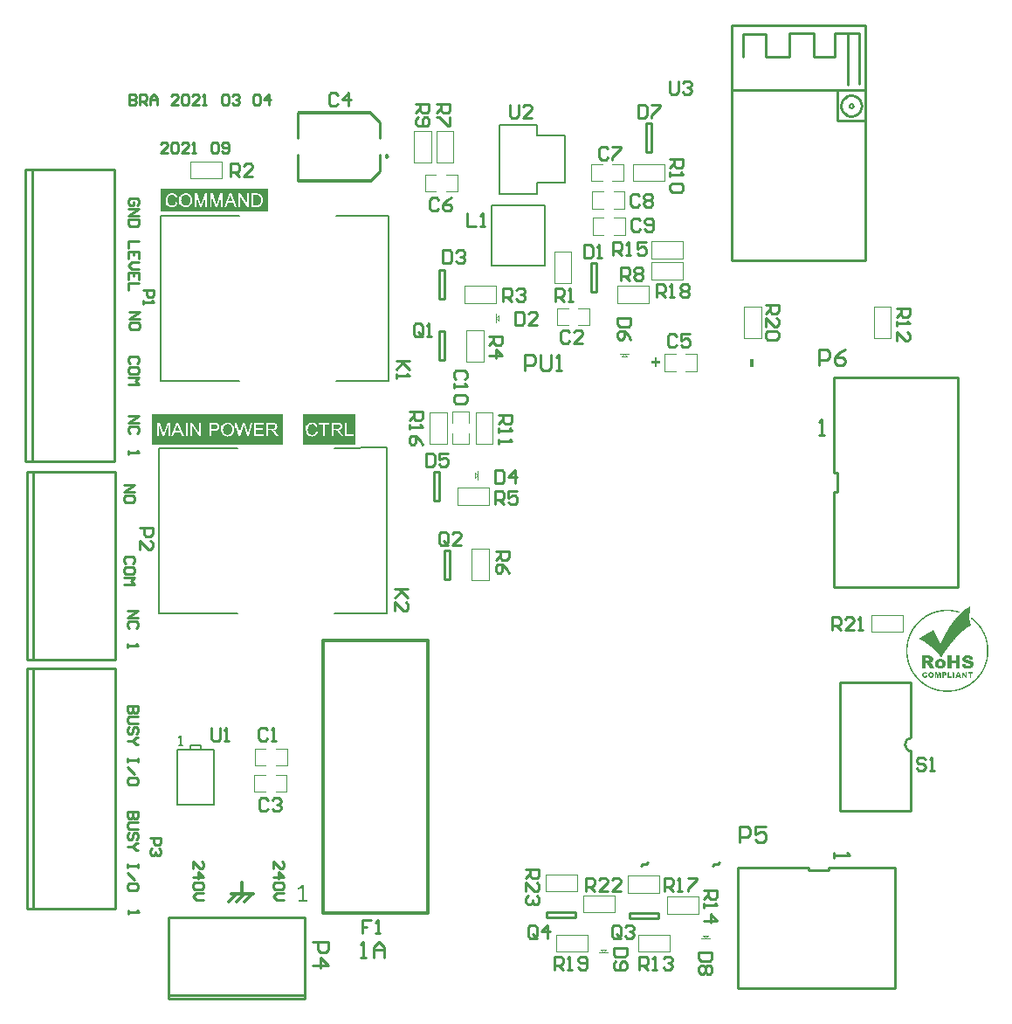
<source format=gto>
G04*
G04 #@! TF.GenerationSoftware,Altium Limited,Altium Designer,21.0.8 (223)*
G04*
G04 Layer_Color=65535*
%FSLAX25Y25*%
%MOIN*%
G70*
G04*
G04 #@! TF.SameCoordinates,7AAE0E32-72D2-4A0B-9A69-79E54AD05685*
G04*
G04*
G04 #@! TF.FilePolarity,Positive*
G04*
G01*
G75*
%ADD10C,0.00787*%
%ADD11C,0.01000*%
%ADD12C,0.00984*%
%ADD13C,0.00500*%
%ADD14C,0.00790*%
%ADD15C,0.00394*%
%ADD16C,0.00050*%
%ADD17C,0.01190*%
%ADD18C,0.00300*%
G36*
X355068Y150154D02*
X356170D01*
Y150069D01*
X356848D01*
Y149984D01*
X357356D01*
Y149899D01*
X357864D01*
Y149814D01*
X358204D01*
Y149730D01*
X358458D01*
Y149645D01*
X358797D01*
Y149560D01*
X359051D01*
Y149476D01*
X359221D01*
Y149391D01*
X359136D01*
Y149306D01*
X359051D01*
Y149221D01*
X358966D01*
Y149136D01*
X358881D01*
Y149052D01*
X358712D01*
Y149136D01*
X358373D01*
Y149221D01*
X358034D01*
Y149306D01*
X357695D01*
Y149391D01*
X357356D01*
Y149476D01*
X356932D01*
Y149560D01*
X356424D01*
Y149645D01*
X355576D01*
Y149730D01*
X353034D01*
Y149645D01*
X352271D01*
Y149560D01*
X351763D01*
Y149476D01*
X351254D01*
Y149391D01*
X350915D01*
Y149306D01*
X350576D01*
Y149221D01*
X350237D01*
Y149136D01*
X349983D01*
Y149052D01*
X349644D01*
Y148967D01*
X349390D01*
Y148882D01*
X349135D01*
Y148798D01*
X348966D01*
Y148713D01*
X348711D01*
Y148628D01*
X348542D01*
Y148543D01*
X348288D01*
Y148459D01*
X348118D01*
Y148374D01*
X347949D01*
Y148289D01*
X347779D01*
Y148204D01*
X347610D01*
Y148119D01*
X347440D01*
Y148035D01*
X347271D01*
Y147950D01*
X347101D01*
Y147865D01*
X346932D01*
Y147781D01*
X346762D01*
Y147696D01*
X346593D01*
Y147611D01*
X346508D01*
Y147526D01*
X346339D01*
Y147441D01*
X346169D01*
Y147357D01*
X346084D01*
Y147272D01*
X345915D01*
Y147187D01*
X345830D01*
Y147102D01*
X345660D01*
Y147018D01*
X345576D01*
Y146933D01*
X345406D01*
Y146848D01*
X345321D01*
Y146764D01*
X345237D01*
Y146679D01*
X345152D01*
Y146594D01*
X344983D01*
Y146509D01*
X344898D01*
Y146424D01*
X344813D01*
Y146340D01*
X344643D01*
Y146255D01*
X344559D01*
Y146170D01*
X344474D01*
Y146086D01*
X344389D01*
Y146001D01*
X344304D01*
Y145916D01*
X344220D01*
Y145831D01*
X344050D01*
Y145747D01*
X343966D01*
Y145662D01*
X343881D01*
Y145577D01*
X343796D01*
Y145492D01*
X343711D01*
Y145407D01*
X343626D01*
Y145323D01*
X343542D01*
Y145238D01*
X343457D01*
Y145153D01*
X343372D01*
Y145069D01*
X343287D01*
Y144984D01*
X343203D01*
Y144899D01*
X343118D01*
Y144814D01*
X343033D01*
Y144729D01*
Y144645D01*
X342949D01*
Y144560D01*
X342864D01*
Y144475D01*
X342779D01*
Y144390D01*
X342694D01*
Y144306D01*
X342610D01*
Y144221D01*
X342525D01*
Y144136D01*
Y144052D01*
X342440D01*
Y143967D01*
X342355D01*
Y143882D01*
X342270D01*
Y143797D01*
X342186D01*
Y143712D01*
Y143628D01*
X342101D01*
Y143543D01*
X342016D01*
Y143458D01*
X341932D01*
Y143374D01*
Y143289D01*
X341847D01*
Y143204D01*
X341762D01*
Y143119D01*
Y143035D01*
X341677D01*
Y142950D01*
X341593D01*
Y142865D01*
Y142780D01*
X341508D01*
Y142695D01*
X341423D01*
Y142611D01*
Y142526D01*
X341338D01*
Y142441D01*
Y142357D01*
X341253D01*
Y142272D01*
X341169D01*
Y142187D01*
Y142102D01*
X341084D01*
Y142017D01*
Y141933D01*
X340999D01*
Y141848D01*
X340915D01*
Y141763D01*
Y141679D01*
X340830D01*
Y141594D01*
Y141509D01*
X340745D01*
Y141424D01*
Y141340D01*
X340660D01*
Y141255D01*
Y141170D01*
X340576D01*
Y141085D01*
Y141000D01*
X340491D01*
Y140916D01*
Y140831D01*
X340406D01*
Y140746D01*
Y140662D01*
Y140577D01*
X340321D01*
Y140492D01*
Y140407D01*
X340236D01*
Y140322D01*
Y140238D01*
Y140153D01*
X340152D01*
Y140068D01*
Y139983D01*
X340067D01*
Y139899D01*
Y139814D01*
Y139729D01*
X339982D01*
Y139645D01*
Y139560D01*
Y139475D01*
X339897D01*
Y139390D01*
Y139305D01*
Y139221D01*
X339813D01*
Y139136D01*
Y139051D01*
Y138967D01*
X339728D01*
Y138882D01*
Y138797D01*
Y138712D01*
Y138628D01*
X339643D01*
Y138543D01*
Y138458D01*
Y138373D01*
X339559D01*
Y138288D01*
Y138204D01*
Y138119D01*
Y138034D01*
X339474D01*
Y137950D01*
Y137865D01*
Y137780D01*
Y137695D01*
Y137610D01*
X339389D01*
Y137526D01*
Y137441D01*
Y137356D01*
Y137271D01*
Y137187D01*
X339304D01*
Y137102D01*
Y137017D01*
Y136933D01*
Y136848D01*
Y136763D01*
Y136678D01*
X339219D01*
Y136593D01*
Y136509D01*
Y136424D01*
Y136339D01*
Y136255D01*
Y136170D01*
Y136085D01*
Y136000D01*
Y135916D01*
X339135D01*
Y135831D01*
Y135746D01*
Y135661D01*
Y135576D01*
Y135492D01*
Y135407D01*
Y135322D01*
Y135238D01*
Y135153D01*
Y135068D01*
Y134983D01*
Y134898D01*
Y134814D01*
Y134729D01*
Y134644D01*
Y134560D01*
Y134475D01*
Y134390D01*
Y134305D01*
Y134221D01*
Y134136D01*
Y134051D01*
Y133966D01*
Y133881D01*
Y133797D01*
Y133712D01*
Y133627D01*
Y133543D01*
Y133458D01*
Y133373D01*
Y133288D01*
X339219D01*
Y133203D01*
Y133119D01*
Y133034D01*
Y132949D01*
Y132864D01*
Y132780D01*
Y132695D01*
Y132610D01*
Y132526D01*
Y132441D01*
X339304D01*
Y132356D01*
Y132271D01*
Y132186D01*
Y132102D01*
Y132017D01*
Y131932D01*
X339389D01*
Y131848D01*
Y131763D01*
Y131678D01*
Y131593D01*
Y131509D01*
X339474D01*
Y131424D01*
Y131339D01*
Y131254D01*
Y131169D01*
X339559D01*
Y131085D01*
Y131000D01*
Y130915D01*
Y130831D01*
Y130746D01*
X339643D01*
Y130661D01*
Y130576D01*
Y130491D01*
X339728D01*
Y130407D01*
Y130322D01*
Y130237D01*
Y130152D01*
X339813D01*
Y130068D01*
Y129983D01*
Y129898D01*
X339897D01*
Y129814D01*
Y129729D01*
Y129644D01*
X339982D01*
Y129559D01*
Y129474D01*
Y129390D01*
X340067D01*
Y129305D01*
Y129220D01*
Y129136D01*
X340152D01*
Y129051D01*
Y128966D01*
X340236D01*
Y128881D01*
Y128797D01*
Y128712D01*
X340321D01*
Y128627D01*
Y128542D01*
X340406D01*
Y128457D01*
Y128373D01*
X340491D01*
Y128288D01*
Y128203D01*
X340576D01*
Y128119D01*
Y128034D01*
X340660D01*
Y127949D01*
Y127864D01*
X340745D01*
Y127779D01*
Y127695D01*
Y127610D01*
X340830D01*
Y127525D01*
X340915D01*
Y127441D01*
Y127356D01*
X340999D01*
Y127271D01*
Y127186D01*
X341084D01*
Y127102D01*
Y127017D01*
X341169D01*
Y126932D01*
Y126847D01*
X341253D01*
Y126762D01*
X341338D01*
Y126678D01*
Y126593D01*
X341423D01*
Y126508D01*
Y126424D01*
X341508D01*
Y126339D01*
X341593D01*
Y126254D01*
Y126169D01*
X341677D01*
Y126084D01*
X341762D01*
Y126000D01*
X341847D01*
Y125915D01*
Y125830D01*
X341932D01*
Y125745D01*
X342016D01*
Y125661D01*
Y125576D01*
X342101D01*
Y125491D01*
X342186D01*
Y125407D01*
Y125322D01*
X342270D01*
Y125237D01*
X342355D01*
Y125152D01*
X342440D01*
Y125067D01*
X342525D01*
Y124983D01*
Y124898D01*
X342610D01*
Y124813D01*
X342694D01*
Y124729D01*
X342779D01*
Y124644D01*
X342864D01*
Y124559D01*
X342949D01*
Y124474D01*
X343033D01*
Y124390D01*
X343118D01*
Y124305D01*
Y124220D01*
X343287D01*
Y124135D01*
Y124050D01*
X343372D01*
Y123966D01*
X343542D01*
Y123881D01*
Y123796D01*
X343626D01*
Y123712D01*
X343711D01*
Y123627D01*
X343796D01*
Y123542D01*
X343966D01*
Y123457D01*
X344050D01*
Y123372D01*
X344135D01*
Y123288D01*
X344220D01*
Y123203D01*
X344304D01*
Y123118D01*
X344389D01*
Y123033D01*
X344474D01*
Y122949D01*
X344559D01*
Y122864D01*
X344728D01*
Y122779D01*
X344813D01*
Y122695D01*
X344898D01*
Y122610D01*
X344983D01*
Y122525D01*
X345152D01*
Y122440D01*
X345237D01*
Y122355D01*
X345321D01*
Y122271D01*
X345491D01*
Y122186D01*
X345576D01*
Y122101D01*
X345745D01*
Y122017D01*
X345830D01*
Y121932D01*
X346000D01*
Y121847D01*
X346084D01*
Y121762D01*
X346254D01*
Y121677D01*
X346339D01*
Y121593D01*
X346508D01*
Y121508D01*
X346677D01*
Y121423D01*
X346762D01*
Y121338D01*
X346932D01*
Y121254D01*
X347101D01*
Y121169D01*
X347271D01*
Y121084D01*
X347440D01*
Y121000D01*
X347610D01*
Y120915D01*
X347779D01*
Y120830D01*
X347949D01*
Y120745D01*
X348118D01*
Y120660D01*
X348288D01*
Y120576D01*
X348542D01*
Y120491D01*
X348796D01*
Y120406D01*
X348966D01*
Y120322D01*
X349220D01*
Y120237D01*
X349474D01*
Y120152D01*
X349728D01*
Y120067D01*
X349983D01*
Y119983D01*
X350322D01*
Y119898D01*
X350576D01*
Y119813D01*
X351000D01*
Y119728D01*
X351339D01*
Y119643D01*
X351847D01*
Y119559D01*
X352356D01*
Y119474D01*
X353288D01*
Y119389D01*
X355322D01*
Y119474D01*
X356254D01*
Y119559D01*
X356763D01*
Y119643D01*
X357271D01*
Y119728D01*
X357695D01*
Y119813D01*
X358034D01*
Y119898D01*
X358288D01*
Y119983D01*
X358627D01*
Y120067D01*
X358881D01*
Y120152D01*
X359221D01*
Y120237D01*
X359390D01*
Y120322D01*
X359644D01*
Y120406D01*
X359898D01*
Y120491D01*
X360068D01*
Y120576D01*
X360322D01*
Y120660D01*
X360492D01*
Y120745D01*
X360661D01*
Y120830D01*
X360915D01*
Y120915D01*
X361000D01*
Y121000D01*
X361170D01*
Y121084D01*
X361339D01*
Y121169D01*
X361509D01*
Y121254D01*
X361678D01*
Y121338D01*
X361848D01*
Y121423D01*
X362017D01*
Y121508D01*
X362102D01*
Y121593D01*
X362271D01*
Y121677D01*
X362441D01*
Y121762D01*
X362526D01*
Y121847D01*
X362695D01*
Y121932D01*
X362780D01*
Y122017D01*
X362949D01*
Y122101D01*
X363034D01*
Y122186D01*
X363204D01*
Y122271D01*
X363288D01*
Y122355D01*
X363373D01*
Y122440D01*
X363543D01*
Y122525D01*
X363628D01*
Y122610D01*
X363712D01*
Y122695D01*
X363797D01*
Y122779D01*
X363966D01*
Y122864D01*
X364051D01*
Y122949D01*
X364136D01*
Y123033D01*
X364221D01*
Y123118D01*
X364305D01*
Y123203D01*
X364475D01*
Y123288D01*
X364560D01*
Y123372D01*
X364645D01*
Y123457D01*
X364729D01*
Y123542D01*
X364814D01*
Y123627D01*
X364899D01*
Y123712D01*
X364984D01*
Y123796D01*
X365068D01*
Y123881D01*
X365153D01*
Y123966D01*
X365238D01*
Y124050D01*
X365322D01*
Y124135D01*
X365407D01*
Y124220D01*
X365492D01*
Y124305D01*
X365577D01*
Y124390D01*
X365662D01*
Y124474D01*
X365746D01*
Y124559D01*
X365831D01*
Y124644D01*
Y124729D01*
X365916D01*
Y124813D01*
X366001D01*
Y124898D01*
X366085D01*
Y124983D01*
X366170D01*
Y125067D01*
Y125152D01*
X366255D01*
Y125237D01*
X366339D01*
Y125322D01*
X366424D01*
Y125407D01*
X366509D01*
Y125491D01*
Y125576D01*
X366594D01*
Y125661D01*
X366679D01*
Y125745D01*
X366763D01*
Y125830D01*
Y125915D01*
X366848D01*
Y126000D01*
X366933D01*
Y126084D01*
Y126169D01*
X367018D01*
Y126254D01*
X367102D01*
Y126339D01*
Y126424D01*
X367187D01*
Y126508D01*
X367272D01*
Y126593D01*
Y126678D01*
X367356D01*
Y126762D01*
Y126847D01*
X367441D01*
Y126932D01*
X367526D01*
Y127017D01*
Y127102D01*
X367611D01*
Y127186D01*
Y127271D01*
X367695D01*
Y127356D01*
Y127441D01*
X367780D01*
Y127525D01*
Y127610D01*
X367865D01*
Y127695D01*
Y127779D01*
X367950D01*
Y127864D01*
Y127949D01*
X368035D01*
Y128034D01*
Y128119D01*
X368119D01*
Y128203D01*
Y128288D01*
X368204D01*
Y128373D01*
Y128457D01*
X368289D01*
Y128542D01*
Y128627D01*
Y128712D01*
X368373D01*
Y128797D01*
Y128881D01*
X368458D01*
Y128966D01*
Y129051D01*
X368543D01*
Y129136D01*
Y129220D01*
Y129305D01*
X368628D01*
Y129390D01*
Y129474D01*
Y129559D01*
X368712D01*
Y129644D01*
Y129729D01*
Y129814D01*
X368797D01*
Y129898D01*
Y129983D01*
Y130068D01*
X368882D01*
Y130152D01*
Y130237D01*
Y130322D01*
X368967D01*
Y130407D01*
Y130491D01*
Y130576D01*
Y130661D01*
X369052D01*
Y130746D01*
Y130831D01*
Y130915D01*
Y131000D01*
X369136D01*
Y131085D01*
Y131169D01*
Y131254D01*
Y131339D01*
X369221D01*
Y131424D01*
Y131509D01*
Y131593D01*
Y131678D01*
Y131763D01*
X369306D01*
Y131848D01*
Y131932D01*
Y132017D01*
Y132102D01*
Y132186D01*
Y132271D01*
X369391D01*
Y132356D01*
Y132441D01*
Y132526D01*
Y132610D01*
Y132695D01*
Y132780D01*
Y132864D01*
Y132949D01*
Y133034D01*
X369475D01*
Y133119D01*
Y133203D01*
Y133288D01*
Y133373D01*
Y133458D01*
Y133543D01*
Y133627D01*
Y133712D01*
Y133797D01*
Y133881D01*
Y133966D01*
Y134051D01*
Y134136D01*
Y134221D01*
Y134305D01*
Y134390D01*
X369560D01*
Y134475D01*
Y134560D01*
Y134644D01*
X369475D01*
Y134729D01*
Y134814D01*
Y134898D01*
Y134983D01*
Y135068D01*
Y135153D01*
Y135238D01*
Y135322D01*
Y135407D01*
Y135492D01*
Y135576D01*
Y135661D01*
Y135746D01*
Y135831D01*
Y135916D01*
Y136000D01*
Y136085D01*
Y136170D01*
X369391D01*
Y136255D01*
Y136339D01*
Y136424D01*
Y136509D01*
Y136593D01*
Y136678D01*
Y136763D01*
Y136848D01*
X369306D01*
Y136933D01*
Y137017D01*
Y137102D01*
Y137187D01*
Y137271D01*
Y137356D01*
X369221D01*
Y137441D01*
Y137526D01*
Y137610D01*
Y137695D01*
Y137780D01*
X369136D01*
Y137865D01*
Y137950D01*
Y138034D01*
Y138119D01*
X369052D01*
Y138204D01*
Y138288D01*
Y138373D01*
Y138458D01*
X368967D01*
Y138543D01*
Y138628D01*
Y138712D01*
Y138797D01*
X368882D01*
Y138882D01*
Y138967D01*
Y139051D01*
X368797D01*
Y139136D01*
Y139221D01*
Y139305D01*
X368712D01*
Y139390D01*
Y139475D01*
Y139560D01*
X368628D01*
Y139645D01*
Y139729D01*
Y139814D01*
X368543D01*
Y139899D01*
Y139983D01*
Y140068D01*
X368458D01*
Y140153D01*
Y140238D01*
X368373D01*
Y140322D01*
Y140407D01*
Y140492D01*
X368289D01*
Y140577D01*
Y140662D01*
X368204D01*
Y140746D01*
Y140831D01*
X368119D01*
Y140916D01*
Y141000D01*
X368035D01*
Y141085D01*
Y141170D01*
Y141255D01*
X367950D01*
Y141340D01*
X367865D01*
Y141424D01*
Y141509D01*
X367780D01*
Y141594D01*
Y141679D01*
X367695D01*
Y141763D01*
Y141848D01*
X367611D01*
Y141933D01*
Y142017D01*
X367526D01*
Y142102D01*
Y142187D01*
X367441D01*
Y142272D01*
X367356D01*
Y142357D01*
Y142441D01*
X367272D01*
Y142526D01*
Y142611D01*
X367187D01*
Y142695D01*
X367102D01*
Y142780D01*
Y142865D01*
X367018D01*
Y142950D01*
X366933D01*
Y143035D01*
Y143119D01*
X366848D01*
Y143204D01*
X366763D01*
Y143289D01*
Y143374D01*
X366679D01*
Y143458D01*
X366594D01*
Y143543D01*
Y143628D01*
X366509D01*
Y143712D01*
X366424D01*
Y143797D01*
X366339D01*
Y143882D01*
X366255D01*
Y143967D01*
Y144052D01*
X366170D01*
Y144136D01*
X366085D01*
Y144221D01*
X366001D01*
Y144306D01*
X365916D01*
Y144390D01*
Y144475D01*
X365831D01*
Y144560D01*
X365746D01*
Y144645D01*
X365662D01*
Y144729D01*
X365577D01*
Y144814D01*
X365492D01*
Y144899D01*
X365407D01*
Y144984D01*
X365322D01*
Y145069D01*
X365238D01*
Y145153D01*
X365153D01*
Y145238D01*
X365068D01*
Y145323D01*
X364984D01*
Y145407D01*
X364899D01*
Y145492D01*
X364814D01*
Y145577D01*
X364729D01*
Y145662D01*
X364645D01*
Y145747D01*
X364560D01*
Y145831D01*
X364475D01*
Y145916D01*
X364390D01*
Y146001D01*
X364221D01*
Y146086D01*
X364136D01*
Y146170D01*
X364051D01*
Y146255D01*
X363966D01*
Y146340D01*
X363882D01*
Y146424D01*
X363712D01*
Y146509D01*
X363628D01*
Y146594D01*
X363543D01*
Y146679D01*
X363458D01*
Y146764D01*
X363373D01*
Y146848D01*
X363288D01*
Y146933D01*
Y147018D01*
Y147102D01*
Y147187D01*
Y147272D01*
Y147357D01*
Y147441D01*
X363373D01*
Y147357D01*
X363543D01*
Y147272D01*
X363628D01*
Y147187D01*
X363712D01*
Y147102D01*
X363882D01*
Y147018D01*
X363966D01*
Y146933D01*
X364051D01*
Y146848D01*
X364136D01*
Y146764D01*
X364305D01*
Y146679D01*
X364390D01*
Y146594D01*
X364475D01*
Y146509D01*
X364560D01*
Y146424D01*
X364645D01*
Y146340D01*
X364729D01*
Y146255D01*
X364899D01*
Y146170D01*
X364984D01*
Y146086D01*
X365068D01*
Y146001D01*
X365153D01*
Y145916D01*
X365238D01*
Y145831D01*
X365322D01*
Y145747D01*
X365407D01*
Y145662D01*
X365492D01*
Y145577D01*
X365577D01*
Y145492D01*
X365662D01*
Y145407D01*
X365746D01*
Y145323D01*
X365831D01*
Y145238D01*
X365916D01*
Y145153D01*
X366001D01*
Y145069D01*
X366085D01*
Y144984D01*
Y144899D01*
X366170D01*
Y144814D01*
X366255D01*
Y144729D01*
X366339D01*
Y144645D01*
X366424D01*
Y144560D01*
X366509D01*
Y144475D01*
X366594D01*
Y144390D01*
Y144306D01*
X366679D01*
Y144221D01*
X366763D01*
Y144136D01*
X366848D01*
Y144052D01*
X366933D01*
Y143967D01*
Y143882D01*
X367018D01*
Y143797D01*
X367102D01*
Y143712D01*
X367187D01*
Y143628D01*
Y143543D01*
X367272D01*
Y143458D01*
X367356D01*
Y143374D01*
Y143289D01*
X367441D01*
Y143204D01*
X367526D01*
Y143119D01*
Y143035D01*
X367611D01*
Y142950D01*
Y142865D01*
X367695D01*
Y142780D01*
X367780D01*
Y142695D01*
Y142611D01*
X367865D01*
Y142526D01*
X367950D01*
Y142441D01*
Y142357D01*
X368035D01*
Y142272D01*
Y142187D01*
X368119D01*
Y142102D01*
Y142017D01*
X368204D01*
Y141933D01*
Y141848D01*
X368289D01*
Y141763D01*
Y141679D01*
X368373D01*
Y141594D01*
Y141509D01*
X368458D01*
Y141424D01*
X368543D01*
Y141340D01*
Y141255D01*
Y141170D01*
X368628D01*
Y141085D01*
Y141000D01*
X368712D01*
Y140916D01*
Y140831D01*
X368797D01*
Y140746D01*
Y140662D01*
X368882D01*
Y140577D01*
Y140492D01*
Y140407D01*
X368967D01*
Y140322D01*
Y140238D01*
X369052D01*
Y140153D01*
Y140068D01*
Y139983D01*
X369136D01*
Y139899D01*
Y139814D01*
Y139729D01*
X369221D01*
Y139645D01*
Y139560D01*
Y139475D01*
X369306D01*
Y139390D01*
Y139305D01*
Y139221D01*
Y139136D01*
X369391D01*
Y139051D01*
Y138967D01*
Y138882D01*
X369475D01*
Y138797D01*
Y138712D01*
Y138628D01*
X369560D01*
Y138543D01*
Y138458D01*
Y138373D01*
Y138288D01*
Y138204D01*
X369645D01*
Y138119D01*
Y138034D01*
Y137950D01*
Y137865D01*
Y137780D01*
X369729D01*
Y137695D01*
Y137610D01*
Y137526D01*
Y137441D01*
Y137356D01*
X369814D01*
Y137271D01*
Y137187D01*
Y137102D01*
Y137017D01*
Y136933D01*
Y136848D01*
Y136763D01*
X369899D01*
Y136678D01*
Y136593D01*
Y136509D01*
Y136424D01*
Y136339D01*
Y136255D01*
Y136170D01*
Y136085D01*
Y136000D01*
Y135916D01*
X369984D01*
Y135831D01*
Y135746D01*
Y135661D01*
Y135576D01*
Y135492D01*
Y135407D01*
Y135322D01*
Y135238D01*
Y135153D01*
Y135068D01*
Y134983D01*
Y134898D01*
Y134814D01*
Y134729D01*
Y134644D01*
Y134560D01*
Y134475D01*
Y134390D01*
Y134305D01*
Y134221D01*
Y134136D01*
Y134051D01*
Y133966D01*
Y133881D01*
Y133797D01*
Y133712D01*
Y133627D01*
Y133543D01*
Y133458D01*
Y133373D01*
Y133288D01*
Y133203D01*
X369899D01*
Y133119D01*
Y133034D01*
Y132949D01*
Y132864D01*
Y132780D01*
Y132695D01*
Y132610D01*
Y132526D01*
Y132441D01*
Y132356D01*
X369814D01*
Y132271D01*
Y132186D01*
Y132102D01*
Y132017D01*
Y131932D01*
Y131848D01*
Y131763D01*
X369729D01*
Y131678D01*
Y131593D01*
Y131509D01*
Y131424D01*
Y131339D01*
X369645D01*
Y131254D01*
Y131169D01*
Y131085D01*
Y131000D01*
Y130915D01*
X369560D01*
Y130831D01*
Y130746D01*
Y130661D01*
Y130576D01*
X369475D01*
Y130491D01*
Y130407D01*
Y130322D01*
X369391D01*
Y130237D01*
Y130152D01*
Y130068D01*
Y129983D01*
Y129898D01*
X369306D01*
Y129814D01*
Y129729D01*
Y129644D01*
X369221D01*
Y129559D01*
Y129474D01*
Y129390D01*
X369136D01*
Y129305D01*
Y129220D01*
X369052D01*
Y129136D01*
Y129051D01*
Y128966D01*
X368967D01*
Y128881D01*
Y128797D01*
Y128712D01*
X368882D01*
Y128627D01*
Y128542D01*
X368797D01*
Y128457D01*
Y128373D01*
Y128288D01*
X368712D01*
Y128203D01*
Y128119D01*
X368628D01*
Y128034D01*
Y127949D01*
X368543D01*
Y127864D01*
Y127779D01*
X368458D01*
Y127695D01*
Y127610D01*
X368373D01*
Y127525D01*
Y127441D01*
X368289D01*
Y127356D01*
Y127271D01*
X368204D01*
Y127186D01*
Y127102D01*
X368119D01*
Y127017D01*
Y126932D01*
X368035D01*
Y126847D01*
Y126762D01*
X367950D01*
Y126678D01*
X367865D01*
Y126593D01*
Y126508D01*
X367780D01*
Y126424D01*
Y126339D01*
X367695D01*
Y126254D01*
X367611D01*
Y126169D01*
Y126084D01*
X367526D01*
Y126000D01*
Y125915D01*
X367441D01*
Y125830D01*
X367356D01*
Y125745D01*
X367272D01*
Y125661D01*
Y125576D01*
X367187D01*
Y125491D01*
X367102D01*
Y125407D01*
Y125322D01*
X367018D01*
Y125237D01*
X366933D01*
Y125152D01*
X366848D01*
Y125067D01*
Y124983D01*
X366763D01*
Y124898D01*
X366679D01*
Y124813D01*
X366594D01*
Y124729D01*
Y124644D01*
X366509D01*
Y124559D01*
X366424D01*
Y124474D01*
X366339D01*
Y124390D01*
X366255D01*
Y124305D01*
X366170D01*
Y124220D01*
X366085D01*
Y124135D01*
X366001D01*
Y124050D01*
X365916D01*
Y123966D01*
Y123881D01*
X365831D01*
Y123796D01*
X365746D01*
Y123712D01*
X365662D01*
Y123627D01*
X365577D01*
Y123542D01*
X365492D01*
Y123457D01*
X365407D01*
Y123372D01*
X365322D01*
Y123288D01*
X365238D01*
Y123203D01*
X365153D01*
Y123118D01*
X365068D01*
Y123033D01*
X364984D01*
Y122949D01*
X364814D01*
Y122864D01*
X364729D01*
Y122779D01*
X364645D01*
Y122695D01*
X364560D01*
Y122610D01*
X364475D01*
Y122525D01*
X364390D01*
Y122440D01*
X364221D01*
Y122355D01*
X364136D01*
Y122271D01*
X364051D01*
Y122186D01*
X363966D01*
Y122101D01*
X363797D01*
Y122017D01*
X363712D01*
Y121932D01*
X363628D01*
Y121847D01*
X363458D01*
Y121762D01*
X363373D01*
Y121677D01*
X363288D01*
Y121593D01*
X363119D01*
Y121508D01*
X363034D01*
Y121423D01*
X362865D01*
Y121338D01*
X362780D01*
Y121254D01*
X362611D01*
Y121169D01*
X362441D01*
Y121084D01*
X362356D01*
Y121000D01*
X362187D01*
Y120915D01*
X362017D01*
Y120830D01*
X361848D01*
Y120745D01*
X361678D01*
Y120660D01*
X361594D01*
Y120576D01*
X361424D01*
Y120491D01*
X361170D01*
Y120406D01*
X361000D01*
Y120322D01*
X360831D01*
Y120237D01*
X360661D01*
Y120152D01*
X360492D01*
Y120067D01*
X360238D01*
Y119983D01*
X360068D01*
Y119898D01*
X359814D01*
Y119813D01*
X359559D01*
Y119728D01*
X359305D01*
Y119643D01*
X359051D01*
Y119559D01*
X358797D01*
Y119474D01*
X358458D01*
Y119389D01*
X358119D01*
Y119305D01*
X357695D01*
Y119220D01*
X357271D01*
Y119135D01*
X356763D01*
Y119050D01*
X356000D01*
Y118965D01*
X352695D01*
Y119050D01*
X351932D01*
Y119135D01*
X351339D01*
Y119220D01*
X350915D01*
Y119305D01*
X350491D01*
Y119389D01*
X350152D01*
Y119474D01*
X349898D01*
Y119559D01*
X349644D01*
Y119643D01*
X349305D01*
Y119728D01*
X349050D01*
Y119813D01*
X348796D01*
Y119898D01*
X348627D01*
Y119983D01*
X348373D01*
Y120067D01*
X348203D01*
Y120152D01*
X347949D01*
Y120237D01*
X347779D01*
Y120322D01*
X347610D01*
Y120406D01*
X347440D01*
Y120491D01*
X347271D01*
Y120576D01*
X347101D01*
Y120660D01*
X346932D01*
Y120745D01*
X346762D01*
Y120830D01*
X346593D01*
Y120915D01*
X346423D01*
Y121000D01*
X346339D01*
Y121084D01*
X346169D01*
Y121169D01*
X346000D01*
Y121254D01*
X345915D01*
Y121338D01*
X345745D01*
Y121423D01*
X345660D01*
Y121508D01*
X345491D01*
Y121593D01*
X345406D01*
Y121677D01*
X345237D01*
Y121762D01*
X345152D01*
Y121847D01*
X345067D01*
Y121932D01*
X344898D01*
Y122017D01*
X344813D01*
Y122101D01*
X344728D01*
Y122186D01*
X344559D01*
Y122271D01*
X344474D01*
Y122355D01*
X344389D01*
Y122440D01*
X344304D01*
Y122525D01*
X344220D01*
Y122610D01*
X344050D01*
Y122695D01*
X343966D01*
Y122779D01*
X343881D01*
Y122864D01*
X343796D01*
Y122949D01*
X343711D01*
Y123033D01*
X343626D01*
Y123118D01*
X343542D01*
Y123203D01*
X343457D01*
Y123288D01*
X343372D01*
Y123372D01*
X343287D01*
Y123457D01*
X343203D01*
Y123542D01*
X343118D01*
Y123627D01*
X343033D01*
Y123712D01*
X342949D01*
Y123796D01*
X342864D01*
Y123881D01*
X342779D01*
Y123966D01*
X342694D01*
Y124050D01*
X342610D01*
Y124135D01*
X342525D01*
Y124220D01*
X342440D01*
Y124305D01*
X342355D01*
Y124390D01*
X342270D01*
Y124474D01*
X342186D01*
Y124559D01*
Y124644D01*
X342101D01*
Y124729D01*
X342016D01*
Y124813D01*
X341932D01*
Y124898D01*
X341847D01*
Y124983D01*
Y125067D01*
X341762D01*
Y125152D01*
X341677D01*
Y125237D01*
X341593D01*
Y125322D01*
Y125407D01*
X341508D01*
Y125491D01*
X341423D01*
Y125576D01*
X341338D01*
Y125661D01*
Y125745D01*
X341253D01*
Y125830D01*
Y125915D01*
X341169D01*
Y126000D01*
X341084D01*
Y126084D01*
Y126169D01*
X340999D01*
Y126254D01*
X340915D01*
Y126339D01*
Y126424D01*
X340830D01*
Y126508D01*
Y126593D01*
X340745D01*
Y126678D01*
X340660D01*
Y126762D01*
Y126847D01*
X340576D01*
Y126932D01*
Y127017D01*
X340491D01*
Y127102D01*
X340406D01*
Y127186D01*
Y127271D01*
X340321D01*
Y127356D01*
Y127441D01*
X340236D01*
Y127525D01*
Y127610D01*
X340152D01*
Y127695D01*
Y127779D01*
Y127864D01*
X340067D01*
Y127949D01*
Y128034D01*
X339982D01*
Y128119D01*
Y128203D01*
X339897D01*
Y128288D01*
Y128373D01*
X339813D01*
Y128457D01*
Y128542D01*
Y128627D01*
X339728D01*
Y128712D01*
Y128797D01*
X339643D01*
Y128881D01*
Y128966D01*
Y129051D01*
X339559D01*
Y129136D01*
Y129220D01*
Y129305D01*
X339474D01*
Y129390D01*
Y129474D01*
X339389D01*
Y129559D01*
Y129644D01*
Y129729D01*
Y129814D01*
X339304D01*
Y129898D01*
Y129983D01*
Y130068D01*
X339219D01*
Y130152D01*
Y130237D01*
Y130322D01*
X339135D01*
Y130407D01*
Y130491D01*
Y130576D01*
Y130661D01*
X339050D01*
Y130746D01*
Y130831D01*
Y130915D01*
Y131000D01*
X338965D01*
Y131085D01*
Y131169D01*
Y131254D01*
Y131339D01*
Y131424D01*
Y131509D01*
X338880D01*
Y131593D01*
Y131678D01*
Y131763D01*
Y131848D01*
Y131932D01*
X338796D01*
Y132017D01*
Y132102D01*
Y132186D01*
Y132271D01*
Y132356D01*
Y132441D01*
Y132526D01*
Y132610D01*
X338711D01*
Y132695D01*
Y132780D01*
Y132864D01*
Y132949D01*
Y133034D01*
Y133119D01*
Y133203D01*
Y133288D01*
Y133373D01*
Y133458D01*
Y133543D01*
Y133627D01*
X338626D01*
Y133712D01*
Y133797D01*
Y133881D01*
Y133966D01*
Y134051D01*
Y134136D01*
Y134221D01*
Y134305D01*
Y134390D01*
Y134475D01*
Y134560D01*
Y134644D01*
Y134729D01*
Y134814D01*
Y134898D01*
Y134983D01*
Y135068D01*
Y135153D01*
Y135238D01*
Y135322D01*
Y135407D01*
Y135492D01*
X338711D01*
Y135576D01*
Y135661D01*
Y135746D01*
Y135831D01*
Y135916D01*
Y136000D01*
Y136085D01*
Y136170D01*
Y136255D01*
Y136339D01*
Y136424D01*
Y136509D01*
Y136593D01*
X338796D01*
Y136678D01*
Y136763D01*
Y136848D01*
Y136933D01*
Y137017D01*
Y137102D01*
Y137187D01*
X338880D01*
Y137271D01*
Y137356D01*
Y137441D01*
Y137526D01*
Y137610D01*
X338965D01*
Y137695D01*
Y137780D01*
Y137865D01*
Y137950D01*
Y138034D01*
X339050D01*
Y138119D01*
Y138204D01*
Y138288D01*
Y138373D01*
Y138458D01*
X339135D01*
Y138543D01*
Y138628D01*
Y138712D01*
Y138797D01*
X339219D01*
Y138882D01*
Y138967D01*
Y139051D01*
Y139136D01*
X339304D01*
Y139221D01*
Y139305D01*
Y139390D01*
X339389D01*
Y139475D01*
Y139560D01*
Y139645D01*
X339474D01*
Y139729D01*
Y139814D01*
X339559D01*
Y139899D01*
Y139983D01*
Y140068D01*
X339643D01*
Y140153D01*
Y140238D01*
Y140322D01*
X339728D01*
Y140407D01*
Y140492D01*
X339813D01*
Y140577D01*
Y140662D01*
Y140746D01*
X339897D01*
Y140831D01*
Y140916D01*
X339982D01*
Y141000D01*
Y141085D01*
X340067D01*
Y141170D01*
Y141255D01*
Y141340D01*
X340152D01*
Y141424D01*
Y141509D01*
X340236D01*
Y141594D01*
Y141679D01*
X340321D01*
Y141763D01*
Y141848D01*
X340406D01*
Y141933D01*
Y142017D01*
X340491D01*
Y142102D01*
Y142187D01*
X340576D01*
Y142272D01*
X340660D01*
Y142357D01*
Y142441D01*
X340745D01*
Y142526D01*
Y142611D01*
X340830D01*
Y142695D01*
X340915D01*
Y142780D01*
Y142865D01*
X340999D01*
Y142950D01*
Y143035D01*
X341084D01*
Y143119D01*
X341169D01*
Y143204D01*
Y143289D01*
X341253D01*
Y143374D01*
X341338D01*
Y143458D01*
Y143543D01*
X341423D01*
Y143628D01*
X341508D01*
Y143712D01*
X341593D01*
Y143797D01*
Y143882D01*
X341677D01*
Y143967D01*
X341762D01*
Y144052D01*
X341847D01*
Y144136D01*
Y144221D01*
X341932D01*
Y144306D01*
X342016D01*
Y144390D01*
X342101D01*
Y144475D01*
X342186D01*
Y144560D01*
Y144645D01*
X342270D01*
Y144729D01*
X342355D01*
Y144814D01*
X342440D01*
Y144899D01*
X342525D01*
Y144984D01*
X342610D01*
Y145069D01*
X342694D01*
Y145153D01*
X342779D01*
Y145238D01*
X342864D01*
Y145323D01*
Y145407D01*
X343033D01*
Y145492D01*
X343118D01*
Y145577D01*
Y145662D01*
X343287D01*
Y145747D01*
X343372D01*
Y145831D01*
X343457D01*
Y145916D01*
X343542D01*
Y146001D01*
Y146086D01*
X343711D01*
Y146170D01*
X343796D01*
Y146255D01*
X343881D01*
Y146340D01*
X343966D01*
Y146424D01*
X344050D01*
Y146509D01*
X344135D01*
Y146594D01*
X344304D01*
Y146679D01*
X344389D01*
Y146764D01*
X344474D01*
Y146848D01*
X344559D01*
Y146933D01*
X344643D01*
Y147018D01*
X344813D01*
Y147102D01*
X344898D01*
Y147187D01*
X344983D01*
Y147272D01*
X345152D01*
Y147357D01*
X345237D01*
Y147441D01*
X345321D01*
Y147526D01*
X345491D01*
Y147611D01*
X345576D01*
Y147696D01*
X345745D01*
Y147781D01*
X345915D01*
Y147865D01*
X346000D01*
Y147950D01*
X346169D01*
Y148035D01*
X346339D01*
Y148119D01*
X346423D01*
Y148204D01*
X346593D01*
Y148289D01*
X346762D01*
Y148374D01*
X346932D01*
Y148459D01*
X347101D01*
Y148543D01*
X347186D01*
Y148628D01*
X347356D01*
Y148713D01*
X347610D01*
Y148798D01*
X347779D01*
Y148882D01*
X347949D01*
Y148967D01*
X348118D01*
Y149052D01*
X348288D01*
Y149136D01*
X348542D01*
Y149221D01*
X348796D01*
Y149306D01*
X349050D01*
Y149391D01*
X349305D01*
Y149476D01*
X349559D01*
Y149560D01*
X349813D01*
Y149645D01*
X350152D01*
Y149730D01*
X350491D01*
Y149814D01*
X350830D01*
Y149899D01*
X351254D01*
Y149984D01*
X351763D01*
Y150069D01*
X352525D01*
Y150154D01*
X353542D01*
Y150238D01*
X355068D01*
Y150154D01*
D02*
G37*
G36*
X363034Y151425D02*
Y151340D01*
Y151255D01*
Y151171D01*
Y151086D01*
Y151001D01*
Y150916D01*
Y150831D01*
Y150747D01*
Y150662D01*
Y150577D01*
X362949D01*
Y150493D01*
Y150408D01*
Y150323D01*
Y150238D01*
Y150154D01*
Y150069D01*
Y149984D01*
Y149899D01*
Y149814D01*
Y149730D01*
Y149645D01*
X362865D01*
Y149560D01*
Y149476D01*
Y149391D01*
Y149306D01*
Y149221D01*
Y149136D01*
Y149052D01*
Y148967D01*
X362780D01*
Y148882D01*
Y148798D01*
Y148713D01*
Y148628D01*
Y148543D01*
Y148459D01*
Y148374D01*
Y148289D01*
Y148204D01*
Y148119D01*
Y148035D01*
Y147950D01*
Y147865D01*
Y147781D01*
Y147696D01*
Y147611D01*
Y147526D01*
Y147441D01*
Y147357D01*
Y147272D01*
Y147187D01*
Y147102D01*
Y147018D01*
Y146933D01*
Y146848D01*
Y146764D01*
Y146679D01*
Y146594D01*
Y146509D01*
Y146424D01*
Y146340D01*
X362865D01*
Y146255D01*
Y146170D01*
Y146086D01*
Y146001D01*
Y145916D01*
Y145831D01*
Y145747D01*
X362949D01*
Y145662D01*
Y145577D01*
Y145492D01*
Y145407D01*
X363034D01*
Y145323D01*
Y145238D01*
Y145153D01*
Y145069D01*
X363119D01*
Y144984D01*
Y144899D01*
Y144814D01*
Y144729D01*
X363204D01*
Y144645D01*
Y144560D01*
Y144475D01*
X363288D01*
Y144390D01*
Y144306D01*
X363373D01*
Y144221D01*
Y144136D01*
Y144052D01*
X363034D01*
Y143967D01*
X362865D01*
Y143882D01*
X362695D01*
Y143797D01*
X362526D01*
Y143712D01*
X362356D01*
Y143628D01*
X362187D01*
Y143543D01*
X362017D01*
Y143458D01*
X361932D01*
Y143374D01*
X361763D01*
Y143289D01*
X361678D01*
Y143204D01*
X361509D01*
Y143119D01*
X361424D01*
Y143035D01*
X361339D01*
Y142950D01*
X361255D01*
Y142865D01*
X361085D01*
Y142780D01*
X361000D01*
Y142695D01*
X360915D01*
Y142611D01*
X360746D01*
Y142526D01*
X360661D01*
Y142441D01*
X360577D01*
Y142357D01*
X360492D01*
Y142272D01*
X360407D01*
Y142187D01*
X360238D01*
Y142102D01*
X360153D01*
Y142017D01*
X360068D01*
Y141933D01*
X359983D01*
Y141848D01*
X359898D01*
Y141763D01*
X359814D01*
Y141679D01*
X359729D01*
Y141594D01*
X359644D01*
Y141509D01*
X359559D01*
Y141424D01*
X359390D01*
Y141340D01*
X359305D01*
Y141255D01*
X359221D01*
Y141170D01*
X359136D01*
Y141085D01*
X359051D01*
Y141000D01*
X358966D01*
Y140916D01*
X358881D01*
Y140831D01*
X358797D01*
Y140746D01*
X358712D01*
Y140662D01*
X358627D01*
Y140577D01*
X358542D01*
Y140492D01*
X358458D01*
Y140407D01*
X358373D01*
Y140322D01*
X358288D01*
Y140238D01*
X358204D01*
Y140153D01*
X358119D01*
Y140068D01*
X358034D01*
Y139983D01*
Y139899D01*
X357949D01*
Y139814D01*
X357864D01*
Y139729D01*
X357780D01*
Y139645D01*
X357695D01*
Y139560D01*
X357610D01*
Y139475D01*
X357525D01*
Y139390D01*
X357441D01*
Y139305D01*
X357356D01*
Y139221D01*
X357271D01*
Y139136D01*
X357187D01*
Y139051D01*
Y138967D01*
X357102D01*
Y138882D01*
X357017D01*
Y138797D01*
X356932D01*
Y138712D01*
X356848D01*
Y138628D01*
X356763D01*
Y138543D01*
Y138458D01*
X356593D01*
Y138373D01*
Y138288D01*
X356508D01*
Y138204D01*
X356424D01*
Y138119D01*
X356339D01*
Y138034D01*
X356254D01*
Y137950D01*
X356170D01*
Y137865D01*
Y137780D01*
X356085D01*
Y137695D01*
X356000D01*
Y137610D01*
X355915D01*
Y137526D01*
X355831D01*
Y137441D01*
X355746D01*
Y137356D01*
Y137271D01*
X355661D01*
Y137187D01*
X355576D01*
Y137102D01*
X355491D01*
Y137017D01*
X355407D01*
Y136933D01*
Y136848D01*
X355322D01*
Y136763D01*
X355237D01*
Y136678D01*
X355153D01*
Y136593D01*
X355068D01*
Y136509D01*
Y136424D01*
X354983D01*
Y136339D01*
X354898D01*
Y136255D01*
X354814D01*
Y136170D01*
X354729D01*
Y136085D01*
Y136000D01*
X354644D01*
Y135916D01*
X354559D01*
Y135831D01*
X354474D01*
Y135746D01*
Y135661D01*
X354390D01*
Y135576D01*
X354305D01*
Y135492D01*
Y135407D01*
X354220D01*
Y135322D01*
X354135D01*
Y135238D01*
X354051D01*
Y135153D01*
Y135068D01*
X353966D01*
Y134983D01*
X353881D01*
Y134898D01*
X353797D01*
Y134814D01*
Y134729D01*
X353712D01*
Y134644D01*
X353627D01*
Y134560D01*
X353542D01*
Y134475D01*
Y134390D01*
X353457D01*
Y134305D01*
Y134221D01*
X353373D01*
Y134136D01*
X353288D01*
Y134051D01*
X353203D01*
Y133966D01*
Y133881D01*
X353118D01*
Y133797D01*
X353034D01*
Y133712D01*
Y133627D01*
X352949D01*
Y133543D01*
X352864D01*
Y133458D01*
Y133373D01*
X352780D01*
Y133288D01*
Y133203D01*
X352695D01*
Y133119D01*
X352610D01*
Y133034D01*
Y132949D01*
X352525D01*
Y132864D01*
X352441D01*
Y132780D01*
Y132695D01*
X352356D01*
Y132610D01*
Y132526D01*
X352271D01*
Y132441D01*
Y132356D01*
X352186D01*
Y132271D01*
X352101D01*
Y132186D01*
Y132102D01*
X351932D01*
Y132186D01*
Y132271D01*
X351847D01*
Y132356D01*
X351763D01*
Y132441D01*
X351678D01*
Y132526D01*
X351593D01*
Y132610D01*
X351508D01*
Y132695D01*
X351424D01*
Y132780D01*
Y132864D01*
X351339D01*
Y132949D01*
X351254D01*
Y133034D01*
X351169D01*
Y133119D01*
X351084D01*
Y133203D01*
X351000D01*
Y133288D01*
X350915D01*
Y133373D01*
X350830D01*
Y133458D01*
Y133543D01*
X350746D01*
Y133627D01*
X350661D01*
Y133712D01*
X350576D01*
Y133797D01*
X350491D01*
Y133881D01*
X350407D01*
Y133966D01*
X350322D01*
Y134051D01*
X350237D01*
Y134136D01*
X350152D01*
Y134221D01*
X350067D01*
Y134305D01*
X349983D01*
Y134390D01*
X349898D01*
Y134475D01*
X349813D01*
Y134560D01*
X349728D01*
Y134644D01*
X349644D01*
Y134729D01*
X349559D01*
Y134814D01*
X349474D01*
Y134898D01*
X349390D01*
Y134983D01*
X349305D01*
Y135068D01*
X349220D01*
Y135153D01*
X349135D01*
Y135238D01*
X349050D01*
Y135322D01*
X348966D01*
Y135407D01*
X348881D01*
Y135492D01*
X348796D01*
Y135576D01*
X348711D01*
Y135661D01*
X348627D01*
Y135746D01*
X348542D01*
Y135831D01*
X348373D01*
Y135916D01*
X348288D01*
Y136000D01*
X348203D01*
Y136085D01*
X348118D01*
Y136170D01*
X348033D01*
Y136255D01*
X347949D01*
Y136339D01*
X347779D01*
Y136424D01*
X347694D01*
Y136509D01*
X347610D01*
Y136593D01*
X347525D01*
Y136678D01*
X347440D01*
Y136763D01*
X347356D01*
Y136848D01*
X347186D01*
Y136933D01*
X347101D01*
Y137017D01*
X346932D01*
Y137102D01*
X346847D01*
Y137187D01*
X346762D01*
Y137271D01*
X346593D01*
Y137356D01*
X346508D01*
Y137441D01*
X346423D01*
Y137526D01*
X346254D01*
Y137610D01*
X346169D01*
Y137695D01*
X346000D01*
Y137780D01*
X345915D01*
Y137865D01*
X345830D01*
Y137950D01*
X345660D01*
Y138034D01*
X345576D01*
Y138119D01*
X345406D01*
Y138204D01*
X345237D01*
Y138288D01*
X345152D01*
Y138373D01*
X344983D01*
Y138458D01*
X344813D01*
Y138543D01*
X344728D01*
Y138628D01*
X344474D01*
Y138712D01*
X344389D01*
Y138797D01*
X344220D01*
Y138882D01*
X343966D01*
Y138967D01*
X343711D01*
Y139051D01*
X343542D01*
Y139136D01*
X343457D01*
Y139221D01*
X343542D01*
Y139305D01*
X343711D01*
Y139390D01*
X343881D01*
Y139475D01*
X343966D01*
Y139560D01*
X344135D01*
Y139645D01*
X344220D01*
Y139729D01*
X344389D01*
Y139814D01*
X344559D01*
Y139899D01*
X344728D01*
Y139983D01*
X344813D01*
Y140068D01*
X344983D01*
Y140153D01*
X345067D01*
Y140238D01*
X345237D01*
Y140322D01*
X345406D01*
Y140407D01*
X345491D01*
Y140492D01*
X345660D01*
Y140577D01*
X345830D01*
Y140662D01*
X345915D01*
Y140746D01*
X346084D01*
Y140831D01*
X346169D01*
Y140916D01*
X346339D01*
Y141000D01*
X346508D01*
Y141085D01*
X346677D01*
Y141170D01*
X346762D01*
Y141255D01*
X346932D01*
Y141340D01*
X347101D01*
Y141424D01*
X347186D01*
Y141509D01*
X347356D01*
Y141594D01*
X347525D01*
Y141679D01*
X347610D01*
Y141763D01*
X347779D01*
Y141848D01*
X347864D01*
Y141933D01*
X348033D01*
Y142017D01*
X348203D01*
Y142102D01*
X348288D01*
Y142187D01*
X348457D01*
Y142272D01*
X348627D01*
Y142357D01*
X348796D01*
Y142441D01*
X348881D01*
Y142526D01*
X348966D01*
Y142441D01*
X349050D01*
Y142357D01*
Y142272D01*
X349135D01*
Y142187D01*
Y142102D01*
X349220D01*
Y142017D01*
Y141933D01*
X349305D01*
Y141848D01*
Y141763D01*
X349390D01*
Y141679D01*
Y141594D01*
X349474D01*
Y141509D01*
Y141424D01*
X349559D01*
Y141340D01*
Y141255D01*
X349644D01*
Y141170D01*
X349728D01*
Y141085D01*
Y141000D01*
X349813D01*
Y140916D01*
Y140831D01*
X349898D01*
Y140746D01*
Y140662D01*
X349983D01*
Y140577D01*
Y140492D01*
X350067D01*
Y140407D01*
Y140322D01*
X350152D01*
Y140238D01*
Y140153D01*
X350237D01*
Y140068D01*
Y139983D01*
X350322D01*
Y139899D01*
Y139814D01*
X350407D01*
Y139729D01*
Y139645D01*
X350491D01*
Y139560D01*
Y139475D01*
X350576D01*
Y139390D01*
Y139305D01*
X350661D01*
Y139221D01*
Y139136D01*
X350746D01*
Y139051D01*
Y138967D01*
X350830D01*
Y138882D01*
Y138797D01*
X350915D01*
Y138712D01*
X351000D01*
Y138628D01*
Y138543D01*
X351084D01*
Y138458D01*
Y138373D01*
Y138288D01*
X351169D01*
Y138204D01*
X351254D01*
Y138119D01*
Y138034D01*
X351339D01*
Y137950D01*
Y137865D01*
X351424D01*
Y137780D01*
Y137695D01*
X351508D01*
Y137610D01*
Y137526D01*
X351593D01*
Y137441D01*
Y137356D01*
X351763D01*
Y137441D01*
Y137526D01*
X351847D01*
Y137610D01*
X351932D01*
Y137695D01*
Y137780D01*
Y137865D01*
X352017D01*
Y137950D01*
Y138034D01*
X352101D01*
Y138119D01*
Y138204D01*
X352186D01*
Y138288D01*
Y138373D01*
X352271D01*
Y138458D01*
Y138543D01*
Y138628D01*
X352356D01*
Y138712D01*
X352441D01*
Y138797D01*
Y138882D01*
Y138967D01*
X352525D01*
Y139051D01*
Y139136D01*
X352610D01*
Y139221D01*
Y139305D01*
X352695D01*
Y139390D01*
Y139475D01*
X352780D01*
Y139560D01*
X352864D01*
Y139645D01*
Y139729D01*
X352949D01*
Y139814D01*
Y139899D01*
X353034D01*
Y139983D01*
Y140068D01*
X353118D01*
Y140153D01*
Y140238D01*
X353203D01*
Y140322D01*
Y140407D01*
X353288D01*
Y140492D01*
Y140577D01*
X353373D01*
Y140662D01*
Y140746D01*
X353457D01*
Y140831D01*
X353542D01*
Y140916D01*
Y141000D01*
X353627D01*
Y141085D01*
Y141170D01*
X353712D01*
Y141255D01*
Y141340D01*
X353797D01*
Y141424D01*
X353881D01*
Y141509D01*
Y141594D01*
X353966D01*
Y141679D01*
Y141763D01*
X354051D01*
Y141848D01*
Y141933D01*
X354135D01*
Y142017D01*
X354220D01*
Y142102D01*
Y142187D01*
X354305D01*
Y142272D01*
Y142357D01*
X354390D01*
Y142441D01*
Y142526D01*
X354474D01*
Y142611D01*
X354559D01*
Y142695D01*
X354644D01*
Y142780D01*
Y142865D01*
X354729D01*
Y142950D01*
Y143035D01*
X354814D01*
Y143119D01*
Y143204D01*
X354898D01*
Y143289D01*
X354983D01*
Y143374D01*
Y143458D01*
X355068D01*
Y143543D01*
X355153D01*
Y143628D01*
Y143712D01*
X355237D01*
Y143797D01*
X355322D01*
Y143882D01*
Y143967D01*
X355407D01*
Y144052D01*
X355491D01*
Y144136D01*
Y144221D01*
X355576D01*
Y144306D01*
X355661D01*
Y144390D01*
X355746D01*
Y144475D01*
Y144560D01*
X355831D01*
Y144645D01*
X355915D01*
Y144729D01*
Y144814D01*
X356000D01*
Y144899D01*
X356085D01*
Y144984D01*
X356170D01*
Y145069D01*
Y145153D01*
X356254D01*
Y145238D01*
X356339D01*
Y145323D01*
Y145407D01*
X356424D01*
Y145492D01*
X356508D01*
Y145577D01*
X356593D01*
Y145662D01*
Y145747D01*
X356678D01*
Y145831D01*
X356763D01*
Y145916D01*
X356848D01*
Y146001D01*
Y146086D01*
X356932D01*
Y146170D01*
X357017D01*
Y146255D01*
X357102D01*
Y146340D01*
X357187D01*
Y146424D01*
X357271D01*
Y146509D01*
Y146594D01*
X357356D01*
Y146679D01*
X357441D01*
Y146764D01*
X357525D01*
Y146848D01*
X357610D01*
Y146933D01*
Y147018D01*
X357695D01*
Y147102D01*
X357780D01*
Y147187D01*
X357864D01*
Y147272D01*
X357949D01*
Y147357D01*
X358034D01*
Y147441D01*
X358119D01*
Y147526D01*
X358204D01*
Y147611D01*
X358288D01*
Y147696D01*
Y147781D01*
X358373D01*
Y147865D01*
X358458D01*
Y147950D01*
X358542D01*
Y148035D01*
X358627D01*
Y148119D01*
X358712D01*
Y148204D01*
X358797D01*
Y148289D01*
X358881D01*
Y148374D01*
X358966D01*
Y148459D01*
X359051D01*
Y148543D01*
X359136D01*
Y148628D01*
X359221D01*
Y148713D01*
X359305D01*
Y148798D01*
X359390D01*
Y148882D01*
X359475D01*
Y148967D01*
X359559D01*
Y149052D01*
X359729D01*
Y149136D01*
X359814D01*
Y149221D01*
X359898D01*
Y149306D01*
X359983D01*
Y149391D01*
X360068D01*
Y149476D01*
X360153D01*
Y149560D01*
X360238D01*
Y149645D01*
X360407D01*
Y149730D01*
X360492D01*
Y149814D01*
X360577D01*
Y149899D01*
X360661D01*
Y149984D01*
X360746D01*
Y150069D01*
X360915D01*
Y150154D01*
X361000D01*
Y150238D01*
X361085D01*
Y150323D01*
X361170D01*
Y150408D01*
X361339D01*
Y150493D01*
X361424D01*
Y150577D01*
X361594D01*
Y150662D01*
X361678D01*
Y150747D01*
X361848D01*
Y150831D01*
X361932D01*
Y150916D01*
X362102D01*
Y151001D01*
X362187D01*
Y151086D01*
X362356D01*
Y151171D01*
X362526D01*
Y151255D01*
X362611D01*
Y151340D01*
X362780D01*
Y151425D01*
X362949D01*
Y151509D01*
X363034D01*
Y151425D01*
D02*
G37*
G36*
X362695Y132695D02*
X363034D01*
Y132610D01*
X363288D01*
Y132526D01*
X363458D01*
Y132441D01*
X363628D01*
Y132356D01*
X363712D01*
Y132271D01*
X363797D01*
Y132186D01*
X363882D01*
Y132102D01*
Y132017D01*
X363966D01*
Y131932D01*
Y131848D01*
X364051D01*
Y131763D01*
Y131678D01*
X364136D01*
Y131593D01*
Y131509D01*
Y131424D01*
Y131339D01*
X363373D01*
Y131254D01*
X362780D01*
Y131339D01*
X362695D01*
Y131424D01*
Y131509D01*
Y131593D01*
X362611D01*
Y131678D01*
X362526D01*
Y131763D01*
X362356D01*
Y131848D01*
X362102D01*
Y131932D01*
X361848D01*
Y131848D01*
X361678D01*
Y131763D01*
X361594D01*
Y131678D01*
X361509D01*
Y131593D01*
X361424D01*
Y131509D01*
Y131424D01*
X361509D01*
Y131339D01*
X361594D01*
Y131254D01*
X361678D01*
Y131169D01*
X361932D01*
Y131085D01*
X362356D01*
Y131000D01*
X362611D01*
Y130915D01*
X362949D01*
Y130831D01*
X363204D01*
Y130746D01*
X363458D01*
Y130661D01*
X363628D01*
Y130576D01*
X363712D01*
Y130491D01*
X363882D01*
Y130407D01*
X363966D01*
Y130322D01*
X364051D01*
Y130237D01*
Y130152D01*
X364136D01*
Y130068D01*
X364221D01*
Y129983D01*
Y129898D01*
Y129814D01*
X364305D01*
Y129729D01*
Y129644D01*
Y129559D01*
Y129474D01*
Y129390D01*
Y129305D01*
Y129220D01*
Y129136D01*
Y129051D01*
Y128966D01*
X364221D01*
Y128881D01*
Y128797D01*
X364136D01*
Y128712D01*
Y128627D01*
X364051D01*
Y128542D01*
Y128457D01*
X363966D01*
Y128373D01*
X363882D01*
Y128288D01*
X363797D01*
Y128203D01*
X363712D01*
Y128119D01*
X363543D01*
Y128034D01*
X363373D01*
Y127949D01*
X363204D01*
Y127864D01*
X362865D01*
Y127779D01*
X361339D01*
Y127864D01*
X361000D01*
Y127949D01*
X360831D01*
Y128034D01*
X360661D01*
Y128119D01*
X360492D01*
Y128203D01*
X360407D01*
Y128288D01*
X360322D01*
Y128373D01*
Y128457D01*
X360238D01*
Y128542D01*
X360153D01*
Y128627D01*
Y128712D01*
X360068D01*
Y128797D01*
X359983D01*
Y128881D01*
Y128966D01*
Y129051D01*
Y129136D01*
X359898D01*
Y129220D01*
Y129305D01*
Y129390D01*
X359983D01*
Y129474D01*
X361339D01*
Y129390D01*
Y129305D01*
Y129220D01*
X361424D01*
Y129136D01*
Y129051D01*
X361509D01*
Y128966D01*
X361594D01*
Y128881D01*
X361678D01*
Y128797D01*
X361848D01*
Y128712D01*
X362526D01*
Y128797D01*
X362695D01*
Y128881D01*
X362780D01*
Y128966D01*
X362865D01*
Y129051D01*
Y129136D01*
Y129220D01*
Y129305D01*
Y129390D01*
X362780D01*
Y129474D01*
Y129559D01*
X362611D01*
Y129644D01*
X362441D01*
Y129729D01*
X362187D01*
Y129814D01*
X361848D01*
Y129898D01*
X361509D01*
Y129983D01*
X361255D01*
Y130068D01*
X361085D01*
Y130152D01*
X360831D01*
Y130237D01*
X360746D01*
Y130322D01*
X360577D01*
Y130407D01*
X360492D01*
Y130491D01*
X360407D01*
Y130576D01*
X360322D01*
Y130661D01*
X360238D01*
Y130746D01*
Y130831D01*
X360153D01*
Y130915D01*
Y131000D01*
Y131085D01*
Y131169D01*
X360068D01*
Y131254D01*
Y131339D01*
Y131424D01*
Y131509D01*
X360153D01*
Y131593D01*
Y131678D01*
Y131763D01*
Y131848D01*
X360238D01*
Y131932D01*
Y132017D01*
X360322D01*
Y132102D01*
Y132186D01*
X360407D01*
Y132271D01*
X360492D01*
Y132356D01*
X360661D01*
Y132441D01*
X360746D01*
Y132526D01*
X360915D01*
Y132610D01*
X361170D01*
Y132695D01*
X361678D01*
Y132780D01*
X362695D01*
Y132695D01*
D02*
G37*
G36*
X359136Y132610D02*
Y132526D01*
Y132441D01*
Y132356D01*
Y132271D01*
Y132186D01*
Y132102D01*
Y132017D01*
Y131932D01*
Y131848D01*
Y131763D01*
Y131678D01*
Y131593D01*
Y131509D01*
Y131424D01*
Y131339D01*
Y131254D01*
Y131169D01*
Y131085D01*
Y131000D01*
Y130915D01*
Y130831D01*
Y130746D01*
Y130661D01*
Y130576D01*
Y130491D01*
Y130407D01*
Y130322D01*
Y130237D01*
Y130152D01*
Y130068D01*
Y129983D01*
Y129898D01*
Y129814D01*
Y129729D01*
Y129644D01*
Y129559D01*
Y129474D01*
Y129390D01*
Y129305D01*
Y129220D01*
Y129136D01*
Y129051D01*
Y128966D01*
Y128881D01*
Y128797D01*
Y128712D01*
Y128627D01*
Y128542D01*
Y128457D01*
Y128373D01*
Y128288D01*
Y128203D01*
Y128119D01*
Y128034D01*
Y127949D01*
Y127864D01*
X357610D01*
Y127949D01*
Y128034D01*
Y128119D01*
Y128203D01*
Y128288D01*
Y128373D01*
Y128457D01*
Y128542D01*
Y128627D01*
Y128712D01*
Y128797D01*
Y128881D01*
Y128966D01*
Y129051D01*
Y129136D01*
Y129220D01*
Y129305D01*
Y129390D01*
Y129474D01*
Y129559D01*
Y129644D01*
Y129729D01*
Y129814D01*
X356000D01*
Y129729D01*
Y129644D01*
Y129559D01*
Y129474D01*
Y129390D01*
Y129305D01*
Y129220D01*
Y129136D01*
Y129051D01*
Y128966D01*
Y128881D01*
Y128797D01*
Y128712D01*
Y128627D01*
Y128542D01*
Y128457D01*
Y128373D01*
Y128288D01*
Y128203D01*
Y128119D01*
Y128034D01*
Y127949D01*
Y127864D01*
X354474D01*
Y127949D01*
Y128034D01*
Y128119D01*
Y128203D01*
Y128288D01*
Y128373D01*
Y128457D01*
Y128542D01*
Y128627D01*
Y128712D01*
Y128797D01*
Y128881D01*
Y128966D01*
Y129051D01*
Y129136D01*
Y129220D01*
Y129305D01*
Y129390D01*
Y129474D01*
Y129559D01*
Y129644D01*
Y129729D01*
Y129814D01*
Y129898D01*
Y129983D01*
Y130068D01*
Y130152D01*
Y130237D01*
Y130322D01*
Y130407D01*
Y130491D01*
Y130576D01*
Y130661D01*
Y130746D01*
Y130831D01*
Y130915D01*
Y131000D01*
Y131085D01*
Y131169D01*
Y131254D01*
Y131339D01*
Y131424D01*
Y131509D01*
Y131593D01*
Y131678D01*
Y131763D01*
Y131848D01*
Y131932D01*
Y132017D01*
Y132102D01*
Y132186D01*
Y132271D01*
Y132356D01*
Y132441D01*
Y132526D01*
Y132610D01*
Y132695D01*
X356000D01*
Y132610D01*
Y132526D01*
Y132441D01*
Y132356D01*
Y132271D01*
Y132186D01*
Y132102D01*
Y132017D01*
Y131932D01*
Y131848D01*
Y131763D01*
Y131678D01*
Y131593D01*
Y131509D01*
Y131424D01*
Y131339D01*
Y131254D01*
Y131169D01*
Y131085D01*
Y131000D01*
X357610D01*
Y131085D01*
Y131169D01*
Y131254D01*
Y131339D01*
Y131424D01*
Y131509D01*
Y131593D01*
Y131678D01*
Y131763D01*
Y131848D01*
Y131932D01*
Y132017D01*
Y132102D01*
Y132186D01*
Y132271D01*
Y132356D01*
Y132441D01*
X357695D01*
Y132526D01*
X357610D01*
Y132610D01*
X357695D01*
Y132695D01*
X359136D01*
Y132610D01*
D02*
G37*
G36*
X347779D02*
X348203D01*
Y132526D01*
X348373D01*
Y132441D01*
X348457D01*
Y132356D01*
X348627D01*
Y132271D01*
Y132186D01*
X348711D01*
Y132102D01*
X348796D01*
Y132017D01*
Y131932D01*
X348881D01*
Y131848D01*
Y131763D01*
X348966D01*
Y131678D01*
Y131593D01*
Y131509D01*
Y131424D01*
Y131339D01*
Y131254D01*
Y131169D01*
Y131085D01*
Y131000D01*
Y130915D01*
X348881D01*
Y130831D01*
Y130746D01*
X348796D01*
Y130661D01*
Y130576D01*
X348711D01*
Y130491D01*
X348627D01*
Y130407D01*
X348542D01*
Y130322D01*
X348457D01*
Y130237D01*
X348373D01*
Y130152D01*
X348203D01*
Y130068D01*
X347949D01*
Y129983D01*
Y129898D01*
X348033D01*
Y129814D01*
X348203D01*
Y129729D01*
X348288D01*
Y129644D01*
X348373D01*
Y129559D01*
X348457D01*
Y129474D01*
Y129390D01*
X348542D01*
Y129305D01*
X348627D01*
Y129220D01*
Y129136D01*
X348711D01*
Y129051D01*
Y128966D01*
X348796D01*
Y128881D01*
Y128797D01*
X348881D01*
Y128712D01*
Y128627D01*
X348966D01*
Y128542D01*
Y128457D01*
X349050D01*
Y128373D01*
X349135D01*
Y128288D01*
Y128203D01*
X349220D01*
Y128119D01*
Y128034D01*
X349305D01*
Y127949D01*
Y127864D01*
X347610D01*
Y127949D01*
Y128034D01*
X347525D01*
Y128119D01*
Y128203D01*
X347440D01*
Y128288D01*
X347356D01*
Y128373D01*
Y128457D01*
X347271D01*
Y128542D01*
Y128627D01*
X347186D01*
Y128712D01*
Y128797D01*
X347101D01*
Y128881D01*
Y128966D01*
X347017D01*
Y129051D01*
Y129136D01*
X346932D01*
Y129220D01*
X346847D01*
Y129305D01*
Y129390D01*
X346762D01*
Y129474D01*
Y129559D01*
X346677D01*
Y129644D01*
X346593D01*
Y129729D01*
X346423D01*
Y129814D01*
X346084D01*
Y129729D01*
Y129644D01*
Y129559D01*
Y129474D01*
Y129390D01*
Y129305D01*
Y129220D01*
Y129136D01*
Y129051D01*
Y128966D01*
Y128881D01*
Y128797D01*
Y128712D01*
Y128627D01*
Y128542D01*
Y128457D01*
Y128373D01*
Y128288D01*
Y128203D01*
Y128119D01*
Y128034D01*
Y127949D01*
Y127864D01*
X344559D01*
Y127949D01*
Y128034D01*
Y128119D01*
Y128203D01*
Y128288D01*
Y128373D01*
Y128457D01*
Y128542D01*
Y128627D01*
Y128712D01*
Y128797D01*
Y128881D01*
Y128966D01*
Y129051D01*
Y129136D01*
Y129220D01*
Y129305D01*
Y129390D01*
Y129474D01*
Y129559D01*
Y129644D01*
Y129729D01*
Y129814D01*
Y129898D01*
Y129983D01*
Y130068D01*
Y130152D01*
Y130237D01*
Y130322D01*
Y130407D01*
Y130491D01*
Y130576D01*
Y130661D01*
Y130746D01*
Y130831D01*
Y130915D01*
Y131000D01*
Y131085D01*
Y131169D01*
Y131254D01*
Y131339D01*
Y131424D01*
Y131509D01*
Y131593D01*
Y131678D01*
Y131763D01*
Y131848D01*
Y131932D01*
Y132017D01*
Y132102D01*
Y132186D01*
Y132271D01*
Y132356D01*
Y132441D01*
Y132526D01*
Y132610D01*
Y132695D01*
X347779D01*
Y132610D01*
D02*
G37*
G36*
X352186Y131339D02*
X352525D01*
Y131254D01*
X352780D01*
Y131169D01*
X352864D01*
Y131085D01*
X353034D01*
Y131000D01*
X353118D01*
Y130915D01*
X353203D01*
Y130831D01*
X353288D01*
Y130746D01*
X353373D01*
Y130661D01*
Y130576D01*
X353457D01*
Y130491D01*
X353542D01*
Y130407D01*
Y130322D01*
Y130237D01*
X353627D01*
Y130152D01*
Y130068D01*
Y129983D01*
Y129898D01*
X353712D01*
Y129814D01*
Y129729D01*
Y129644D01*
Y129559D01*
Y129474D01*
Y129390D01*
Y129305D01*
Y129220D01*
X353627D01*
Y129136D01*
Y129051D01*
Y128966D01*
Y128881D01*
X353542D01*
Y128797D01*
Y128712D01*
X353457D01*
Y128627D01*
X353373D01*
Y128542D01*
Y128457D01*
X353288D01*
Y128373D01*
X353203D01*
Y128288D01*
X353118D01*
Y128203D01*
X353034D01*
Y128119D01*
X352864D01*
Y128034D01*
X352695D01*
Y127949D01*
X352525D01*
Y127864D01*
X352271D01*
Y127779D01*
X351084D01*
Y127864D01*
X350746D01*
Y127949D01*
X350576D01*
Y128034D01*
X350407D01*
Y128119D01*
X350322D01*
Y128203D01*
X350237D01*
Y128288D01*
X350152D01*
Y128373D01*
X350067D01*
Y128457D01*
X349983D01*
Y128542D01*
X349898D01*
Y128627D01*
X349813D01*
Y128712D01*
Y128797D01*
Y128881D01*
X349728D01*
Y128966D01*
Y129051D01*
Y129136D01*
X349644D01*
Y129220D01*
Y129305D01*
Y129390D01*
Y129474D01*
Y129559D01*
Y129644D01*
Y129729D01*
Y129814D01*
Y129898D01*
Y129983D01*
Y130068D01*
X349728D01*
Y130152D01*
Y130237D01*
Y130322D01*
X349813D01*
Y130407D01*
Y130491D01*
X349898D01*
Y130576D01*
Y130661D01*
X349983D01*
Y130746D01*
X350067D01*
Y130831D01*
X350152D01*
Y130915D01*
X350237D01*
Y131000D01*
X350322D01*
Y131085D01*
X350491D01*
Y131169D01*
X350576D01*
Y131254D01*
X350830D01*
Y131339D01*
X351169D01*
Y131424D01*
X352186D01*
Y131339D01*
D02*
G37*
G36*
X364051Y126339D02*
X364136D01*
Y126254D01*
Y126169D01*
Y126084D01*
Y126000D01*
Y125915D01*
X363458D01*
Y125830D01*
Y125745D01*
Y125661D01*
Y125576D01*
Y125491D01*
Y125407D01*
Y125322D01*
Y125237D01*
Y125152D01*
Y125067D01*
Y124983D01*
Y124898D01*
Y124813D01*
Y124729D01*
Y124644D01*
Y124559D01*
Y124474D01*
Y124390D01*
Y124305D01*
X362865D01*
Y124390D01*
Y124474D01*
Y124559D01*
Y124644D01*
Y124729D01*
Y124813D01*
Y124898D01*
Y124983D01*
Y125067D01*
Y125152D01*
Y125237D01*
Y125322D01*
Y125407D01*
Y125491D01*
Y125576D01*
Y125661D01*
Y125745D01*
Y125830D01*
X362780D01*
Y125915D01*
X362187D01*
Y126000D01*
Y126084D01*
Y126169D01*
Y126254D01*
Y126339D01*
Y126424D01*
X362356D01*
Y126339D01*
X362441D01*
Y126424D01*
X364051D01*
Y126339D01*
D02*
G37*
G36*
X361848D02*
Y126254D01*
Y126169D01*
Y126084D01*
Y126000D01*
Y125915D01*
Y125830D01*
Y125745D01*
Y125661D01*
Y125576D01*
Y125491D01*
Y125407D01*
Y125322D01*
Y125237D01*
Y125152D01*
Y125067D01*
Y124983D01*
Y124898D01*
Y124813D01*
Y124729D01*
Y124644D01*
Y124559D01*
Y124474D01*
Y124390D01*
Y124305D01*
X361255D01*
Y124390D01*
X361170D01*
Y124474D01*
X361085D01*
Y124559D01*
Y124644D01*
X361000D01*
Y124729D01*
X360915D01*
Y124813D01*
Y124898D01*
X360831D01*
Y124983D01*
X360746D01*
Y125067D01*
Y125152D01*
X360661D01*
Y125237D01*
X360577D01*
Y125322D01*
X360492D01*
Y125237D01*
Y125152D01*
Y125067D01*
Y124983D01*
Y124898D01*
Y124813D01*
Y124729D01*
Y124644D01*
Y124559D01*
Y124474D01*
Y124390D01*
Y124305D01*
X359898D01*
Y124390D01*
Y124474D01*
Y124559D01*
Y124644D01*
Y124729D01*
Y124813D01*
Y124898D01*
Y124983D01*
Y125067D01*
Y125152D01*
Y125237D01*
Y125322D01*
Y125407D01*
Y125491D01*
Y125576D01*
Y125661D01*
Y125745D01*
Y125830D01*
Y125915D01*
Y126000D01*
Y126084D01*
Y126169D01*
Y126254D01*
Y126339D01*
X359983D01*
Y126424D01*
X360153D01*
Y126339D01*
X360238D01*
Y126424D01*
X360407D01*
Y126339D01*
X360492D01*
Y126254D01*
X360577D01*
Y126169D01*
X360661D01*
Y126084D01*
Y126000D01*
X360746D01*
Y125915D01*
X360831D01*
Y125830D01*
Y125745D01*
X360915D01*
Y125661D01*
X361000D01*
Y125576D01*
X361085D01*
Y125491D01*
Y125407D01*
X361170D01*
Y125322D01*
X361255D01*
Y125407D01*
Y125491D01*
Y125576D01*
Y125661D01*
Y125745D01*
Y125830D01*
Y125915D01*
Y126000D01*
Y126084D01*
Y126169D01*
Y126254D01*
Y126339D01*
X361339D01*
Y126424D01*
X361678D01*
Y126339D01*
X361763D01*
Y126424D01*
X361848D01*
Y126339D01*
D02*
G37*
G36*
X357017D02*
X357102D01*
Y126254D01*
Y126169D01*
Y126084D01*
Y126000D01*
Y125915D01*
Y125830D01*
Y125745D01*
Y125661D01*
Y125576D01*
Y125491D01*
Y125407D01*
Y125322D01*
Y125237D01*
Y125152D01*
Y125067D01*
Y124983D01*
Y124898D01*
Y124813D01*
Y124729D01*
Y124644D01*
Y124559D01*
Y124474D01*
Y124390D01*
Y124305D01*
X356508D01*
Y124390D01*
Y124474D01*
Y124559D01*
X356424D01*
Y124644D01*
X356508D01*
Y124729D01*
Y124813D01*
Y124898D01*
Y124983D01*
Y125067D01*
Y125152D01*
Y125237D01*
Y125322D01*
Y125407D01*
Y125491D01*
Y125576D01*
Y125661D01*
Y125745D01*
Y125830D01*
Y125915D01*
Y126000D01*
Y126084D01*
Y126169D01*
Y126254D01*
Y126339D01*
Y126424D01*
X356848D01*
Y126339D01*
X356932D01*
Y126424D01*
X357017D01*
Y126339D01*
D02*
G37*
G36*
X355068D02*
Y126254D01*
Y126169D01*
Y126084D01*
Y126000D01*
Y125915D01*
Y125830D01*
Y125745D01*
Y125661D01*
Y125576D01*
Y125491D01*
Y125407D01*
Y125322D01*
Y125237D01*
Y125152D01*
Y125067D01*
Y124983D01*
Y124898D01*
X355153D01*
Y124813D01*
X356085D01*
Y124729D01*
Y124644D01*
Y124559D01*
Y124474D01*
X356170D01*
Y124390D01*
X356085D01*
Y124305D01*
X354474D01*
Y124390D01*
Y124474D01*
Y124559D01*
Y124644D01*
Y124729D01*
Y124813D01*
Y124898D01*
Y124983D01*
Y125067D01*
Y125152D01*
Y125237D01*
Y125322D01*
Y125407D01*
Y125491D01*
Y125576D01*
Y125661D01*
Y125745D01*
Y125830D01*
Y125915D01*
Y126000D01*
Y126084D01*
Y126169D01*
Y126254D01*
Y126339D01*
X354559D01*
Y126424D01*
X354644D01*
Y126339D01*
X354729D01*
Y126424D01*
X354898D01*
Y126339D01*
X354983D01*
Y126424D01*
X355068D01*
Y126339D01*
D02*
G37*
G36*
X351847D02*
X351932D01*
Y126254D01*
Y126169D01*
Y126084D01*
Y126000D01*
Y125915D01*
Y125830D01*
Y125745D01*
Y125661D01*
Y125576D01*
Y125491D01*
Y125407D01*
Y125322D01*
Y125237D01*
Y125152D01*
Y125067D01*
Y124983D01*
Y124898D01*
Y124813D01*
Y124729D01*
Y124644D01*
Y124559D01*
Y124474D01*
Y124390D01*
Y124305D01*
X351424D01*
Y124390D01*
Y124474D01*
Y124559D01*
Y124644D01*
Y124729D01*
Y124813D01*
Y124898D01*
Y124983D01*
Y125067D01*
Y125152D01*
Y125237D01*
Y125322D01*
Y125407D01*
Y125491D01*
Y125576D01*
Y125661D01*
X351254D01*
Y125576D01*
Y125491D01*
Y125407D01*
Y125322D01*
Y125237D01*
X351169D01*
Y125152D01*
Y125067D01*
Y124983D01*
Y124898D01*
X351084D01*
Y124813D01*
Y124729D01*
Y124644D01*
Y124559D01*
X351000D01*
Y124474D01*
Y124390D01*
Y124305D01*
X350491D01*
Y124390D01*
Y124474D01*
Y124559D01*
X350407D01*
Y124644D01*
Y124729D01*
Y124813D01*
Y124898D01*
X350322D01*
Y124983D01*
Y125067D01*
Y125152D01*
Y125237D01*
X350237D01*
Y125322D01*
Y125407D01*
Y125491D01*
Y125576D01*
Y125661D01*
X350152D01*
Y125576D01*
X350067D01*
Y125491D01*
Y125407D01*
Y125322D01*
Y125237D01*
Y125152D01*
Y125067D01*
Y124983D01*
Y124898D01*
Y124813D01*
Y124729D01*
Y124644D01*
Y124559D01*
Y124474D01*
Y124390D01*
Y124305D01*
X349644D01*
Y124390D01*
X349559D01*
Y124474D01*
Y124559D01*
Y124644D01*
Y124729D01*
Y124813D01*
Y124898D01*
Y124983D01*
Y125067D01*
Y125152D01*
Y125237D01*
Y125322D01*
Y125407D01*
Y125491D01*
Y125576D01*
Y125661D01*
Y125745D01*
Y125830D01*
Y125915D01*
Y126000D01*
Y126084D01*
Y126169D01*
Y126254D01*
Y126339D01*
X349644D01*
Y126424D01*
X350322D01*
Y126339D01*
X350407D01*
Y126254D01*
X350491D01*
Y126169D01*
Y126084D01*
Y126000D01*
Y125915D01*
X350576D01*
Y125830D01*
Y125745D01*
Y125661D01*
Y125576D01*
X350661D01*
Y125491D01*
Y125407D01*
Y125322D01*
Y125237D01*
X350830D01*
Y125322D01*
Y125407D01*
Y125491D01*
Y125576D01*
X350915D01*
Y125661D01*
Y125745D01*
Y125830D01*
Y125915D01*
X351000D01*
Y126000D01*
Y126084D01*
Y126169D01*
Y126254D01*
X351084D01*
Y126339D01*
X351169D01*
Y126424D01*
X351254D01*
Y126339D01*
X351339D01*
Y126424D01*
X351508D01*
Y126339D01*
X351593D01*
Y126424D01*
X351678D01*
Y126339D01*
X351763D01*
Y126424D01*
X351847D01*
Y126339D01*
D02*
G37*
G36*
X346084D02*
X346339D01*
Y126254D01*
X346508D01*
Y126169D01*
X346593D01*
Y126084D01*
X346677D01*
Y126000D01*
Y125915D01*
X346762D01*
Y125830D01*
Y125745D01*
X346423D01*
Y125661D01*
X346254D01*
Y125745D01*
X346169D01*
Y125830D01*
X346084D01*
Y125915D01*
X345576D01*
Y125830D01*
X345491D01*
Y125745D01*
Y125661D01*
Y125576D01*
X345406D01*
Y125491D01*
Y125407D01*
Y125322D01*
Y125237D01*
Y125152D01*
Y125067D01*
X345491D01*
Y124983D01*
Y124898D01*
X345576D01*
Y124813D01*
X345660D01*
Y124729D01*
X345915D01*
Y124813D01*
X346084D01*
Y124898D01*
X346169D01*
Y124983D01*
Y125067D01*
X346254D01*
Y125152D01*
X346423D01*
Y125067D01*
X346677D01*
Y124983D01*
X346762D01*
Y124898D01*
Y124813D01*
X346677D01*
Y124729D01*
Y124644D01*
X346593D01*
Y124559D01*
X346508D01*
Y124474D01*
X346423D01*
Y124390D01*
X346254D01*
Y124305D01*
X345406D01*
Y124390D01*
X345237D01*
Y124474D01*
X345152D01*
Y124559D01*
X345067D01*
Y124644D01*
X344983D01*
Y124729D01*
X344898D01*
Y124813D01*
Y124898D01*
X344813D01*
Y124983D01*
Y125067D01*
Y125152D01*
Y125237D01*
Y125322D01*
Y125407D01*
Y125491D01*
Y125576D01*
Y125661D01*
Y125745D01*
Y125830D01*
X344898D01*
Y125915D01*
Y126000D01*
X344983D01*
Y126084D01*
X345067D01*
Y126169D01*
X345152D01*
Y126254D01*
X345237D01*
Y126339D01*
X345576D01*
Y126424D01*
X346084D01*
Y126339D01*
D02*
G37*
G36*
X353542D02*
X353881D01*
Y126254D01*
X353966D01*
Y126169D01*
X354051D01*
Y126084D01*
Y126000D01*
X354135D01*
Y125915D01*
Y125830D01*
Y125745D01*
Y125661D01*
Y125576D01*
Y125491D01*
X354051D01*
Y125407D01*
Y125322D01*
X353966D01*
Y125237D01*
X353797D01*
Y125152D01*
X353457D01*
Y125067D01*
X353373D01*
Y125152D01*
X353203D01*
Y125067D01*
X353034D01*
Y124983D01*
Y124898D01*
Y124813D01*
Y124729D01*
Y124644D01*
Y124559D01*
Y124474D01*
Y124390D01*
Y124305D01*
X352356D01*
Y124390D01*
Y124474D01*
Y124559D01*
Y124644D01*
Y124729D01*
Y124813D01*
Y124898D01*
Y124983D01*
Y125067D01*
Y125152D01*
Y125237D01*
Y125322D01*
Y125407D01*
Y125491D01*
Y125576D01*
Y125661D01*
Y125745D01*
Y125830D01*
Y125915D01*
Y126000D01*
Y126084D01*
Y126169D01*
Y126254D01*
Y126339D01*
X352441D01*
Y126424D01*
X353542D01*
Y126339D01*
D02*
G37*
G36*
X358627D02*
X358881D01*
Y126254D01*
X358966D01*
Y126169D01*
Y126084D01*
X359051D01*
Y126000D01*
Y125915D01*
Y125830D01*
X359136D01*
Y125745D01*
Y125661D01*
Y125576D01*
X359221D01*
Y125491D01*
Y125407D01*
Y125322D01*
X359305D01*
Y125237D01*
Y125152D01*
Y125067D01*
X359390D01*
Y124983D01*
Y124898D01*
X359475D01*
Y124813D01*
Y124729D01*
Y124644D01*
X359559D01*
Y124559D01*
Y124474D01*
X359644D01*
Y124390D01*
Y124305D01*
X358966D01*
Y124390D01*
Y124474D01*
Y124559D01*
X358881D01*
Y124644D01*
X358119D01*
Y124559D01*
X358034D01*
Y124474D01*
Y124390D01*
Y124305D01*
X357356D01*
Y124390D01*
X357441D01*
Y124474D01*
Y124559D01*
Y124644D01*
X357525D01*
Y124729D01*
Y124813D01*
Y124898D01*
X357610D01*
Y124983D01*
Y125067D01*
X357695D01*
Y125152D01*
Y125237D01*
Y125322D01*
X357780D01*
Y125407D01*
Y125491D01*
Y125576D01*
X357864D01*
Y125661D01*
Y125745D01*
X357949D01*
Y125830D01*
Y125915D01*
Y126000D01*
X358034D01*
Y126084D01*
Y126169D01*
Y126254D01*
X358119D01*
Y126339D01*
X358204D01*
Y126424D01*
X358627D01*
Y126339D01*
D02*
G37*
G36*
X348373D02*
X348711D01*
Y126254D01*
X348796D01*
Y126169D01*
X348966D01*
Y126084D01*
Y126000D01*
X349050D01*
Y125915D01*
X349135D01*
Y125830D01*
Y125745D01*
Y125661D01*
Y125576D01*
X349220D01*
Y125491D01*
Y125407D01*
Y125322D01*
Y125237D01*
Y125152D01*
X349135D01*
Y125067D01*
Y124983D01*
Y124898D01*
Y124813D01*
X349050D01*
Y124729D01*
X348966D01*
Y124644D01*
Y124559D01*
X348881D01*
Y124474D01*
X348711D01*
Y124390D01*
X348542D01*
Y124305D01*
X347694D01*
Y124390D01*
X347525D01*
Y124474D01*
X347356D01*
Y124559D01*
X347271D01*
Y124644D01*
X347186D01*
Y124729D01*
Y124813D01*
X347101D01*
Y124898D01*
Y124983D01*
Y125067D01*
Y125152D01*
X347017D01*
Y125237D01*
Y125322D01*
Y125407D01*
Y125491D01*
Y125576D01*
Y125661D01*
X347101D01*
Y125745D01*
Y125830D01*
Y125915D01*
X347186D01*
Y126000D01*
X347271D01*
Y126084D01*
Y126169D01*
X347356D01*
Y126254D01*
X347525D01*
Y126339D01*
X347779D01*
Y126424D01*
X348373D01*
Y126339D01*
D02*
G37*
G36*
X128500Y213280D02*
X108500D01*
Y224720D01*
X128500D01*
Y213280D01*
D02*
G37*
G36*
X94950Y302150D02*
X54050D01*
Y310850D01*
X94950D01*
Y302150D01*
D02*
G37*
G36*
X100809Y213280D02*
X50809D01*
Y224720D01*
X100809D01*
Y213280D01*
D02*
G37*
G36*
X243469Y245199D02*
X244776D01*
Y244318D01*
X243469D01*
Y243000D01*
X242566D01*
Y244318D01*
X241259D01*
Y245199D01*
X242566D01*
Y246520D01*
X243469D01*
Y245199D01*
D02*
G37*
G36*
X280485Y243000D02*
X279038D01*
Y245845D01*
X280485D01*
Y243000D01*
D02*
G37*
G36*
X108531Y45137D02*
X108591Y45132D01*
X108602D01*
X108635Y45126D01*
X108673Y45115D01*
X108706Y45104D01*
X108711Y45099D01*
X108728Y45093D01*
X108749Y45077D01*
X108766Y45061D01*
X108771Y45055D01*
X108777Y45044D01*
X108782Y45028D01*
Y45006D01*
Y39650D01*
X109902D01*
X109923Y39639D01*
X109951Y39628D01*
X109956Y39622D01*
X109973Y39612D01*
X109989Y39590D01*
X110005Y39562D01*
X110011Y39557D01*
X110016Y39535D01*
X110027Y39502D01*
X110038Y39464D01*
X110044Y39453D01*
X110049Y39426D01*
X110055Y39377D01*
Y39317D01*
Y39311D01*
Y39300D01*
Y39284D01*
Y39268D01*
X110049Y39213D01*
X110038Y39164D01*
Y39153D01*
X110027Y39131D01*
X110016Y39098D01*
X110000Y39066D01*
X109994Y39060D01*
X109984Y39049D01*
X109967Y39033D01*
X109945Y39016D01*
X109940D01*
X109923Y39011D01*
X109902Y39006D01*
X109880Y39000D01*
X106675D01*
X106653Y39006D01*
X106631Y39016D01*
X106626Y39022D01*
X106615Y39027D01*
X106598Y39044D01*
X106576Y39066D01*
X106571Y39071D01*
X106565Y39093D01*
X106549Y39126D01*
X106538Y39164D01*
Y39169D01*
Y39175D01*
X106533Y39208D01*
X106527Y39257D01*
Y39317D01*
Y39322D01*
Y39333D01*
Y39349D01*
Y39366D01*
X106533Y39415D01*
X106538Y39464D01*
Y39470D01*
X106544Y39475D01*
X106549Y39497D01*
X106560Y39530D01*
X106571Y39562D01*
X106576Y39568D01*
X106587Y39590D01*
X106604Y39606D01*
X106626Y39628D01*
X106631Y39633D01*
X106647Y39639D01*
X106669Y39644D01*
X106697Y39650D01*
X107969D01*
Y44291D01*
X106784Y43586D01*
X106779D01*
X106767Y43581D01*
X106735Y43559D01*
X106686Y43543D01*
X106642Y43526D01*
X106609D01*
X106582Y43532D01*
X106555Y43548D01*
X106549Y43554D01*
X106538Y43576D01*
X106522Y43608D01*
X106511Y43652D01*
Y43657D01*
Y43663D01*
X106506Y43679D01*
Y43701D01*
X106500Y43756D01*
Y43827D01*
Y43832D01*
Y43843D01*
Y43876D01*
Y43920D01*
X106506Y43963D01*
Y43969D01*
Y43974D01*
X106511Y43996D01*
X106516Y44029D01*
X106522Y44061D01*
X106527Y44067D01*
X106533Y44083D01*
X106565Y44127D01*
X106571Y44132D01*
X106587Y44143D01*
X106609Y44160D01*
X106637Y44181D01*
X108040Y45082D01*
X108045Y45088D01*
X108056Y45093D01*
X108089Y45104D01*
X108094D01*
X108111Y45110D01*
X108133Y45121D01*
X108160Y45126D01*
X108165D01*
X108187Y45132D01*
X108220Y45137D01*
X108269D01*
X108296Y45142D01*
X108466D01*
X108531Y45137D01*
D02*
G37*
%LPC*%
G36*
X347101Y131763D02*
X346084D01*
Y131678D01*
Y131593D01*
Y131509D01*
Y131424D01*
Y131339D01*
Y131254D01*
Y131169D01*
Y131085D01*
Y131000D01*
Y130915D01*
Y130831D01*
Y130746D01*
X347101D01*
Y130831D01*
X347271D01*
Y130915D01*
X347356D01*
Y131000D01*
X347440D01*
Y131085D01*
Y131169D01*
Y131254D01*
Y131339D01*
Y131424D01*
Y131509D01*
X347356D01*
Y131593D01*
X347271D01*
Y131678D01*
X347101D01*
Y131763D01*
D02*
G37*
G36*
X351932Y130491D02*
X351339D01*
Y130407D01*
X351254D01*
Y130322D01*
X351169D01*
Y130237D01*
X351084D01*
Y130152D01*
Y130068D01*
X351000D01*
Y129983D01*
Y129898D01*
Y129814D01*
Y129729D01*
Y129644D01*
Y129559D01*
Y129474D01*
Y129390D01*
Y129305D01*
Y129220D01*
Y129136D01*
X351084D01*
Y129051D01*
Y128966D01*
X351169D01*
Y128881D01*
X351254D01*
Y128797D01*
X351339D01*
Y128712D01*
X351593D01*
Y128627D01*
X351678D01*
Y128712D01*
X352017D01*
Y128797D01*
X352101D01*
Y128881D01*
X352186D01*
Y128966D01*
X352271D01*
Y129051D01*
Y129136D01*
Y129220D01*
Y129305D01*
X352356D01*
Y129390D01*
Y129474D01*
Y129559D01*
Y129644D01*
Y129729D01*
Y129814D01*
Y129898D01*
Y129983D01*
X352271D01*
Y130068D01*
Y130152D01*
Y130237D01*
X352186D01*
Y130322D01*
X352101D01*
Y130407D01*
X351932D01*
Y130491D01*
D02*
G37*
G36*
X353373Y126000D02*
X353034D01*
Y125915D01*
Y125830D01*
Y125745D01*
Y125661D01*
Y125576D01*
Y125491D01*
X353288D01*
Y125576D01*
X353457D01*
Y125661D01*
Y125745D01*
Y125830D01*
Y125915D01*
X353373D01*
Y126000D01*
D02*
G37*
G36*
X358542Y125745D02*
X358458D01*
Y125661D01*
X358373D01*
Y125576D01*
Y125491D01*
Y125407D01*
X358288D01*
Y125322D01*
Y125237D01*
Y125152D01*
Y125067D01*
X358712D01*
Y125152D01*
Y125237D01*
Y125322D01*
X358627D01*
Y125407D01*
Y125491D01*
Y125576D01*
X358542D01*
Y125661D01*
Y125745D01*
D02*
G37*
G36*
X348373Y125915D02*
X347864D01*
Y125830D01*
X347779D01*
Y125745D01*
X347694D01*
Y125661D01*
Y125576D01*
Y125491D01*
Y125407D01*
Y125322D01*
Y125237D01*
Y125152D01*
Y125067D01*
Y124983D01*
X347779D01*
Y124898D01*
X347864D01*
Y124813D01*
X347949D01*
Y124729D01*
X348203D01*
Y124813D01*
X348373D01*
Y124898D01*
X348457D01*
Y124983D01*
Y125067D01*
X348542D01*
Y125152D01*
Y125237D01*
Y125322D01*
Y125407D01*
Y125491D01*
Y125576D01*
Y125661D01*
X348457D01*
Y125745D01*
Y125830D01*
X348373D01*
Y125915D01*
D02*
G37*
G36*
X111934Y221647D02*
X111882D01*
X111757Y221644D01*
X111635Y221633D01*
X111516Y221618D01*
X111401Y221599D01*
X111294Y221577D01*
X111191Y221547D01*
X111094Y221521D01*
X111006Y221492D01*
X110928Y221462D01*
X110854Y221437D01*
X110791Y221411D01*
X110739Y221385D01*
X110695Y221366D01*
X110665Y221351D01*
X110647Y221340D01*
X110639Y221337D01*
X110536Y221274D01*
X110440Y221207D01*
X110351Y221137D01*
X110266Y221063D01*
X110188Y220989D01*
X110118Y220915D01*
X110051Y220837D01*
X109996Y220767D01*
X109944Y220700D01*
X109896Y220634D01*
X109859Y220578D01*
X109825Y220530D01*
X109803Y220486D01*
X109785Y220456D01*
X109774Y220437D01*
X109770Y220430D01*
X109718Y220315D01*
X109670Y220201D01*
X109629Y220082D01*
X109596Y219964D01*
X109566Y219845D01*
X109540Y219727D01*
X109522Y219616D01*
X109503Y219512D01*
X109492Y219413D01*
X109481Y219320D01*
X109477Y219239D01*
X109470Y219168D01*
Y219113D01*
X109467Y219091D01*
Y221647D01*
D01*
Y216353D01*
X113995D01*
D01*
X111872D01*
X112020Y216356D01*
X112160Y216371D01*
X112293Y216393D01*
X112423Y216419D01*
X112541Y216453D01*
X112652Y216490D01*
X112756Y216530D01*
X112848Y216571D01*
X112933Y216612D01*
X113007Y216652D01*
X113074Y216689D01*
X113126Y216723D01*
X113170Y216748D01*
X113200Y216771D01*
X113218Y216786D01*
X113226Y216789D01*
X113326Y216878D01*
X113418Y216971D01*
X113503Y217070D01*
X113581Y217174D01*
X113651Y217281D01*
X113714Y217385D01*
X113770Y217489D01*
X113818Y217592D01*
X113862Y217688D01*
X113899Y217777D01*
X113929Y217855D01*
X113954Y217925D01*
X113973Y217981D01*
X113980Y218007D01*
X113984Y218025D01*
X113988Y218040D01*
X113992Y218051D01*
X113995Y218058D01*
Y218062D01*
X113318Y218232D01*
X113289Y218114D01*
X113255Y218007D01*
X113218Y217903D01*
X113174Y217810D01*
X113133Y217722D01*
X113085Y217640D01*
X113041Y217570D01*
X112996Y217503D01*
X112955Y217448D01*
X112915Y217396D01*
X112878Y217355D01*
X112845Y217322D01*
X112819Y217292D01*
X112800Y217274D01*
X112785Y217263D01*
X112782Y217259D01*
X112704Y217204D01*
X112626Y217152D01*
X112545Y217108D01*
X112463Y217070D01*
X112382Y217041D01*
X112301Y217015D01*
X112223Y216993D01*
X112149Y216974D01*
X112082Y216960D01*
X112016Y216952D01*
X111960Y216945D01*
X111912Y216937D01*
X111872D01*
X111842Y216934D01*
X111816D01*
X111731Y216937D01*
X111646Y216945D01*
X111564Y216956D01*
X111483Y216971D01*
X111409Y216989D01*
X111335Y217011D01*
X111268Y217030D01*
X111205Y217056D01*
X111150Y217078D01*
X111098Y217096D01*
X111054Y217119D01*
X111017Y217137D01*
X110987Y217152D01*
X110965Y217163D01*
X110950Y217170D01*
X110947Y217174D01*
X110872Y217222D01*
X110806Y217274D01*
X110743Y217329D01*
X110684Y217389D01*
X110632Y217448D01*
X110584Y217511D01*
X110539Y217570D01*
X110499Y217625D01*
X110466Y217681D01*
X110436Y217733D01*
X110410Y217781D01*
X110391Y217822D01*
X110373Y217855D01*
X110362Y217877D01*
X110358Y217896D01*
X110354Y217899D01*
X110321Y217992D01*
X110292Y218088D01*
X110266Y218184D01*
X110247Y218284D01*
X110210Y218473D01*
X110199Y218565D01*
X110188Y218654D01*
X110180Y218732D01*
X110177Y218806D01*
X110173Y218872D01*
X110169Y218928D01*
X110166Y218976D01*
Y219009D01*
Y219031D01*
Y219039D01*
X110169Y219135D01*
X110173Y219228D01*
X110192Y219405D01*
X110203Y219490D01*
X110218Y219572D01*
X110232Y219649D01*
X110247Y219720D01*
X110262Y219786D01*
X110273Y219845D01*
X110288Y219897D01*
X110299Y219942D01*
X110310Y219975D01*
X110318Y220001D01*
X110325Y220019D01*
Y220023D01*
X110358Y220112D01*
X110395Y220193D01*
X110436Y220271D01*
X110480Y220341D01*
X110525Y220411D01*
X110569Y220474D01*
X110617Y220530D01*
X110662Y220582D01*
X110706Y220626D01*
X110747Y220667D01*
X110784Y220700D01*
X110817Y220730D01*
X110843Y220752D01*
X110861Y220770D01*
X110876Y220778D01*
X110880Y220782D01*
X110958Y220833D01*
X111039Y220874D01*
X111120Y220915D01*
X111202Y220948D01*
X111287Y220974D01*
X111368Y220996D01*
X111446Y221015D01*
X111524Y221029D01*
X111594Y221044D01*
X111661Y221052D01*
X111720Y221059D01*
X111772Y221063D01*
X111812Y221066D01*
X111868D01*
X111964Y221063D01*
X112053Y221055D01*
X112138Y221044D01*
X112219Y221026D01*
X112293Y221007D01*
X112364Y220985D01*
X112426Y220963D01*
X112486Y220941D01*
X112537Y220915D01*
X112585Y220893D01*
X112626Y220870D01*
X112660Y220852D01*
X112685Y220833D01*
X112704Y220822D01*
X112715Y220815D01*
X112719Y220811D01*
X112782Y220759D01*
X112841Y220704D01*
X112893Y220641D01*
X112944Y220578D01*
X112993Y220508D01*
X113033Y220441D01*
X113074Y220374D01*
X113107Y220308D01*
X113137Y220245D01*
X113166Y220186D01*
X113189Y220134D01*
X113207Y220090D01*
X113222Y220049D01*
X113233Y220023D01*
X113237Y220005D01*
X113241Y219997D01*
X113906Y220153D01*
X113866Y220282D01*
X113814Y220404D01*
X113762Y220519D01*
X113703Y220626D01*
X113644Y220722D01*
X113584Y220815D01*
X113522Y220896D01*
X113462Y220970D01*
X113403Y221037D01*
X113351Y221092D01*
X113303Y221144D01*
X113259Y221181D01*
X113226Y221214D01*
X113196Y221237D01*
X113181Y221252D01*
X113174Y221255D01*
X113074Y221325D01*
X112970Y221385D01*
X112859Y221437D01*
X112752Y221481D01*
X112645Y221521D01*
X112537Y221551D01*
X112434Y221577D01*
X112334Y221599D01*
X112238Y221614D01*
X112153Y221625D01*
X112079Y221636D01*
X112012Y221640D01*
X111957Y221644D01*
X111934Y221647D01*
D02*
G37*
G36*
X127533Y221559D02*
X124337D01*
Y216438D01*
X127533D01*
Y217056D01*
Y217041D01*
X125014D01*
Y221559D01*
X127533D01*
D02*
G37*
G36*
X123711D02*
X119209D01*
Y216438D01*
X123711D01*
D01*
X122827Y217829D01*
X122727Y217977D01*
X122676Y218044D01*
X122627Y218110D01*
X122579Y218169D01*
X122531Y218225D01*
X122487Y218277D01*
X122446Y218325D01*
X122409Y218369D01*
X122372Y218406D01*
X122343Y218436D01*
X122317Y218465D01*
X122294Y218484D01*
X122280Y218502D01*
X122268Y218510D01*
X122265Y218513D01*
X122205Y218562D01*
X122143Y218606D01*
X122076Y218650D01*
X122009Y218687D01*
X121950Y218721D01*
X121924Y218735D01*
X121902Y218746D01*
X121884Y218758D01*
X121869Y218761D01*
X121861Y218769D01*
X121858D01*
X121991Y218791D01*
X122117Y218817D01*
X122231Y218850D01*
X122339Y218883D01*
X122435Y218924D01*
X122527Y218961D01*
X122605Y219002D01*
X122679Y219042D01*
X122742Y219083D01*
X122794Y219120D01*
X122842Y219153D01*
X122879Y219183D01*
X122908Y219209D01*
X122931Y219228D01*
X122942Y219239D01*
X122946Y219242D01*
X123008Y219313D01*
X123064Y219390D01*
X123112Y219464D01*
X123153Y219542D01*
X123186Y219620D01*
X123216Y219697D01*
X123238Y219772D01*
X123256Y219842D01*
X123271Y219908D01*
X123282Y219968D01*
X123290Y220023D01*
X123297Y220068D01*
Y220108D01*
X123301Y220138D01*
Y220153D01*
Y220160D01*
X123297Y220238D01*
X123293Y220315D01*
X123282Y220389D01*
X123267Y220460D01*
X123253Y220526D01*
X123234Y220589D01*
X123212Y220648D01*
X123194Y220704D01*
X123175Y220752D01*
X123153Y220796D01*
X123134Y220837D01*
X123119Y220870D01*
X123105Y220896D01*
X123097Y220915D01*
X123090Y220926D01*
X123086Y220930D01*
X123046Y220992D01*
X123001Y221052D01*
X122953Y221104D01*
X122908Y221155D01*
X122860Y221200D01*
X122812Y221240D01*
X122764Y221274D01*
X122720Y221307D01*
X122679Y221333D01*
X122638Y221355D01*
X122605Y221377D01*
X122575Y221392D01*
X122550Y221403D01*
X122531Y221411D01*
X122520Y221418D01*
X122516D01*
X122446Y221444D01*
X122368Y221466D01*
X122287Y221484D01*
X122205Y221499D01*
X122032Y221525D01*
X121947Y221533D01*
X121865Y221540D01*
X121784Y221547D01*
X121713Y221551D01*
X121647Y221555D01*
X121588D01*
X121543Y221559D01*
X123711D01*
D02*
G37*
G36*
X118502D02*
X114443D01*
Y216438D01*
X116807D01*
Y220955D01*
X118502D01*
Y221559D01*
D02*
G37*
%LPD*%
G36*
X109470Y218898D02*
X109477Y218765D01*
X109492Y218636D01*
X109507Y218513D01*
X109529Y218391D01*
X109552Y218280D01*
X109577Y218173D01*
X109603Y218073D01*
X109625Y217984D01*
X109651Y217903D01*
X109674Y217833D01*
X109696Y217774D01*
X109711Y217725D01*
X109725Y217692D01*
X109733Y217670D01*
X109737Y217666D01*
Y217662D01*
X109788Y217548D01*
X109848Y217437D01*
X109910Y217337D01*
X109973Y217241D01*
X110040Y217156D01*
X110107Y217074D01*
X110169Y217004D01*
X110232Y216937D01*
X110292Y216878D01*
X110347Y216830D01*
X110395Y216786D01*
X110440Y216752D01*
X110477Y216726D01*
X110502Y216704D01*
X110517Y216693D01*
X110525Y216689D01*
X110625Y216630D01*
X110732Y216578D01*
X110843Y216534D01*
X110954Y216493D01*
X111065Y216464D01*
X111179Y216434D01*
X111287Y216412D01*
X111394Y216393D01*
X111490Y216382D01*
X111583Y216371D01*
X111664Y216364D01*
X111734Y216356D01*
X111790D01*
X111816Y216353D01*
X109467D01*
Y219035D01*
X109470Y218898D01*
D02*
G37*
G36*
X121606Y220989D02*
X121702Y220981D01*
X121791Y220970D01*
X121873Y220955D01*
X121947Y220937D01*
X122017Y220918D01*
X122080Y220896D01*
X122132Y220874D01*
X122180Y220852D01*
X122220Y220830D01*
X122257Y220811D01*
X122287Y220793D01*
X122305Y220778D01*
X122324Y220767D01*
X122331Y220759D01*
X122335Y220756D01*
X122383Y220711D01*
X122424Y220663D01*
X122457Y220615D01*
X122491Y220563D01*
X122516Y220515D01*
X122535Y220463D01*
X122553Y220415D01*
X122568Y220371D01*
X122579Y220326D01*
X122587Y220286D01*
X122594Y220252D01*
X122598Y220219D01*
X122601Y220193D01*
Y220175D01*
Y220164D01*
Y220160D01*
X122594Y220068D01*
X122579Y219982D01*
X122557Y219905D01*
X122535Y219838D01*
X122509Y219782D01*
X122498Y219757D01*
X122487Y219738D01*
X122476Y219723D01*
X122472Y219712D01*
X122465Y219705D01*
Y219701D01*
X122409Y219627D01*
X122346Y219564D01*
X122280Y219512D01*
X122213Y219468D01*
X122154Y219435D01*
X122132Y219424D01*
X122109Y219413D01*
X122091Y219405D01*
X122076Y219398D01*
X122069Y219394D01*
X122065D01*
X122013Y219379D01*
X121961Y219364D01*
X121843Y219342D01*
X121721Y219324D01*
X121606Y219313D01*
X121551Y219309D01*
X121502Y219305D01*
X121454D01*
X121417Y219302D01*
X119886D01*
Y220992D01*
X121502D01*
X121606Y220989D01*
D02*
G37*
G36*
X120840Y218709D02*
X120907Y218706D01*
X120959Y218702D01*
X120996Y218695D01*
X121025Y218691D01*
X121044Y218687D01*
X121047D01*
X121107Y218669D01*
X121162Y218650D01*
X121214Y218624D01*
X121258Y218602D01*
X121299Y218584D01*
X121329Y218565D01*
X121347Y218554D01*
X121354Y218550D01*
X121414Y218510D01*
X121473Y218458D01*
X121528Y218399D01*
X121584Y218343D01*
X121628Y218291D01*
X121665Y218247D01*
X121680Y218229D01*
X121691Y218217D01*
X121695Y218210D01*
X121699Y218206D01*
X121736Y218158D01*
X121776Y218106D01*
X121858Y217995D01*
X121939Y217877D01*
X122017Y217762D01*
X122050Y217711D01*
X122083Y217662D01*
X122113Y217618D01*
X122139Y217577D01*
X122157Y217548D01*
X122172Y217522D01*
X122183Y217507D01*
X122187Y217503D01*
X122864Y216438D01*
X119886D01*
Y218713D01*
X120763D01*
X120840Y218709D01*
D02*
G37*
G36*
X116130Y216438D02*
X114443D01*
Y220955D01*
X116130D01*
Y216438D01*
D02*
G37*
%LPC*%
G36*
X60525Y309147D02*
X55996D01*
Y303853D01*
D01*
Y306535D01*
X56000Y306398D01*
X56007Y306265D01*
X56022Y306136D01*
X56037Y306013D01*
X56059Y305891D01*
X56081Y305780D01*
X56107Y305673D01*
X56133Y305573D01*
X56155Y305484D01*
X56181Y305403D01*
X56204Y305333D01*
X56226Y305274D01*
X56240Y305225D01*
X56255Y305192D01*
X56263Y305170D01*
X56266Y305166D01*
Y305162D01*
X56318Y305048D01*
X56377Y304937D01*
X56440Y304837D01*
X56503Y304741D01*
X56570Y304656D01*
X56636Y304574D01*
X56699Y304504D01*
X56762Y304437D01*
X56821Y304378D01*
X56877Y304330D01*
X56925Y304286D01*
X56969Y304252D01*
X57006Y304226D01*
X57032Y304204D01*
X57047Y304193D01*
X57055Y304189D01*
X57154Y304130D01*
X57262Y304078D01*
X57373Y304034D01*
X57484Y303993D01*
X57595Y303964D01*
X57709Y303934D01*
X57817Y303912D01*
X57924Y303893D01*
X58020Y303882D01*
X58113Y303871D01*
X58194Y303864D01*
X58264Y303856D01*
X58320D01*
X58346Y303853D01*
X58401D01*
X58549Y303856D01*
X58690Y303871D01*
X58823Y303893D01*
X58953Y303919D01*
X59071Y303953D01*
X59182Y303990D01*
X59286Y304030D01*
X59378Y304071D01*
X59463Y304112D01*
X59537Y304152D01*
X59604Y304189D01*
X59656Y304223D01*
X59700Y304248D01*
X59730Y304271D01*
X59748Y304286D01*
X59755Y304289D01*
X59855Y304378D01*
X59948Y304471D01*
X60033Y304570D01*
X60111Y304674D01*
X60181Y304781D01*
X60244Y304885D01*
X60299Y304989D01*
X60347Y305092D01*
X60392Y305188D01*
X60429Y305277D01*
X60458Y305355D01*
X60484Y305425D01*
X60503Y305481D01*
X60510Y305507D01*
X60514Y305525D01*
X60518Y305540D01*
X60521Y305551D01*
X60525Y305558D01*
Y305562D01*
X59848Y305732D01*
X59818Y305614D01*
X59785Y305507D01*
X59748Y305403D01*
X59704Y305310D01*
X59663Y305222D01*
X59615Y305140D01*
X59570Y305070D01*
X59526Y305003D01*
X59485Y304948D01*
X59445Y304896D01*
X59408Y304855D01*
X59374Y304822D01*
X59348Y304792D01*
X59330Y304774D01*
X59315Y304763D01*
X59311Y304759D01*
X59234Y304704D01*
X59156Y304652D01*
X59075Y304608D01*
X58993Y304570D01*
X58912Y304541D01*
X58830Y304515D01*
X58753Y304493D01*
X58679Y304474D01*
X58612Y304460D01*
X58546Y304452D01*
X58490Y304445D01*
X58442Y304437D01*
X58401D01*
X58372Y304434D01*
X58346D01*
X58261Y304437D01*
X58176Y304445D01*
X58094Y304456D01*
X58013Y304471D01*
X57939Y304489D01*
X57865Y304511D01*
X57798Y304530D01*
X57735Y304556D01*
X57680Y304578D01*
X57628Y304596D01*
X57584Y304619D01*
X57547Y304637D01*
X57517Y304652D01*
X57495Y304663D01*
X57480Y304670D01*
X57476Y304674D01*
X57402Y304722D01*
X57336Y304774D01*
X57273Y304829D01*
X57214Y304889D01*
X57162Y304948D01*
X57114Y305011D01*
X57069Y305070D01*
X57029Y305125D01*
X56995Y305181D01*
X56966Y305233D01*
X56940Y305281D01*
X56921Y305322D01*
X56903Y305355D01*
X56892Y305377D01*
X56888Y305396D01*
X56884Y305399D01*
X56851Y305492D01*
X56821Y305588D01*
X56796Y305684D01*
X56777Y305784D01*
X56740Y305973D01*
X56729Y306065D01*
X56718Y306154D01*
X56710Y306232D01*
X56707Y306306D01*
X56703Y306372D01*
X56699Y306428D01*
X56696Y306476D01*
Y306509D01*
Y306531D01*
Y306539D01*
X56699Y306635D01*
X56703Y306728D01*
X56722Y306905D01*
X56733Y306990D01*
X56747Y307072D01*
X56762Y307149D01*
X56777Y307220D01*
X56792Y307286D01*
X56803Y307345D01*
X56818Y307397D01*
X56829Y307442D01*
X56840Y307475D01*
X56847Y307501D01*
X56855Y307519D01*
Y307523D01*
X56888Y307612D01*
X56925Y307693D01*
X56966Y307771D01*
X57010Y307841D01*
X57055Y307911D01*
X57099Y307974D01*
X57147Y308030D01*
X57191Y308082D01*
X57236Y308126D01*
X57276Y308167D01*
X57314Y308200D01*
X57347Y308230D01*
X57373Y308252D01*
X57391Y308270D01*
X57406Y308278D01*
X57410Y308282D01*
X57487Y308333D01*
X57569Y308374D01*
X57650Y308415D01*
X57732Y308448D01*
X57817Y308474D01*
X57898Y308496D01*
X57976Y308515D01*
X58053Y308529D01*
X58124Y308544D01*
X58190Y308552D01*
X58250Y308559D01*
X58301Y308563D01*
X58342Y308566D01*
X58398D01*
X58494Y308563D01*
X58583Y308555D01*
X58668Y308544D01*
X58749Y308526D01*
X58823Y308507D01*
X58893Y308485D01*
X58956Y308463D01*
X59016Y308441D01*
X59067Y308415D01*
X59115Y308393D01*
X59156Y308370D01*
X59189Y308352D01*
X59215Y308333D01*
X59234Y308322D01*
X59245Y308315D01*
X59249Y308311D01*
X59311Y308259D01*
X59371Y308204D01*
X59422Y308141D01*
X59474Y308078D01*
X59522Y308008D01*
X59563Y307941D01*
X59604Y307874D01*
X59637Y307808D01*
X59667Y307745D01*
X59696Y307686D01*
X59719Y307634D01*
X59737Y307590D01*
X59752Y307549D01*
X59763Y307523D01*
X59767Y307505D01*
X59770Y307497D01*
X60436Y307653D01*
X60396Y307782D01*
X60344Y307904D01*
X60292Y308019D01*
X60233Y308126D01*
X60174Y308222D01*
X60114Y308315D01*
X60052Y308396D01*
X59992Y308470D01*
X59933Y308537D01*
X59881Y308592D01*
X59833Y308644D01*
X59789Y308681D01*
X59755Y308714D01*
X59726Y308737D01*
X59711Y308752D01*
X59704Y308755D01*
X59604Y308825D01*
X59500Y308885D01*
X59389Y308937D01*
X59282Y308981D01*
X59175Y309021D01*
X59067Y309051D01*
X58964Y309077D01*
X58864Y309099D01*
X58768Y309114D01*
X58683Y309125D01*
X58609Y309136D01*
X58542Y309140D01*
X58486Y309144D01*
X58464Y309147D01*
X60525D01*
D02*
G37*
G36*
X63633D02*
X63600D01*
X63500Y309144D01*
X63404Y309140D01*
X63307Y309129D01*
X63215Y309118D01*
X63037Y309081D01*
X62867Y309036D01*
X62712Y308981D01*
X62568Y308918D01*
X62434Y308855D01*
X62312Y308788D01*
X62205Y308718D01*
X62109Y308655D01*
X62027Y308592D01*
X61961Y308541D01*
X61905Y308492D01*
X61883Y308474D01*
X61868Y308455D01*
X61853Y308444D01*
X61842Y308433D01*
X61839Y308430D01*
X61835Y308426D01*
X61772Y308355D01*
X61713Y308285D01*
X61661Y308211D01*
X61609Y308134D01*
X61517Y307974D01*
X61439Y307812D01*
X61372Y307645D01*
X61317Y307479D01*
X61273Y307316D01*
X61235Y307157D01*
X61210Y307009D01*
X61187Y306872D01*
X61180Y306809D01*
X61173Y306750D01*
X61165Y306694D01*
X61162Y306643D01*
X61158Y306594D01*
X61154Y306554D01*
Y306517D01*
X61150Y306487D01*
Y309147D01*
D01*
D01*
Y303853D01*
D01*
Y306432D01*
X61154Y306306D01*
X61162Y306184D01*
X61176Y306065D01*
X61195Y305947D01*
X61217Y305836D01*
X61243Y305732D01*
X61269Y305632D01*
X61298Y305540D01*
X61324Y305455D01*
X61350Y305381D01*
X61376Y305314D01*
X61398Y305259D01*
X61417Y305211D01*
X61432Y305177D01*
X61439Y305159D01*
X61443Y305151D01*
X61502Y305040D01*
X61565Y304937D01*
X61631Y304840D01*
X61702Y304748D01*
X61772Y304663D01*
X61842Y304585D01*
X61916Y304515D01*
X61983Y304448D01*
X62050Y304393D01*
X62109Y304341D01*
X62164Y304300D01*
X62212Y304263D01*
X62249Y304237D01*
X62279Y304215D01*
X62297Y304204D01*
X62305Y304201D01*
X62412Y304138D01*
X62523Y304086D01*
X62638Y304038D01*
X62749Y304001D01*
X62856Y303967D01*
X62963Y303938D01*
X63067Y303916D01*
X63167Y303897D01*
X63256Y303882D01*
X63341Y303871D01*
X63415Y303864D01*
X63478Y303860D01*
X63529Y303856D01*
X63566Y303853D01*
X66049D01*
X63600D01*
X63722Y303856D01*
X63844Y303868D01*
X63962Y303882D01*
X64073Y303901D01*
X64184Y303927D01*
X64284Y303953D01*
X64381Y303982D01*
X64473Y304012D01*
X64554Y304038D01*
X64625Y304067D01*
X64688Y304093D01*
X64743Y304119D01*
X64784Y304138D01*
X64817Y304152D01*
X64836Y304164D01*
X64843Y304167D01*
X64947Y304230D01*
X65047Y304297D01*
X65139Y304371D01*
X65228Y304445D01*
X65306Y304522D01*
X65380Y304600D01*
X65446Y304674D01*
X65505Y304748D01*
X65557Y304818D01*
X65605Y304885D01*
X65646Y304944D01*
X65675Y304996D01*
X65701Y305037D01*
X65720Y305070D01*
X65731Y305088D01*
X65735Y305096D01*
X65790Y305214D01*
X65838Y305333D01*
X65879Y305451D01*
X65916Y305573D01*
X65946Y305692D01*
X65971Y305806D01*
X65994Y305917D01*
X66009Y306025D01*
X66023Y306121D01*
X66034Y306213D01*
X66038Y306291D01*
X66045Y306358D01*
Y306413D01*
X66049Y306439D01*
Y306491D01*
X66045Y306631D01*
X66038Y306768D01*
X66023Y306902D01*
X66001Y307027D01*
X65979Y307149D01*
X65953Y307260D01*
X65927Y307368D01*
X65901Y307464D01*
X65872Y307553D01*
X65846Y307630D01*
X65820Y307701D01*
X65798Y307756D01*
X65779Y307804D01*
X65764Y307838D01*
X65753Y307856D01*
X65750Y307863D01*
X65690Y307974D01*
X65627Y308078D01*
X65557Y308174D01*
X65487Y308267D01*
X65417Y308352D01*
X65342Y308430D01*
X65272Y308500D01*
X65202Y308563D01*
X65135Y308618D01*
X65076Y308670D01*
X65021Y308711D01*
X64973Y308744D01*
X64935Y308774D01*
X64906Y308792D01*
X64887Y308803D01*
X64880Y308807D01*
X64773Y308866D01*
X64662Y308918D01*
X64551Y308966D01*
X64440Y309003D01*
X64332Y309036D01*
X64225Y309066D01*
X64122Y309088D01*
X64025Y309107D01*
X63937Y309118D01*
X63855Y309129D01*
X63781Y309136D01*
X63718Y309144D01*
X63670D01*
X63633Y309147D01*
D02*
G37*
G36*
X87631Y309059D02*
X86980D01*
Y305037D01*
X84294Y309059D01*
X83598D01*
Y303938D01*
X87631D01*
Y309059D01*
D02*
G37*
G36*
X77749Y309059D02*
X76835D01*
X75606Y305495D01*
X75573Y305396D01*
X75540Y305303D01*
X75514Y305218D01*
X75484Y305136D01*
X75462Y305063D01*
X75440Y304996D01*
X75418Y304937D01*
X75399Y304881D01*
X75384Y304833D01*
X75370Y304792D01*
X75358Y304755D01*
X75351Y304726D01*
X75344Y304704D01*
X75336Y304689D01*
X75332Y304678D01*
Y304674D01*
X75318Y304726D01*
X75299Y304778D01*
X75281Y304837D01*
X75262Y304900D01*
X75222Y305026D01*
X75181Y305148D01*
X75162Y305207D01*
X75144Y305259D01*
X75129Y305307D01*
X75114Y305351D01*
X75103Y305384D01*
X75096Y305410D01*
X75092Y305425D01*
X75088Y305433D01*
X73875Y309059D01*
X74830D01*
X72857D01*
Y303938D01*
X73512D01*
Y308296D01*
X74988Y303938D01*
X75603D01*
X77094Y308222D01*
Y303938D01*
X76267D01*
X77749D01*
Y309059D01*
D02*
G37*
G36*
X71792D02*
X70878D01*
X69649Y305495D01*
X69616Y305396D01*
X69583Y305303D01*
X69557Y305218D01*
X69527Y305136D01*
X69505Y305063D01*
X69483Y304996D01*
X69461Y304937D01*
X69442Y304881D01*
X69427Y304833D01*
X69412Y304792D01*
X69401Y304755D01*
X69394Y304726D01*
X69387Y304704D01*
X69379Y304689D01*
X69375Y304678D01*
Y304674D01*
X69361Y304726D01*
X69342Y304778D01*
X69324Y304837D01*
X69305Y304900D01*
X69265Y305026D01*
X69224Y305148D01*
X69205Y305207D01*
X69187Y305259D01*
X69172Y305307D01*
X69157Y305351D01*
X69146Y305384D01*
X69139Y305410D01*
X69135Y305425D01*
X69131Y305433D01*
X67918Y309059D01*
X68872D01*
X66900D01*
Y303938D01*
X67555D01*
Y308296D01*
X69031Y303938D01*
X69646D01*
X71137Y308222D01*
Y303938D01*
X70310D01*
X71792D01*
Y309059D01*
D02*
G37*
G36*
X90632Y309059D02*
X88771D01*
Y303938D01*
X93004D01*
D01*
X90617D01*
X90784Y303941D01*
X90865Y303945D01*
X90939Y303953D01*
X91013Y303956D01*
X91080Y303964D01*
X91143Y303971D01*
X91202Y303982D01*
X91254Y303990D01*
X91302Y303997D01*
X91342Y304004D01*
X91376Y304008D01*
X91402Y304015D01*
X91424Y304019D01*
X91435Y304023D01*
X91439D01*
X91568Y304060D01*
X91686Y304101D01*
X91738Y304123D01*
X91790Y304141D01*
X91834Y304164D01*
X91879Y304186D01*
X91916Y304204D01*
X91949Y304223D01*
X91979Y304238D01*
X92005Y304252D01*
X92023Y304263D01*
X92038Y304271D01*
X92045Y304278D01*
X92049D01*
X92142Y304348D01*
X92230Y304422D01*
X92308Y304500D01*
X92378Y304574D01*
X92434Y304641D01*
X92460Y304670D01*
X92478Y304696D01*
X92493Y304715D01*
X92504Y304733D01*
X92512Y304741D01*
X92515Y304744D01*
X92593Y304863D01*
X92660Y304985D01*
X92722Y305111D01*
X92771Y305229D01*
X92793Y305281D01*
X92811Y305333D01*
X92830Y305377D01*
X92841Y305414D01*
X92852Y305444D01*
X92859Y305470D01*
X92867Y305484D01*
Y305488D01*
X92911Y305662D01*
X92945Y305840D01*
X92970Y306013D01*
X92978Y306099D01*
X92985Y306176D01*
X92993Y306250D01*
X92996Y306317D01*
X93000Y306376D01*
Y306424D01*
X93004Y306469D01*
Y306524D01*
X93000Y306650D01*
X92996Y306772D01*
X92985Y306890D01*
X92970Y307001D01*
X92956Y307109D01*
X92941Y307209D01*
X92922Y307305D01*
X92904Y307390D01*
X92882Y307468D01*
X92863Y307538D01*
X92848Y307597D01*
X92834Y307649D01*
X92819Y307690D01*
X92808Y307716D01*
X92804Y307734D01*
X92800Y307741D01*
X92760Y307838D01*
X92715Y307934D01*
X92671Y308019D01*
X92623Y308104D01*
X92571Y308182D01*
X92519Y308252D01*
X92471Y308319D01*
X92423Y308382D01*
X92375Y308433D01*
X92334Y308481D01*
X92293Y308522D01*
X92260Y308555D01*
X92234Y308581D01*
X92212Y308604D01*
X92197Y308615D01*
X92193Y308618D01*
X92134Y308666D01*
X92071Y308711D01*
X91945Y308785D01*
X91820Y308851D01*
X91705Y308899D01*
X91650Y308922D01*
X91601Y308937D01*
X91557Y308951D01*
X91520Y308966D01*
X91487Y308974D01*
X91465Y308981D01*
X91450Y308985D01*
X91446D01*
X91383Y308999D01*
X91316Y309011D01*
X91246Y309018D01*
X91172Y309029D01*
X91021Y309040D01*
X90873Y309051D01*
X90802D01*
X90739Y309055D01*
X90680D01*
X90632Y309059D01*
D02*
G37*
G36*
X80971Y309059D02*
X80246D01*
X78281Y303938D01*
X78996D01*
X79554Y305488D01*
X81704D01*
X82296Y303938D01*
X81471D01*
X83065Y303938D01*
X80971Y309059D01*
D02*
G37*
%LPD*%
G36*
X58287Y309144D02*
X58165Y309133D01*
X58046Y309118D01*
X57931Y309099D01*
X57824Y309077D01*
X57721Y309047D01*
X57624Y309021D01*
X57535Y308992D01*
X57458Y308962D01*
X57384Y308937D01*
X57321Y308911D01*
X57269Y308885D01*
X57225Y308866D01*
X57195Y308851D01*
X57177Y308840D01*
X57169Y308837D01*
X57066Y308774D01*
X56969Y308707D01*
X56881Y308637D01*
X56796Y308563D01*
X56718Y308489D01*
X56647Y308415D01*
X56581Y308337D01*
X56525Y308267D01*
X56474Y308200D01*
X56425Y308134D01*
X56388Y308078D01*
X56355Y308030D01*
X56333Y307986D01*
X56314Y307956D01*
X56303Y307937D01*
X56300Y307930D01*
X56248Y307815D01*
X56200Y307701D01*
X56159Y307582D01*
X56126Y307464D01*
X56096Y307345D01*
X56070Y307227D01*
X56052Y307116D01*
X56033Y307012D01*
X56022Y306913D01*
X56011Y306820D01*
X56007Y306739D01*
X56000Y306668D01*
Y306613D01*
X55996Y306591D01*
Y309147D01*
X58412D01*
X58287Y309144D01*
D02*
G37*
G36*
X63696Y308559D02*
X63788Y308552D01*
X63877Y308541D01*
X63959Y308522D01*
X64040Y308504D01*
X64114Y308481D01*
X64184Y308459D01*
X64251Y308433D01*
X64310Y308411D01*
X64362Y308385D01*
X64406Y308363D01*
X64447Y308345D01*
X64477Y308326D01*
X64499Y308315D01*
X64514Y308308D01*
X64517Y308304D01*
X64591Y308252D01*
X64662Y308200D01*
X64725Y308141D01*
X64788Y308082D01*
X64843Y308023D01*
X64891Y307963D01*
X64939Y307904D01*
X64980Y307849D01*
X65017Y307793D01*
X65047Y307745D01*
X65072Y307697D01*
X65095Y307660D01*
X65113Y307627D01*
X65124Y307604D01*
X65132Y307586D01*
X65135Y307582D01*
X65172Y307493D01*
X65206Y307401D01*
X65235Y307308D01*
X65261Y307216D01*
X65280Y307123D01*
X65298Y307035D01*
X65313Y306946D01*
X65324Y306864D01*
X65331Y306787D01*
X65339Y306716D01*
X65342Y306653D01*
X65346Y306598D01*
X65350Y306554D01*
Y306520D01*
Y306502D01*
Y306494D01*
X65346Y306313D01*
X65328Y306147D01*
X65306Y305988D01*
X65272Y305840D01*
X65235Y305703D01*
X65194Y305577D01*
X65150Y305466D01*
X65102Y305362D01*
X65058Y305270D01*
X65009Y305192D01*
X64969Y305125D01*
X64932Y305070D01*
X64899Y305026D01*
X64876Y304996D01*
X64862Y304977D01*
X64854Y304970D01*
X64758Y304878D01*
X64658Y304792D01*
X64554Y304722D01*
X64447Y304659D01*
X64344Y304608D01*
X64240Y304563D01*
X64136Y304530D01*
X64040Y304500D01*
X63948Y304478D01*
X63863Y304463D01*
X63788Y304448D01*
X63722Y304441D01*
X63670Y304437D01*
X63648D01*
X63629Y304434D01*
X63596D01*
X63459Y304441D01*
X63326Y304456D01*
X63200Y304482D01*
X63086Y304515D01*
X62975Y304556D01*
X62871Y304600D01*
X62775Y304648D01*
X62690Y304700D01*
X62612Y304748D01*
X62542Y304796D01*
X62486Y304840D01*
X62434Y304881D01*
X62397Y304915D01*
X62368Y304941D01*
X62353Y304955D01*
X62345Y304963D01*
X62257Y305066D01*
X62183Y305177D01*
X62116Y305296D01*
X62061Y305414D01*
X62012Y305536D01*
X61972Y305658D01*
X61939Y305777D01*
X61913Y305891D01*
X61890Y305999D01*
X61876Y306099D01*
X61865Y306191D01*
X61857Y306269D01*
X61853Y306302D01*
Y306332D01*
Y306358D01*
X61850Y306380D01*
Y306398D01*
Y306409D01*
Y306417D01*
Y306420D01*
Y306528D01*
X61857Y306628D01*
X61861Y306728D01*
X61872Y306824D01*
X61883Y306913D01*
X61898Y307001D01*
X61931Y307164D01*
X61972Y307312D01*
X62012Y307449D01*
X62061Y307571D01*
X62109Y307679D01*
X62157Y307771D01*
X62205Y307849D01*
X62249Y307919D01*
X62286Y307971D01*
X62320Y308015D01*
X62345Y308045D01*
X62360Y308060D01*
X62368Y308067D01*
X62468Y308156D01*
X62571Y308230D01*
X62675Y308296D01*
X62778Y308355D01*
X62886Y308400D01*
X62986Y308441D01*
X63086Y308474D01*
X63182Y308500D01*
X63267Y308522D01*
X63348Y308537D01*
X63422Y308548D01*
X63485Y308555D01*
X63533Y308559D01*
X63570Y308563D01*
X63604D01*
X63696Y308559D01*
D02*
G37*
G36*
X86932Y303938D02*
X84250D01*
Y307956D01*
X86932Y303938D01*
D02*
G37*
G36*
X90732Y308452D02*
X90824Y308444D01*
X90913Y308441D01*
X90991Y308430D01*
X91065Y308422D01*
X91128Y308411D01*
X91187Y308404D01*
X91235Y308393D01*
X91280Y308382D01*
X91316Y308374D01*
X91346Y308367D01*
X91368Y308359D01*
X91387Y308352D01*
X91394Y308348D01*
X91398D01*
X91468Y308319D01*
X91535Y308282D01*
X91598Y308241D01*
X91657Y308196D01*
X91712Y308148D01*
X91768Y308100D01*
X91816Y308052D01*
X91860Y308004D01*
X91901Y307956D01*
X91934Y307912D01*
X91964Y307871D01*
X91990Y307838D01*
X92012Y307808D01*
X92027Y307786D01*
X92034Y307771D01*
X92038Y307767D01*
X92086Y307682D01*
X92127Y307590D01*
X92160Y307493D01*
X92193Y307394D01*
X92219Y307290D01*
X92238Y307190D01*
X92256Y307086D01*
X92271Y306990D01*
X92282Y306898D01*
X92290Y306813D01*
X92297Y306735D01*
X92301Y306668D01*
X92304Y306613D01*
Y306591D01*
Y306572D01*
Y306554D01*
Y306543D01*
Y306539D01*
Y306535D01*
Y306428D01*
X92297Y306324D01*
X92293Y306228D01*
X92282Y306136D01*
X92271Y306050D01*
X92260Y305969D01*
X92249Y305891D01*
X92238Y305825D01*
X92223Y305762D01*
X92212Y305706D01*
X92201Y305658D01*
X92190Y305621D01*
X92179Y305588D01*
X92175Y305566D01*
X92168Y305551D01*
Y305547D01*
X92142Y305473D01*
X92112Y305403D01*
X92082Y305336D01*
X92053Y305274D01*
X92023Y305218D01*
X91990Y305163D01*
X91960Y305114D01*
X91931Y305070D01*
X91901Y305033D01*
X91875Y304996D01*
X91853Y304966D01*
X91834Y304944D01*
X91816Y304926D01*
X91805Y304911D01*
X91798Y304904D01*
X91794Y304900D01*
X91724Y304841D01*
X91650Y304785D01*
X91572Y304741D01*
X91498Y304704D01*
X91431Y304674D01*
X91405Y304659D01*
X91379Y304652D01*
X91361Y304644D01*
X91342Y304637D01*
X91335Y304633D01*
X91331D01*
X91276Y304619D01*
X91217Y304604D01*
X91087Y304582D01*
X90954Y304563D01*
X90828Y304552D01*
X90769Y304548D01*
X90713Y304545D01*
X90665D01*
X90625Y304541D01*
X89448D01*
Y308455D01*
X90632D01*
X90732Y308452D01*
D02*
G37*
G36*
X80612Y308441D02*
X80638Y308355D01*
X80698Y308178D01*
X80757Y308000D01*
X80786Y307915D01*
X80816Y307834D01*
X80845Y307756D01*
X80868Y307682D01*
X80894Y307619D01*
X80912Y307564D01*
X80931Y307519D01*
X80942Y307486D01*
X80949Y307464D01*
X80953Y307460D01*
Y307456D01*
X81489Y306039D01*
X79750D01*
X80313Y307542D01*
X80376Y307723D01*
X80431Y307901D01*
X80457Y307986D01*
X80479Y308063D01*
X80498Y308141D01*
X80520Y308215D01*
X80535Y308282D01*
X80550Y308341D01*
X80561Y308393D01*
X80572Y308437D01*
X80579Y308474D01*
X80586Y308500D01*
X80590Y308515D01*
Y308522D01*
X80612Y308441D01*
D02*
G37*
%LPC*%
G36*
X79615Y221647D02*
X79581D01*
X79482Y221644D01*
X79385Y221640D01*
X79289Y221629D01*
X79197Y221618D01*
X79019Y221581D01*
X78849Y221536D01*
X78693Y221481D01*
X78549Y221418D01*
X78416Y221355D01*
X78294Y221288D01*
X78187Y221218D01*
X78090Y221155D01*
X78009Y221092D01*
X77942Y221041D01*
X77887Y220992D01*
X77865Y220974D01*
X77850Y220955D01*
X77835Y220944D01*
X77824Y220933D01*
X77820Y220930D01*
X77816Y220926D01*
X77754Y220855D01*
X77694Y220785D01*
X77643Y220711D01*
X77591Y220634D01*
X77498Y220474D01*
X77421Y220312D01*
X77354Y220145D01*
X77299Y219979D01*
X77254Y219816D01*
X77217Y219657D01*
X77191Y219509D01*
X77169Y219372D01*
X77162Y219309D01*
X77154Y219250D01*
X77147Y219194D01*
X77143Y219143D01*
X77139Y219094D01*
X77136Y219054D01*
Y219017D01*
X77132Y218987D01*
Y221647D01*
D01*
Y216353D01*
X82031Y216353D01*
D01*
X79581D01*
X79703Y216356D01*
X79826Y216368D01*
X79944Y216382D01*
X80055Y216401D01*
X80166Y216427D01*
X80266Y216453D01*
X80362Y216482D01*
X80455Y216512D01*
X80536Y216538D01*
X80606Y216567D01*
X80669Y216593D01*
X80725Y216619D01*
X80765Y216638D01*
X80799Y216652D01*
X80817Y216664D01*
X80825Y216667D01*
X80928Y216730D01*
X81028Y216797D01*
X81121Y216871D01*
X81209Y216945D01*
X81287Y217022D01*
X81361Y217100D01*
X81428Y217174D01*
X81487Y217248D01*
X81539Y217318D01*
X81587Y217385D01*
X81628Y217444D01*
X81657Y217496D01*
X81683Y217537D01*
X81701Y217570D01*
X81713Y217588D01*
X81716Y217596D01*
X81772Y217714D01*
X81820Y217833D01*
X81861Y217951D01*
X81898Y218073D01*
X81927Y218192D01*
X81953Y218306D01*
X81975Y218417D01*
X81990Y218525D01*
X82005Y218621D01*
X82016Y218713D01*
X82020Y218791D01*
X82027Y218858D01*
Y218913D01*
X82031Y218939D01*
Y218991D01*
X82027Y219131D01*
X82020Y219268D01*
X82005Y219402D01*
X81983Y219527D01*
X81961Y219649D01*
X81935Y219760D01*
X81909Y219868D01*
X81883Y219964D01*
X81853Y220053D01*
X81827Y220130D01*
X81801Y220201D01*
X81779Y220256D01*
X81761Y220304D01*
X81746Y220338D01*
X81735Y220356D01*
X81731Y220363D01*
X81672Y220475D01*
X81609Y220578D01*
X81539Y220674D01*
X81468Y220767D01*
X81398Y220852D01*
X81324Y220930D01*
X81254Y221000D01*
X81184Y221063D01*
X81117Y221118D01*
X81058Y221170D01*
X81002Y221211D01*
X80954Y221244D01*
X80917Y221274D01*
X80888Y221292D01*
X80869Y221303D01*
X80862Y221307D01*
X80754Y221366D01*
X80643Y221418D01*
X80532Y221466D01*
X80421Y221503D01*
X80314Y221536D01*
X80207Y221566D01*
X80103Y221588D01*
X80007Y221607D01*
X79918Y221618D01*
X79837Y221629D01*
X79763Y221636D01*
X79700Y221644D01*
X79652D01*
X79615Y221647D01*
D02*
G37*
G36*
X69443Y221559D02*
X68792D01*
Y217537D01*
X66106Y221559D01*
X65411D01*
Y216438D01*
X69443D01*
Y221559D01*
D02*
G37*
G36*
X57574D02*
X56660D01*
X55432Y217995D01*
X55398Y217896D01*
X55365Y217803D01*
X55339Y217718D01*
X55309Y217636D01*
X55287Y217563D01*
X55265Y217496D01*
X55243Y217437D01*
X55224Y217381D01*
X55210Y217333D01*
X55195Y217292D01*
X55184Y217255D01*
X55176Y217226D01*
X55169Y217204D01*
X55161Y217189D01*
X55158Y217178D01*
Y217174D01*
X55143Y217226D01*
X55124Y217278D01*
X55106Y217337D01*
X55088Y217400D01*
X55047Y217526D01*
X55006Y217648D01*
X54988Y217707D01*
X54969Y217759D01*
X54954Y217807D01*
X54939Y217851D01*
X54928Y217884D01*
X54921Y217910D01*
X54917Y217925D01*
X54914Y217933D01*
X53700Y221559D01*
X52682D01*
Y216438D01*
X57574D01*
Y221559D01*
D02*
G37*
G36*
X89024Y221559D02*
X88339D01*
X87537Y218266D01*
X87507Y218151D01*
X87481Y218036D01*
X87455Y217929D01*
X87433Y217825D01*
X87407Y217729D01*
X87388Y217637D01*
X87370Y217551D01*
X87351Y217474D01*
X87337Y217404D01*
X87322Y217337D01*
X87311Y217285D01*
X87300Y217237D01*
X87292Y217200D01*
X87285Y217174D01*
X87281Y217159D01*
Y217152D01*
X87229Y217474D01*
X87166Y217792D01*
X87133Y217947D01*
X87100Y218099D01*
X87067Y218240D01*
X87033Y218377D01*
X87004Y218502D01*
X86974Y218613D01*
X86948Y218717D01*
X86937Y218761D01*
X86926Y218802D01*
X86915Y218839D01*
X86907Y218869D01*
X86900Y218898D01*
X86893Y218920D01*
X86889Y218939D01*
X86885Y218954D01*
X86882Y218961D01*
Y218965D01*
X86149Y221559D01*
X85331D01*
X84362Y218099D01*
X84358Y218084D01*
X84354Y218070D01*
X84340Y218021D01*
X84329Y217966D01*
X84310Y217899D01*
X84291Y217825D01*
X84273Y217744D01*
X84232Y217577D01*
X84210Y217496D01*
X84192Y217418D01*
X84177Y217348D01*
X84158Y217281D01*
X84147Y217230D01*
X84144Y217207D01*
X84136Y217189D01*
X84132Y217174D01*
Y217163D01*
X84129Y217156D01*
Y217152D01*
X84092Y217348D01*
X84055Y217537D01*
X84036Y217625D01*
X84018Y217714D01*
X84003Y217796D01*
X83985Y217870D01*
X83970Y217940D01*
X83955Y218007D01*
X83944Y218062D01*
X83933Y218110D01*
X83922Y218147D01*
X83918Y218177D01*
X83911Y218192D01*
Y218199D01*
X83134Y221559D01*
X82442D01*
X83792Y216438D01*
X82442D01*
Y221559D01*
Y216438D01*
X89024D01*
X87618D01*
X89024Y221559D01*
D02*
G37*
G36*
X96768D02*
X94433D01*
Y216438D01*
X98936D01*
D01*
X98052Y217829D01*
X97952Y217977D01*
X97900Y218044D01*
X97852Y218110D01*
X97804Y218169D01*
X97756Y218225D01*
X97711Y218277D01*
X97671Y218325D01*
X97634Y218369D01*
X97597Y218406D01*
X97567Y218436D01*
X97541Y218465D01*
X97519Y218484D01*
X97504Y218502D01*
X97493Y218510D01*
X97489Y218513D01*
X97430Y218562D01*
X97367Y218606D01*
X97301Y218650D01*
X97234Y218687D01*
X97175Y218721D01*
X97149Y218736D01*
X97127Y218747D01*
X97108Y218758D01*
X97094Y218761D01*
X97086Y218769D01*
X97082D01*
X97216Y218791D01*
X97341Y218817D01*
X97456Y218850D01*
X97563Y218883D01*
X97660Y218924D01*
X97752Y218961D01*
X97830Y219002D01*
X97904Y219043D01*
X97967Y219083D01*
X98019Y219120D01*
X98067Y219154D01*
X98104Y219183D01*
X98133Y219209D01*
X98155Y219228D01*
X98167Y219239D01*
X98170Y219242D01*
X98233Y219313D01*
X98289Y219390D01*
X98337Y219464D01*
X98377Y219542D01*
X98411Y219620D01*
X98440Y219697D01*
X98462Y219772D01*
X98481Y219842D01*
X98496Y219908D01*
X98507Y219968D01*
X98514Y220023D01*
X98522Y220068D01*
Y220108D01*
X98526Y220138D01*
Y220153D01*
Y220160D01*
X98522Y220238D01*
X98518Y220315D01*
X98507Y220389D01*
X98492Y220460D01*
X98477Y220526D01*
X98459Y220589D01*
X98437Y220648D01*
X98418Y220704D01*
X98400Y220752D01*
X98377Y220796D01*
X98359Y220837D01*
X98344Y220870D01*
X98329Y220896D01*
X98322Y220915D01*
X98314Y220926D01*
X98311Y220930D01*
X98270Y220992D01*
X98226Y221052D01*
X98178Y221104D01*
X98133Y221155D01*
X98085Y221200D01*
X98037Y221240D01*
X97989Y221274D01*
X97945Y221307D01*
X97904Y221333D01*
X97863Y221355D01*
X97830Y221377D01*
X97800Y221392D01*
X97774Y221403D01*
X97756Y221411D01*
X97745Y221418D01*
X97741D01*
X97671Y221444D01*
X97593Y221466D01*
X97512Y221485D01*
X97430Y221499D01*
X97256Y221525D01*
X97171Y221533D01*
X97090Y221540D01*
X97009Y221548D01*
X96938Y221551D01*
X96872Y221555D01*
X96812D01*
X96768Y221559D01*
D02*
G37*
G36*
X93368D02*
X89668D01*
Y216438D01*
X93486D01*
Y217041D01*
X90345D01*
Y218784D01*
X93175D01*
Y219387D01*
X90345D01*
Y220955D01*
X93368D01*
Y221559D01*
D02*
G37*
G36*
X74624Y221559D02*
X72570D01*
Y216438D01*
X73247D01*
Y218521D01*
X74657D01*
X74753Y218525D01*
X74845Y218532D01*
X74934Y218539D01*
X75019Y218550D01*
X75101Y218562D01*
X75252Y218591D01*
X75386Y218624D01*
X75511Y218665D01*
X75619Y218706D01*
X75715Y218746D01*
X75800Y218787D01*
X75870Y218828D01*
X75929Y218869D01*
X75978Y218902D01*
X76015Y218932D01*
X76041Y218954D01*
X76055Y218969D01*
X76059Y218972D01*
X76133Y219057D01*
X76196Y219150D01*
X76251Y219242D01*
X76300Y219335D01*
X76340Y219427D01*
X76374Y219520D01*
X76403Y219609D01*
X76425Y219694D01*
X76444Y219772D01*
X76455Y219845D01*
X76466Y219908D01*
X76470Y219968D01*
X76473Y220012D01*
X76477Y220045D01*
Y220075D01*
X76470Y220216D01*
X76451Y220345D01*
X76440Y220408D01*
X76429Y220463D01*
X76414Y220519D01*
X76399Y220567D01*
X76385Y220611D01*
X76370Y220652D01*
X76359Y220689D01*
X76348Y220719D01*
X76336Y220741D01*
X76329Y220759D01*
X76326Y220770D01*
X76322Y220774D01*
X76259Y220885D01*
X76192Y220985D01*
X76122Y221070D01*
X76089Y221107D01*
X76059Y221141D01*
X76029Y221170D01*
X76000Y221196D01*
X75974Y221218D01*
X75952Y221233D01*
X75937Y221248D01*
X75922Y221259D01*
X75915Y221263D01*
X75911Y221266D01*
X75811Y221329D01*
X75704Y221377D01*
X75600Y221422D01*
X75500Y221455D01*
X75452Y221466D01*
X75411Y221477D01*
X75375Y221488D01*
X75341Y221496D01*
X75315Y221499D01*
X75297Y221503D01*
X75282Y221507D01*
X75278D01*
X75226Y221514D01*
X75167Y221525D01*
X75042Y221536D01*
X74912Y221547D01*
X74786Y221551D01*
X74727Y221555D01*
X74675D01*
X74624Y221559D01*
D02*
G37*
G36*
X64223D02*
X63546D01*
Y216438D01*
X64223D01*
Y221559D01*
D02*
G37*
G36*
X60797D02*
X60071D01*
X58107Y216438D01*
X58821D01*
X59379Y217988D01*
X61529D01*
X62121Y216438D01*
X59108D01*
X62891D01*
D01*
X60797Y221559D01*
D02*
G37*
G36*
X58107D02*
Y216438D01*
D01*
Y221559D01*
D02*
G37*
%LPD*%
G36*
X79678Y221059D02*
X79770Y221052D01*
X79859Y221041D01*
X79940Y221022D01*
X80022Y221004D01*
X80096Y220981D01*
X80166Y220959D01*
X80233Y220933D01*
X80292Y220911D01*
X80344Y220885D01*
X80388Y220863D01*
X80429Y220845D01*
X80458Y220826D01*
X80481Y220815D01*
X80495Y220808D01*
X80499Y220804D01*
X80573Y220752D01*
X80643Y220700D01*
X80706Y220641D01*
X80769Y220582D01*
X80825Y220523D01*
X80873Y220463D01*
X80921Y220404D01*
X80962Y220349D01*
X80999Y220293D01*
X81028Y220245D01*
X81054Y220197D01*
X81076Y220160D01*
X81095Y220127D01*
X81106Y220105D01*
X81113Y220086D01*
X81117Y220082D01*
X81154Y219993D01*
X81187Y219901D01*
X81217Y219809D01*
X81243Y219716D01*
X81261Y219623D01*
X81280Y219535D01*
X81295Y219446D01*
X81306Y219365D01*
X81313Y219287D01*
X81321Y219216D01*
X81324Y219154D01*
X81328Y219098D01*
X81332Y219054D01*
Y219020D01*
Y219002D01*
Y218994D01*
X81328Y218813D01*
X81309Y218647D01*
X81287Y218488D01*
X81254Y218340D01*
X81217Y218203D01*
X81176Y218077D01*
X81132Y217966D01*
X81084Y217862D01*
X81039Y217770D01*
X80991Y217692D01*
X80950Y217625D01*
X80914Y217570D01*
X80880Y217526D01*
X80858Y217496D01*
X80843Y217477D01*
X80836Y217470D01*
X80739Y217378D01*
X80640Y217292D01*
X80536Y217222D01*
X80429Y217159D01*
X80325Y217108D01*
X80222Y217063D01*
X80118Y217030D01*
X80022Y217000D01*
X79929Y216978D01*
X79844Y216963D01*
X79770Y216948D01*
X79703Y216941D01*
X79652Y216937D01*
X79629D01*
X79611Y216934D01*
X79578D01*
X79441Y216941D01*
X79308Y216956D01*
X79182Y216982D01*
X79067Y217015D01*
X78956Y217056D01*
X78852Y217100D01*
X78756Y217148D01*
X78671Y217200D01*
X78594Y217248D01*
X78523Y217296D01*
X78468Y217340D01*
X78416Y217381D01*
X78379Y217415D01*
X78349Y217441D01*
X78335Y217455D01*
X78327Y217463D01*
X78238Y217566D01*
X78164Y217677D01*
X78098Y217796D01*
X78042Y217914D01*
X77994Y218036D01*
X77953Y218158D01*
X77920Y218277D01*
X77894Y218391D01*
X77872Y218499D01*
X77857Y218599D01*
X77846Y218691D01*
X77839Y218769D01*
X77835Y218802D01*
Y218832D01*
Y218858D01*
X77831Y218880D01*
Y218898D01*
Y218909D01*
Y218917D01*
Y218920D01*
Y219028D01*
X77839Y219128D01*
X77842Y219228D01*
X77854Y219324D01*
X77865Y219413D01*
X77879Y219501D01*
X77913Y219664D01*
X77953Y219812D01*
X77994Y219949D01*
X78042Y220071D01*
X78090Y220179D01*
X78139Y220271D01*
X78187Y220349D01*
X78231Y220419D01*
X78268Y220471D01*
X78301Y220515D01*
X78327Y220545D01*
X78342Y220560D01*
X78349Y220567D01*
X78449Y220656D01*
X78553Y220730D01*
X78656Y220796D01*
X78760Y220855D01*
X78867Y220900D01*
X78967Y220941D01*
X79067Y220974D01*
X79163Y221000D01*
X79248Y221022D01*
X79330Y221037D01*
X79404Y221048D01*
X79467Y221055D01*
X79515Y221059D01*
X79552Y221063D01*
X79585D01*
X79678Y221059D01*
D02*
G37*
G36*
X77136Y218806D02*
X77143Y218684D01*
X77158Y218565D01*
X77176Y218447D01*
X77199Y218336D01*
X77224Y218232D01*
X77250Y218132D01*
X77280Y218040D01*
X77306Y217955D01*
X77332Y217881D01*
X77358Y217814D01*
X77380Y217759D01*
X77399Y217711D01*
X77413Y217677D01*
X77421Y217659D01*
X77424Y217651D01*
X77484Y217540D01*
X77547Y217437D01*
X77613Y217340D01*
X77683Y217248D01*
X77754Y217163D01*
X77824Y217085D01*
X77898Y217015D01*
X77965Y216948D01*
X78031Y216893D01*
X78090Y216841D01*
X78146Y216800D01*
X78194Y216763D01*
X78231Y216737D01*
X78261Y216715D01*
X78279Y216704D01*
X78286Y216701D01*
X78394Y216638D01*
X78505Y216586D01*
X78619Y216538D01*
X78730Y216501D01*
X78838Y216467D01*
X78945Y216438D01*
X79049Y216416D01*
X79149Y216397D01*
X79237Y216382D01*
X79322Y216371D01*
X79396Y216364D01*
X79459Y216360D01*
X79511Y216356D01*
X79548Y216353D01*
X77132Y216353D01*
Y218932D01*
X77136Y218806D01*
D02*
G37*
G36*
X68744Y216438D02*
X66062D01*
Y220456D01*
X68744Y216438D01*
D02*
G37*
G36*
X56919D02*
X55428D01*
X56919Y220722D01*
Y216438D01*
D02*
G37*
G36*
X54814D02*
X53337D01*
Y220796D01*
X54814Y216438D01*
D02*
G37*
G36*
X85731Y220911D02*
X85738Y220878D01*
X85749Y220841D01*
X85760Y220796D01*
X85775Y220748D01*
X85786Y220700D01*
X85816Y220597D01*
X85831Y220545D01*
X85846Y220497D01*
X85857Y220456D01*
X85868Y220415D01*
X85875Y220382D01*
X85883Y220360D01*
X85890Y220345D01*
Y220338D01*
X86959Y216438D01*
X84495D01*
X85572Y220338D01*
X85598Y220434D01*
X85624Y220537D01*
X85650Y220637D01*
X85672Y220730D01*
X85683Y220774D01*
X85694Y220811D01*
X85701Y220848D01*
X85709Y220878D01*
X85716Y220904D01*
X85720Y220922D01*
X85724Y220933D01*
Y220937D01*
X85731Y220911D01*
D02*
G37*
G36*
X96831Y220989D02*
X96927Y220981D01*
X97016Y220970D01*
X97097Y220955D01*
X97171Y220937D01*
X97241Y220918D01*
X97304Y220896D01*
X97356Y220874D01*
X97404Y220852D01*
X97445Y220830D01*
X97482Y220811D01*
X97512Y220793D01*
X97530Y220778D01*
X97549Y220767D01*
X97556Y220759D01*
X97560Y220756D01*
X97608Y220711D01*
X97649Y220663D01*
X97682Y220615D01*
X97715Y220563D01*
X97741Y220515D01*
X97760Y220463D01*
X97778Y220415D01*
X97793Y220371D01*
X97804Y220326D01*
X97811Y220286D01*
X97819Y220252D01*
X97822Y220219D01*
X97826Y220193D01*
Y220175D01*
Y220164D01*
Y220160D01*
X97819Y220068D01*
X97804Y219982D01*
X97782Y219905D01*
X97760Y219838D01*
X97734Y219783D01*
X97723Y219757D01*
X97711Y219738D01*
X97700Y219723D01*
X97697Y219712D01*
X97689Y219705D01*
Y219701D01*
X97634Y219627D01*
X97571Y219564D01*
X97504Y219513D01*
X97438Y219468D01*
X97378Y219435D01*
X97356Y219424D01*
X97334Y219413D01*
X97316Y219405D01*
X97301Y219398D01*
X97293Y219394D01*
X97290D01*
X97238Y219379D01*
X97186Y219365D01*
X97068Y219342D01*
X96946Y219324D01*
X96831Y219313D01*
X96775Y219309D01*
X96727Y219305D01*
X96679D01*
X96642Y219302D01*
X95110D01*
Y220992D01*
X96727D01*
X96831Y220989D01*
D02*
G37*
G36*
X96065Y218710D02*
X96132Y218706D01*
X96183Y218702D01*
X96220Y218695D01*
X96250Y218691D01*
X96268Y218687D01*
X96272D01*
X96331Y218669D01*
X96387Y218650D01*
X96439Y218624D01*
X96483Y218602D01*
X96524Y218584D01*
X96553Y218565D01*
X96572Y218554D01*
X96579Y218550D01*
X96639Y218510D01*
X96698Y218458D01*
X96753Y218399D01*
X96809Y218343D01*
X96853Y218291D01*
X96890Y218247D01*
X96905Y218229D01*
X96916Y218217D01*
X96920Y218210D01*
X96923Y218206D01*
X96960Y218158D01*
X97001Y218107D01*
X97082Y217996D01*
X97164Y217877D01*
X97241Y217762D01*
X97275Y217711D01*
X97308Y217663D01*
X97338Y217618D01*
X97364Y217577D01*
X97382Y217548D01*
X97397Y217522D01*
X97408Y217507D01*
X97412Y217503D01*
X98089Y216438D01*
X95110D01*
Y218713D01*
X95987D01*
X96065Y218710D01*
D02*
G37*
G36*
X74712Y220952D02*
X74783D01*
X74845Y220948D01*
X74905Y220944D01*
X74956Y220941D01*
X75001Y220937D01*
X75042Y220933D01*
X75078Y220926D01*
X75108Y220922D01*
X75134Y220918D01*
X75152Y220915D01*
X75167Y220911D01*
X75178D01*
X75182Y220907D01*
X75186D01*
X75282Y220874D01*
X75367Y220830D01*
X75437Y220778D01*
X75500Y220730D01*
X75548Y220682D01*
X75586Y220641D01*
X75597Y220626D01*
X75608Y220615D01*
X75615Y220608D01*
Y220604D01*
X75645Y220560D01*
X75671Y220515D01*
X75708Y220423D01*
X75737Y220330D01*
X75759Y220245D01*
X75763Y220208D01*
X75770Y220171D01*
X75774Y220138D01*
Y220112D01*
X75778Y220086D01*
Y220071D01*
Y220060D01*
Y220056D01*
X75774Y219975D01*
X75767Y219901D01*
X75752Y219827D01*
X75734Y219760D01*
X75715Y219701D01*
X75689Y219642D01*
X75667Y219594D01*
X75641Y219546D01*
X75615Y219505D01*
X75589Y219468D01*
X75563Y219439D01*
X75545Y219413D01*
X75526Y219394D01*
X75511Y219379D01*
X75504Y219372D01*
X75500Y219368D01*
X75445Y219324D01*
X75382Y219287D01*
X75312Y219253D01*
X75238Y219228D01*
X75160Y219202D01*
X75082Y219183D01*
X74931Y219153D01*
X74857Y219146D01*
X74790Y219139D01*
X74727Y219131D01*
X74675Y219128D01*
X74631Y219124D01*
X73247D01*
Y220955D01*
X74638D01*
X74712Y220952D01*
D02*
G37*
G36*
X60438Y220941D02*
X60464Y220855D01*
X60523Y220678D01*
X60582Y220500D01*
X60611Y220415D01*
X60641Y220334D01*
X60671Y220256D01*
X60693Y220182D01*
X60719Y220119D01*
X60737Y220064D01*
X60756Y220019D01*
X60767Y219986D01*
X60774Y219964D01*
X60778Y219960D01*
Y219956D01*
X61314Y218539D01*
X59575D01*
X60138Y220042D01*
X60201Y220223D01*
X60256Y220401D01*
X60282Y220486D01*
X60304Y220563D01*
X60323Y220641D01*
X60345Y220715D01*
X60360Y220782D01*
X60375Y220841D01*
X60386Y220893D01*
X60397Y220937D01*
X60404Y220974D01*
X60412Y221000D01*
X60415Y221015D01*
Y221022D01*
X60438Y220941D01*
D02*
G37*
D10*
X318587Y342300D02*
X318043Y343049D01*
X317163Y342763D01*
Y341837D01*
X318043Y341551D01*
X318587Y342300D01*
X187855Y281500D02*
X200800D01*
Y304500D01*
X180200D02*
X200800D01*
X180200Y281500D02*
Y304500D01*
Y281500D02*
X187855D01*
D11*
X321637Y342500D02*
X321513Y343479D01*
X321150Y344397D01*
X320570Y345195D01*
X319810Y345824D01*
X318917Y346244D01*
X317947Y346429D01*
X316962Y346367D01*
X316024Y346062D01*
X315191Y345533D01*
X314515Y344814D01*
X314039Y343949D01*
X313794Y342993D01*
Y342007D01*
X314039Y341051D01*
X314515Y340186D01*
X315191Y339467D01*
X316024Y338938D01*
X316962Y338633D01*
X317947Y338571D01*
X318917Y338756D01*
X319810Y339176D01*
X320570Y339805D01*
X321150Y340603D01*
X321513Y341521D01*
X321637Y342500D01*
X340500Y101500D02*
X339543Y101310D01*
X338732Y100768D01*
X338190Y99957D01*
X338000Y99000D01*
X338190Y98043D01*
X338732Y97232D01*
X339543Y96690D01*
X340500Y96500D01*
X57100Y2000D02*
X109000D01*
Y32900D01*
X57100Y2000D02*
Y32900D01*
X109000D01*
X57700Y3300D02*
X108500D01*
X312400Y337000D02*
X323100D01*
X312400D02*
Y348437D01*
X323055Y283476D02*
Y373200D01*
X271874Y283476D02*
Y373200D01*
Y373240D02*
X322574D01*
X271875Y283476D02*
X323055D01*
X271874Y348437D02*
X323055D01*
X320600Y350700D02*
Y370200D01*
X311300D02*
X320600D01*
X311300Y361100D02*
Y370200D01*
X303400Y361100D02*
X311300D01*
X303400D02*
Y370100D01*
X294100D02*
X303400D01*
X294100Y361100D02*
Y370100D01*
X285100Y361100D02*
X294100D01*
X285100D02*
Y370000D01*
X276400D02*
X285100D01*
X276400D02*
X276500Y369900D01*
X276400Y361100D02*
Y370000D01*
X316236Y350652D02*
Y370151D01*
X212500Y33000D02*
Y35000D01*
X201500Y33000D02*
X212500D01*
X201500D02*
Y35000D01*
X212500D01*
X106449Y330051D02*
Y339992D01*
Y314008D02*
Y323949D01*
X137551Y317551D02*
Y323949D01*
X134008Y314008D02*
X137551Y317551D01*
X106449Y314008D02*
X134008D01*
X137551Y330051D02*
Y336350D01*
X133909Y339992D02*
X137551Y336350D01*
X106449Y339992D02*
X133909D01*
X301400Y51000D02*
Y52000D01*
X308900Y51000D02*
Y52000D01*
X301400Y51000D02*
X308900D01*
Y52000D02*
X334500D01*
Y6000D02*
Y52000D01*
X274500Y6000D02*
X334500D01*
X274500D02*
Y52000D01*
X301400D01*
X311000Y159000D02*
Y195200D01*
Y202700D02*
Y239000D01*
X358500D01*
X311000Y159000D02*
X358500D01*
Y239000D01*
X312500Y195200D02*
Y202500D01*
X311000Y195200D02*
X312500D01*
X311000Y202500D02*
X312500D01*
X340500Y101500D02*
Y105500D01*
Y92500D02*
Y96500D01*
X313500Y92500D02*
Y105500D01*
Y102000D02*
Y121500D01*
Y122500D01*
X340500D01*
Y104500D02*
Y122500D01*
Y73500D02*
Y92500D01*
X313500Y73500D02*
X340500D01*
X313500D02*
Y93000D01*
X36248Y206752D02*
Y318248D01*
X4852Y206752D02*
Y318248D01*
X2390Y206752D02*
Y318248D01*
Y206752D02*
X36248D01*
X2390Y318248D02*
X36248D01*
X36748Y36252D02*
Y127748D01*
X5252Y36252D02*
Y127748D01*
X2890Y36252D02*
Y127748D01*
X36748D01*
X2890Y36252D02*
X36748D01*
X2890Y131252D02*
X36748D01*
X2890Y202748D02*
X36748D01*
Y131252D02*
Y202748D01*
X2890Y131252D02*
Y202748D01*
X5252Y131252D02*
Y202748D01*
X218500Y271500D02*
X220500D01*
X218500D02*
Y282500D01*
X220500D01*
Y271500D02*
Y282500D01*
X160500Y269000D02*
X162500D01*
X160500D02*
Y280000D01*
X162500D01*
Y269000D02*
Y280000D01*
X158500Y192000D02*
X160500D01*
X158500D02*
Y203000D01*
X160500D01*
Y192000D02*
Y203000D01*
X239500Y336000D02*
X241500D01*
Y325000D02*
Y336000D01*
X239500Y325000D02*
X241500D01*
X239500D02*
Y336000D01*
X160500Y245500D02*
X162500D01*
X160500D02*
Y256500D01*
X162500D01*
Y245500D02*
Y256500D01*
Y162000D02*
X164500D01*
X162500D02*
Y173000D01*
X164500D01*
Y162000D02*
Y173000D01*
X244000Y32500D02*
Y34500D01*
X233000Y32500D02*
X244000D01*
X233000D02*
Y34500D01*
X244000D01*
X240000Y54000D02*
X239334Y53334D01*
X238001D01*
X237334Y52667D01*
X267500Y54000D02*
X266834Y53334D01*
X265501D01*
X264834Y52667D01*
X311000Y57500D02*
Y55501D01*
Y56500D01*
X316998D01*
X315998Y57500D01*
X305500Y217000D02*
X307499D01*
X306500D01*
Y222998D01*
X305500Y221998D01*
X41586Y210800D02*
Y209467D01*
Y210134D01*
X45585D01*
X44918Y210800D01*
X41700Y35400D02*
Y34067D01*
Y34734D01*
X45699D01*
X45032Y35400D01*
X41200Y137200D02*
Y135867D01*
Y136533D01*
X45199D01*
X44532Y137200D01*
X42000Y346999D02*
Y343000D01*
X43999D01*
X44666Y343666D01*
Y344333D01*
X43999Y344999D01*
X42000D01*
X43999D01*
X44666Y345666D01*
Y346332D01*
X43999Y346999D01*
X42000D01*
X45999Y343000D02*
Y346999D01*
X47998D01*
X48665Y346332D01*
Y344999D01*
X47998Y344333D01*
X45999D01*
X47332D02*
X48665Y343000D01*
X49997D02*
Y345666D01*
X51330Y346999D01*
X52663Y345666D01*
Y343000D01*
Y344999D01*
X49997D01*
X60661Y343000D02*
X57995D01*
X60661Y345666D01*
Y346332D01*
X59994Y346999D01*
X58661D01*
X57995Y346332D01*
X61994D02*
X62660Y346999D01*
X63993D01*
X64659Y346332D01*
Y343666D01*
X63993Y343000D01*
X62660D01*
X61994Y343666D01*
Y346332D01*
X68658Y343000D02*
X65992D01*
X68658Y345666D01*
Y346332D01*
X67992Y346999D01*
X66659D01*
X65992Y346332D01*
X69991Y343000D02*
X71324D01*
X70657D01*
Y346999D01*
X69991Y346332D01*
X77322D02*
X77988Y346999D01*
X79321D01*
X79988Y346332D01*
Y343666D01*
X79321Y343000D01*
X77988D01*
X77322Y343666D01*
Y346332D01*
X81321D02*
X81987Y346999D01*
X83320D01*
X83987Y346332D01*
Y345666D01*
X83320Y344999D01*
X82653D01*
X83320D01*
X83987Y344333D01*
Y343666D01*
X83320Y343000D01*
X81987D01*
X81321Y343666D01*
X89318Y346332D02*
X89985Y346999D01*
X91317D01*
X91984Y346332D01*
Y343666D01*
X91317Y343000D01*
X89985D01*
X89318Y343666D01*
Y346332D01*
X95316Y343000D02*
Y346999D01*
X93317Y344999D01*
X95983D01*
X130500Y17500D02*
X132499D01*
X131500D01*
Y23498D01*
X130500Y22498D01*
X135498Y17500D02*
Y21499D01*
X137498Y23498D01*
X139497Y21499D01*
Y17500D01*
Y20499D01*
X135498D01*
X96900Y51634D02*
Y54300D01*
X99566Y51634D01*
X100232D01*
X100899Y52301D01*
Y53634D01*
X100232Y54300D01*
X96900Y48302D02*
X100899D01*
X98899Y50301D01*
Y47635D01*
X100232Y46303D02*
X100899Y45636D01*
Y44303D01*
X100232Y43637D01*
X97566D01*
X96900Y44303D01*
Y45636D01*
X97566Y46303D01*
X100232D01*
X100899Y42304D02*
X98233D01*
X96900Y40971D01*
X98233Y39638D01*
X100899D01*
X45032Y304534D02*
X45699Y305201D01*
Y306534D01*
X45032Y307200D01*
X42366D01*
X41700Y306534D01*
Y305201D01*
X42366Y304534D01*
X43699D01*
Y305867D01*
X41700Y303201D02*
X45699D01*
X41700Y300535D01*
X45699D01*
Y299203D02*
X41700D01*
Y297203D01*
X42366Y296537D01*
X45032D01*
X45699Y297203D01*
Y299203D01*
Y290700D02*
X41700D01*
Y288034D01*
X45699Y284035D02*
Y286701D01*
X41700D01*
Y284035D01*
X43699Y286701D02*
Y285368D01*
X45699Y282703D02*
X43033D01*
X41700Y281370D01*
X43033Y280037D01*
X45699D01*
Y276038D02*
Y278704D01*
X41700D01*
Y276038D01*
X43699Y278704D02*
Y277371D01*
X45699Y274705D02*
X41700D01*
Y272039D01*
X45032Y244034D02*
X45699Y244701D01*
Y246034D01*
X45032Y246700D01*
X42366D01*
X41700Y246034D01*
Y244701D01*
X42366Y244034D01*
X45699Y240702D02*
Y242035D01*
X45032Y242701D01*
X42366D01*
X41700Y242035D01*
Y240702D01*
X42366Y240036D01*
X45032D01*
X45699Y240702D01*
X41700Y238703D02*
X45699D01*
X44366Y237370D01*
X45699Y236037D01*
X41700D01*
X41700Y224200D02*
X45699D01*
X41700Y221534D01*
X45699D01*
X45032Y217535D02*
X45699Y218202D01*
Y219535D01*
X45032Y220201D01*
X42366D01*
X41700Y219535D01*
Y218202D01*
X42366Y217535D01*
X42000Y264000D02*
X45999D01*
X42000Y261334D01*
X45999D01*
Y258002D02*
Y259335D01*
X45332Y260001D01*
X42666D01*
X42000Y259335D01*
Y258002D01*
X42666Y257335D01*
X45332D01*
X45999Y258002D01*
X43332Y167834D02*
X43999Y168501D01*
Y169834D01*
X43332Y170500D01*
X40666D01*
X40000Y169834D01*
Y168501D01*
X40666Y167834D01*
X43999Y164502D02*
Y165835D01*
X43332Y166501D01*
X40666D01*
X40000Y165835D01*
Y164502D01*
X40666Y163836D01*
X43332D01*
X43999Y164502D01*
X40000Y162503D02*
X43999D01*
X42666Y161170D01*
X43999Y159837D01*
X40000D01*
X41400Y150000D02*
X45399D01*
X41400Y147334D01*
X45399D01*
X44732Y143335D02*
X45399Y144002D01*
Y145335D01*
X44732Y146001D01*
X42066D01*
X41400Y145335D01*
Y144002D01*
X42066Y143335D01*
X40000Y198000D02*
X43999D01*
X40000Y195334D01*
X43999D01*
Y192002D02*
Y193335D01*
X43332Y194001D01*
X40666D01*
X40000Y193335D01*
Y192002D01*
X40666Y191335D01*
X43332D01*
X43999Y192002D01*
X45299Y113500D02*
X41300D01*
Y111501D01*
X41966Y110834D01*
X42633D01*
X43299Y111501D01*
Y113500D01*
Y111501D01*
X43966Y110834D01*
X44632D01*
X45299Y111501D01*
Y113500D01*
Y109501D02*
X41966D01*
X41300Y108835D01*
Y107502D01*
X41966Y106835D01*
X45299D01*
X44632Y102837D02*
X45299Y103503D01*
Y104836D01*
X44632Y105503D01*
X43966D01*
X43299Y104836D01*
Y103503D01*
X42633Y102837D01*
X41966D01*
X41300Y103503D01*
Y104836D01*
X41966Y105503D01*
X45299Y101504D02*
X44632D01*
X43299Y100171D01*
X44632Y98838D01*
X45299D01*
X43299Y100171D02*
X41300D01*
X45299Y93506D02*
Y92173D01*
Y92840D01*
X41300D01*
Y93506D01*
Y92173D01*
Y90174D02*
X43966Y87508D01*
X45299Y84176D02*
Y85509D01*
X44632Y86176D01*
X41966D01*
X41300Y85509D01*
Y84176D01*
X41966Y83510D01*
X44632D01*
X45299Y84176D01*
Y73200D02*
X41300D01*
Y71201D01*
X41966Y70534D01*
X42633D01*
X43299Y71201D01*
Y73200D01*
Y71201D01*
X43966Y70534D01*
X44632D01*
X45299Y71201D01*
Y73200D01*
Y69201D02*
X41966D01*
X41300Y68535D01*
Y67202D01*
X41966Y66536D01*
X45299D01*
X44632Y62537D02*
X45299Y63203D01*
Y64536D01*
X44632Y65203D01*
X43966D01*
X43299Y64536D01*
Y63203D01*
X42633Y62537D01*
X41966D01*
X41300Y63203D01*
Y64536D01*
X41966Y65203D01*
X45299Y61204D02*
X44632D01*
X43299Y59871D01*
X44632Y58538D01*
X45299D01*
X43299Y59871D02*
X41300D01*
X45299Y53206D02*
Y51873D01*
Y52540D01*
X41300D01*
Y53206D01*
Y51873D01*
Y49874D02*
X43966Y47208D01*
X45299Y43876D02*
Y45209D01*
X44632Y45875D01*
X41966D01*
X41300Y45209D01*
Y43876D01*
X41966Y43210D01*
X44632D01*
X45299Y43876D01*
X66400Y51634D02*
Y54300D01*
X69066Y51634D01*
X69732D01*
X70399Y52301D01*
Y53634D01*
X69732Y54300D01*
X66400Y48302D02*
X70399D01*
X68399Y50301D01*
Y47635D01*
X69732Y46303D02*
X70399Y45636D01*
Y44303D01*
X69732Y43637D01*
X67066D01*
X66400Y44303D01*
Y45636D01*
X67066Y46303D01*
X69732D01*
X70399Y42304D02*
X67733D01*
X66400Y40971D01*
X67733Y39638D01*
X70399D01*
X56729Y324500D02*
X54063D01*
X56729Y327166D01*
Y327832D01*
X56062Y328499D01*
X54729D01*
X54063Y327832D01*
X58062D02*
X58728Y328499D01*
X60061D01*
X60728Y327832D01*
Y325166D01*
X60061Y324500D01*
X58728D01*
X58062Y325166D01*
Y327832D01*
X64726Y324500D02*
X62060D01*
X64726Y327166D01*
Y327832D01*
X64060Y328499D01*
X62727D01*
X62060Y327832D01*
X66059Y324500D02*
X67392D01*
X66726D01*
Y328499D01*
X66059Y327832D01*
X73390D02*
X74057Y328499D01*
X75389D01*
X76056Y327832D01*
Y325166D01*
X75389Y324500D01*
X74057D01*
X73390Y325166D01*
Y327832D01*
X77389Y325166D02*
X78055Y324500D01*
X79388D01*
X80055Y325166D01*
Y327832D01*
X79388Y328499D01*
X78055D01*
X77389Y327832D01*
Y327166D01*
X78055Y326499D01*
X80055D01*
X275000Y61500D02*
Y67498D01*
X277999D01*
X278999Y66498D01*
Y64499D01*
X277999Y63499D01*
X275000D01*
X284997Y67498D02*
X280998D01*
Y64499D01*
X282997Y65499D01*
X283997D01*
X284997Y64499D01*
Y62500D01*
X283997Y61500D01*
X281998D01*
X280998Y62500D01*
X305500Y243400D02*
Y249398D01*
X308499D01*
X309499Y248398D01*
Y246399D01*
X308499Y245399D01*
X305500D01*
X315497Y249398D02*
X313497Y248398D01*
X311498Y246399D01*
Y244400D01*
X312498Y243400D01*
X314497D01*
X315497Y244400D01*
Y245399D01*
X314497Y246399D01*
X311498D01*
X231999Y21165D02*
X227001D01*
Y18666D01*
X227834Y17833D01*
X231166D01*
X231999Y18666D01*
Y21165D01*
X227834Y16167D02*
X227001Y15334D01*
Y13668D01*
X227834Y12835D01*
X231166D01*
X231999Y13668D01*
Y15334D01*
X231166Y16167D01*
X230333D01*
X229500Y15334D01*
Y12835D01*
X248335Y351999D02*
Y347834D01*
X249168Y347001D01*
X250834D01*
X251667Y347834D01*
Y351999D01*
X253333Y351166D02*
X254166Y351999D01*
X255832D01*
X256665Y351166D01*
Y350333D01*
X255832Y349500D01*
X254999D01*
X255832D01*
X256665Y348667D01*
Y347834D01*
X255832Y347001D01*
X254166D01*
X253333Y347834D01*
X112001Y23498D02*
X117999D01*
Y20499D01*
X116999Y19500D01*
X115000D01*
X114000Y20499D01*
Y23498D01*
X112001Y14501D02*
X117999D01*
X115000Y17500D01*
Y13502D01*
X193002Y241501D02*
Y247499D01*
X196001D01*
X197001Y246499D01*
Y244500D01*
X196001Y243500D01*
X193002D01*
X199000Y247499D02*
Y242501D01*
X200000Y241501D01*
X201999D01*
X202999Y242501D01*
Y247499D01*
X204998Y241501D02*
X206998D01*
X205998D01*
Y247499D01*
X204998Y246499D01*
X46001Y181665D02*
X50999D01*
Y179166D01*
X50166Y178333D01*
X48500D01*
X47667Y179166D01*
Y181665D01*
X46001Y173335D02*
Y176667D01*
X49333Y173335D01*
X50166D01*
X50999Y174168D01*
Y175834D01*
X50166Y176667D01*
X47501Y272166D02*
X51499D01*
Y270166D01*
X50833Y269500D01*
X49500D01*
X48834Y270166D01*
Y272166D01*
X47501Y268167D02*
Y266834D01*
Y267501D01*
X51499D01*
X50833Y268167D01*
X187335Y342999D02*
Y338834D01*
X188168Y338001D01*
X189834D01*
X190667Y338834D01*
Y342999D01*
X195665Y338001D02*
X192333D01*
X195665Y341333D01*
Y342166D01*
X194832Y342999D01*
X193166D01*
X192333Y342166D01*
X50001Y63332D02*
X53999D01*
Y61333D01*
X53333Y60666D01*
X52000D01*
X51334Y61333D01*
Y63332D01*
X53333Y59333D02*
X53999Y58667D01*
Y57334D01*
X53333Y56668D01*
X52666D01*
X52000Y57334D01*
Y58001D01*
Y57334D01*
X51334Y56668D01*
X50667D01*
X50001Y57334D01*
Y58667D01*
X50667Y59333D01*
X73354Y105099D02*
Y100934D01*
X74187Y100101D01*
X75853D01*
X76686Y100934D01*
Y105099D01*
X78352Y100101D02*
X80018D01*
X79185D01*
Y105099D01*
X78352Y104266D01*
X346000Y93166D02*
X345167Y93999D01*
X343501D01*
X342668Y93166D01*
Y92333D01*
X343501Y91500D01*
X345167D01*
X346000Y90667D01*
Y89834D01*
X345167Y89001D01*
X343501D01*
X342668Y89834D01*
X347666Y89001D02*
X349332D01*
X348499D01*
Y93999D01*
X347666Y93166D01*
X193501Y51165D02*
X198499D01*
Y48665D01*
X197666Y47832D01*
X196000D01*
X195167Y48665D01*
Y51165D01*
Y49498D02*
X193501Y47832D01*
Y42834D02*
Y46166D01*
X196833Y42834D01*
X197666D01*
X198499Y43667D01*
Y45333D01*
X197666Y46166D01*
Y41168D02*
X198499Y40335D01*
Y38669D01*
X197666Y37835D01*
X196833D01*
X196000Y38669D01*
Y39502D01*
Y38669D01*
X195167Y37835D01*
X194334D01*
X193501Y38669D01*
Y40335D01*
X194334Y41168D01*
X216336Y43001D02*
Y47999D01*
X218835D01*
X219668Y47166D01*
Y45500D01*
X218835Y44667D01*
X216336D01*
X218002D02*
X219668Y43001D01*
X224666D02*
X221334D01*
X224666Y46333D01*
Y47166D01*
X223833Y47999D01*
X222167D01*
X221334Y47166D01*
X229664Y43001D02*
X226332D01*
X229664Y46333D01*
Y47166D01*
X228831Y47999D01*
X227165D01*
X226332Y47166D01*
X310232Y142501D02*
Y147499D01*
X312731D01*
X313564Y146666D01*
Y145000D01*
X312731Y144167D01*
X310232D01*
X311898D02*
X313564Y142501D01*
X318562D02*
X315230D01*
X318562Y145833D01*
Y146666D01*
X317729Y147499D01*
X316063D01*
X315230Y146666D01*
X320228Y142501D02*
X321894D01*
X321061D01*
Y147499D01*
X320228Y146666D01*
X285001Y266665D02*
X289999D01*
Y264165D01*
X289166Y263332D01*
X287500D01*
X286667Y264165D01*
Y266665D01*
Y264998D02*
X285001Y263332D01*
Y258334D02*
Y261666D01*
X288333Y258334D01*
X289166D01*
X289999Y259167D01*
Y260833D01*
X289166Y261666D01*
Y256668D02*
X289999Y255835D01*
Y254169D01*
X289166Y253335D01*
X285834D01*
X285001Y254169D01*
Y255835D01*
X285834Y256668D01*
X289166D01*
X204252Y13001D02*
Y17999D01*
X206751D01*
X207584Y17166D01*
Y15500D01*
X206751Y14667D01*
X204252D01*
X205918D02*
X207584Y13001D01*
X209250D02*
X210916D01*
X210084D01*
Y17999D01*
X209250Y17166D01*
X213416Y13834D02*
X214249Y13001D01*
X215915D01*
X216748Y13834D01*
Y17166D01*
X215915Y17999D01*
X214249D01*
X213416Y17166D01*
Y16333D01*
X214249Y15500D01*
X216748D01*
X243315Y269501D02*
Y274499D01*
X245814D01*
X246647Y273666D01*
Y272000D01*
X245814Y271167D01*
X243315D01*
X244981D02*
X246647Y269501D01*
X248313D02*
X249979D01*
X249147D01*
Y274499D01*
X248313Y273666D01*
X252479D02*
X253312Y274499D01*
X254978D01*
X255811Y273666D01*
Y272833D01*
X254978Y272000D01*
X255811Y271167D01*
Y270334D01*
X254978Y269501D01*
X253312D01*
X252479Y270334D01*
Y271167D01*
X253312Y272000D01*
X252479Y272833D01*
Y273666D01*
X253312Y272000D02*
X254978D01*
X246252Y43001D02*
Y47999D01*
X248751D01*
X249584Y47166D01*
Y45500D01*
X248751Y44667D01*
X246252D01*
X247918D02*
X249584Y43001D01*
X251250D02*
X252917D01*
X252083D01*
Y47999D01*
X251250Y47166D01*
X255416Y47999D02*
X258748D01*
Y47166D01*
X255416Y43834D01*
Y43001D01*
X149001Y225748D02*
X153999D01*
Y223249D01*
X153166Y222416D01*
X151500D01*
X150667Y223249D01*
Y225748D01*
Y224082D02*
X149001Y222416D01*
Y220750D02*
Y219083D01*
Y219917D01*
X153999D01*
X153166Y220750D01*
X153999Y213252D02*
X153166Y214918D01*
X151500Y216584D01*
X149834D01*
X149001Y215751D01*
Y214085D01*
X149834Y213252D01*
X150667D01*
X151500Y214085D01*
Y216584D01*
X226752Y285501D02*
Y290499D01*
X229251D01*
X230084Y289666D01*
Y288000D01*
X229251Y287167D01*
X226752D01*
X228418D02*
X230084Y285501D01*
X231750D02*
X233417D01*
X232583D01*
Y290499D01*
X231750Y289666D01*
X239248Y290499D02*
X235916D01*
Y288000D01*
X237582Y288833D01*
X238415D01*
X239248Y288000D01*
Y286334D01*
X238415Y285501D01*
X236749D01*
X235916Y286334D01*
X261501Y43248D02*
X266499D01*
Y40749D01*
X265666Y39916D01*
X264000D01*
X263167Y40749D01*
Y43248D01*
Y41582D02*
X261501Y39916D01*
Y38250D02*
Y36584D01*
Y37416D01*
X266499D01*
X265666Y38250D01*
X261501Y31585D02*
X266499D01*
X264000Y34084D01*
Y30752D01*
X236752Y13001D02*
Y17999D01*
X239251D01*
X240084Y17166D01*
Y15500D01*
X239251Y14667D01*
X236752D01*
X238418D02*
X240084Y13001D01*
X241750D02*
X243417D01*
X242583D01*
Y17999D01*
X241750Y17166D01*
X245916D02*
X246749Y17999D01*
X248415D01*
X249248Y17166D01*
Y16333D01*
X248415Y15500D01*
X247582D01*
X248415D01*
X249248Y14667D01*
Y13834D01*
X248415Y13001D01*
X246749D01*
X245916Y13834D01*
X335001Y265248D02*
X339999D01*
Y262749D01*
X339166Y261916D01*
X337500D01*
X336667Y262749D01*
Y265248D01*
Y263582D02*
X335001Y261916D01*
Y260250D02*
Y258583D01*
Y259417D01*
X339999D01*
X339166Y260250D01*
X335001Y252752D02*
Y256084D01*
X338333Y252752D01*
X339166D01*
X339999Y253585D01*
Y255251D01*
X339166Y256084D01*
X183087Y224515D02*
X188085D01*
Y222016D01*
X187252Y221183D01*
X185586D01*
X184753Y222016D01*
Y224515D01*
Y222849D02*
X183087Y221183D01*
Y219516D02*
Y217850D01*
Y218684D01*
X188085D01*
X187252Y219516D01*
X183087Y215351D02*
Y213685D01*
Y214518D01*
X188085D01*
X187252Y215351D01*
X248458Y322149D02*
X253456D01*
Y319649D01*
X252623Y318816D01*
X250957D01*
X250124Y319649D01*
Y322149D01*
Y320482D02*
X248458Y318816D01*
Y317150D02*
Y315484D01*
Y316317D01*
X253456D01*
X252623Y317150D01*
Y312985D02*
X253456Y312152D01*
Y310486D01*
X252623Y309653D01*
X249291D01*
X248458Y310486D01*
Y312152D01*
X249291Y312985D01*
X252623D01*
X151501Y343165D02*
X156499D01*
Y340666D01*
X155666Y339833D01*
X154000D01*
X153167Y340666D01*
Y343165D01*
Y341499D02*
X151501Y339833D01*
X152334Y338167D02*
X151501Y337334D01*
Y335668D01*
X152334Y334835D01*
X155666D01*
X156499Y335668D01*
Y337334D01*
X155666Y338167D01*
X154833D01*
X154000Y337334D01*
Y334835D01*
X229835Y276001D02*
Y280999D01*
X232334D01*
X233167Y280166D01*
Y278500D01*
X232334Y277667D01*
X229835D01*
X231501D02*
X233167Y276001D01*
X234833Y280166D02*
X235666Y280999D01*
X237332D01*
X238165Y280166D01*
Y279333D01*
X237332Y278500D01*
X238165Y277667D01*
Y276834D01*
X237332Y276001D01*
X235666D01*
X234833Y276834D01*
Y277667D01*
X235666Y278500D01*
X234833Y279333D01*
Y280166D01*
X235666Y278500D02*
X237332D01*
X159501Y343165D02*
X164499D01*
Y340666D01*
X163666Y339833D01*
X162000D01*
X161167Y340666D01*
Y343165D01*
Y341499D02*
X159501Y339833D01*
X164499Y338167D02*
Y334835D01*
X163666D01*
X160334Y338167D01*
X159501D01*
X182001Y172665D02*
X186999D01*
Y170166D01*
X186166Y169333D01*
X184500D01*
X183667Y170166D01*
Y172665D01*
Y170999D02*
X182001Y169333D01*
X186999Y164335D02*
X186166Y166001D01*
X184500Y167667D01*
X182834D01*
X182001Y166834D01*
Y165168D01*
X182834Y164335D01*
X183667D01*
X184500Y165168D01*
Y167667D01*
X181835Y190501D02*
Y195499D01*
X184334D01*
X185167Y194666D01*
Y193000D01*
X184334Y192167D01*
X181835D01*
X183501D02*
X185167Y190501D01*
X190165Y195499D02*
X186833D01*
Y193000D01*
X188499Y193833D01*
X189332D01*
X190165Y193000D01*
Y191334D01*
X189332Y190501D01*
X187666D01*
X186833Y191334D01*
X179501Y254665D02*
X184499D01*
Y252166D01*
X183666Y251333D01*
X182000D01*
X181167Y252166D01*
Y254665D01*
Y252999D02*
X179501Y251333D01*
Y247168D02*
X184499D01*
X182000Y249667D01*
Y246335D01*
X184835Y268001D02*
Y272999D01*
X187334D01*
X188167Y272166D01*
Y270500D01*
X187334Y269667D01*
X184835D01*
X186501D02*
X188167Y268001D01*
X189833Y272166D02*
X190666Y272999D01*
X192332D01*
X193165Y272166D01*
Y271333D01*
X192332Y270500D01*
X191499D01*
X192332D01*
X193165Y269667D01*
Y268834D01*
X192332Y268001D01*
X190666D01*
X189833Y268834D01*
X80835Y315501D02*
Y320499D01*
X83334D01*
X84167Y319666D01*
Y318000D01*
X83334Y317167D01*
X80835D01*
X82501D02*
X84167Y315501D01*
X89165D02*
X85833D01*
X89165Y318833D01*
Y319666D01*
X88332Y320499D01*
X86666D01*
X85833Y319666D01*
X204668Y268001D02*
Y272999D01*
X207167D01*
X208000Y272166D01*
Y270500D01*
X207167Y269667D01*
X204668D01*
X206334D02*
X208000Y268001D01*
X209666D02*
X211332D01*
X210499D01*
Y272999D01*
X209666Y272166D01*
X197667Y25834D02*
Y29166D01*
X196834Y29999D01*
X195168D01*
X194335Y29166D01*
Y25834D01*
X195168Y25001D01*
X196834D01*
X196001Y26667D02*
X197667Y25001D01*
X196834D02*
X197667Y25834D01*
X201832Y25001D02*
Y29999D01*
X199333Y27500D01*
X202665D01*
X229667Y25834D02*
Y29166D01*
X228834Y29999D01*
X227168D01*
X226335Y29166D01*
Y25834D01*
X227168Y25001D01*
X228834D01*
X228001Y26667D02*
X229667Y25001D01*
X228834D02*
X229667Y25834D01*
X231333Y29166D02*
X232166Y29999D01*
X233832D01*
X234665Y29166D01*
Y28333D01*
X233832Y27500D01*
X232999D01*
X233832D01*
X234665Y26667D01*
Y25834D01*
X233832Y25001D01*
X232166D01*
X231333Y25834D01*
X163567Y175834D02*
Y179166D01*
X162734Y179999D01*
X161068D01*
X160235Y179166D01*
Y175834D01*
X161068Y175001D01*
X162734D01*
X161901Y176667D02*
X163567Y175001D01*
X162734D02*
X163567Y175834D01*
X168565Y175001D02*
X165233D01*
X168565Y178333D01*
Y179166D01*
X167732Y179999D01*
X166066D01*
X165233Y179166D01*
X154000Y255334D02*
Y258666D01*
X153167Y259499D01*
X151501D01*
X150668Y258666D01*
Y255334D01*
X151501Y254501D01*
X153167D01*
X152334Y256167D02*
X154000Y254501D01*
X153167D02*
X154000Y255334D01*
X155666Y254501D02*
X157332D01*
X156499D01*
Y259499D01*
X155666Y258666D01*
X171168Y301499D02*
Y296501D01*
X174500D01*
X176166D02*
X177832D01*
X176999D01*
Y301499D01*
X176166Y300666D01*
X148499Y158165D02*
X143501D01*
X145167D01*
X148499Y154833D01*
X146000Y157332D01*
X143501Y154833D01*
Y149835D02*
Y153167D01*
X146833Y149835D01*
X147666D01*
X148499Y150668D01*
Y152334D01*
X147666Y153167D01*
X148999Y245332D02*
X144001D01*
X145667D01*
X148999Y242000D01*
X146500Y244499D01*
X144001Y242000D01*
Y240334D02*
Y238668D01*
Y239501D01*
X148999D01*
X148166Y240334D01*
X134500Y31789D02*
X131168D01*
Y29290D01*
X132834D01*
X131168D01*
Y26791D01*
X136166D02*
X137832D01*
X136999D01*
Y31789D01*
X136166Y30956D01*
X264499Y19665D02*
X259501D01*
Y17166D01*
X260334Y16333D01*
X263666D01*
X264499Y17166D01*
Y19665D01*
X263666Y14667D02*
X264499Y13834D01*
Y12168D01*
X263666Y11335D01*
X262833D01*
X262000Y12168D01*
X261167Y11335D01*
X260334D01*
X259501Y12168D01*
Y13834D01*
X260334Y14667D01*
X261167D01*
X262000Y13834D01*
X262833Y14667D01*
X263666D01*
X262000Y13834D02*
Y12168D01*
X236335Y342999D02*
Y338001D01*
X238834D01*
X239667Y338834D01*
Y342166D01*
X238834Y342999D01*
X236335D01*
X241333D02*
X244665D01*
Y342166D01*
X241333Y338834D01*
Y338001D01*
X233499Y261665D02*
X228501D01*
Y259166D01*
X229334Y258333D01*
X232666D01*
X233499Y259166D01*
Y261665D01*
Y253335D02*
X232666Y255001D01*
X231000Y256667D01*
X229334D01*
X228501Y255834D01*
Y254168D01*
X229334Y253335D01*
X230167D01*
X231000Y254168D01*
Y256667D01*
X155335Y209999D02*
Y205001D01*
X157834D01*
X158667Y205834D01*
Y209166D01*
X157834Y209999D01*
X155335D01*
X163665D02*
X160333D01*
Y207500D01*
X161999Y208333D01*
X162832D01*
X163665Y207500D01*
Y205834D01*
X162832Y205001D01*
X161166D01*
X160333Y205834D01*
X181835Y203499D02*
Y198501D01*
X184334D01*
X185167Y199334D01*
Y202666D01*
X184334Y203499D01*
X181835D01*
X189332Y198501D02*
Y203499D01*
X186833Y201000D01*
X190165D01*
X161835Y287499D02*
Y282501D01*
X164334D01*
X165167Y283334D01*
Y286666D01*
X164334Y287499D01*
X161835D01*
X166833Y286666D02*
X167666Y287499D01*
X169332D01*
X170165Y286666D01*
Y285833D01*
X169332Y285000D01*
X168499D01*
X169332D01*
X170165Y284167D01*
Y283334D01*
X169332Y282501D01*
X167666D01*
X166833Y283334D01*
X189361Y263999D02*
Y259001D01*
X191860D01*
X192693Y259834D01*
Y263166D01*
X191860Y263999D01*
X189361D01*
X197691Y259001D02*
X194359D01*
X197691Y262333D01*
Y263166D01*
X196858Y263999D01*
X195192D01*
X194359Y263166D01*
X215668Y289499D02*
Y284501D01*
X218167D01*
X219000Y285334D01*
Y288666D01*
X218167Y289499D01*
X215668D01*
X220666Y284501D02*
X222332D01*
X221499D01*
Y289499D01*
X220666Y288666D01*
X170052Y238116D02*
X170885Y238949D01*
Y240615D01*
X170052Y241448D01*
X166720D01*
X165887Y240615D01*
Y238949D01*
X166720Y238116D01*
X165887Y236450D02*
Y234784D01*
Y235616D01*
X170885D01*
X170052Y236450D01*
Y232284D02*
X170885Y231451D01*
Y229785D01*
X170052Y228952D01*
X166720D01*
X165887Y229785D01*
Y231451D01*
X166720Y232284D01*
X170052D01*
X237104Y298752D02*
X236271Y299585D01*
X234605D01*
X233772Y298752D01*
Y295420D01*
X234605Y294587D01*
X236271D01*
X237104Y295420D01*
X238770D02*
X239603Y294587D01*
X241269D01*
X242102Y295420D01*
Y298752D01*
X241269Y299585D01*
X239603D01*
X238770Y298752D01*
Y297919D01*
X239603Y297086D01*
X242102D01*
X236767Y308052D02*
X235934Y308885D01*
X234268D01*
X233435Y308052D01*
Y304720D01*
X234268Y303887D01*
X235934D01*
X236767Y304720D01*
X238433Y308052D02*
X239266Y308885D01*
X240932D01*
X241765Y308052D01*
Y307219D01*
X240932Y306386D01*
X241765Y305553D01*
Y304720D01*
X240932Y303887D01*
X239266D01*
X238433Y304720D01*
Y305553D01*
X239266Y306386D01*
X238433Y307219D01*
Y308052D01*
X239266Y306386D02*
X240932D01*
X224730Y326166D02*
X223897Y326999D01*
X222231D01*
X221398Y326166D01*
Y322834D01*
X222231Y322001D01*
X223897D01*
X224730Y322834D01*
X226396Y326999D02*
X229728D01*
Y326166D01*
X226396Y322834D01*
Y322001D01*
X160167Y306666D02*
X159334Y307499D01*
X157668D01*
X156835Y306666D01*
Y303334D01*
X157668Y302501D01*
X159334D01*
X160167Y303334D01*
X165165Y307499D02*
X163499Y306666D01*
X161833Y305000D01*
Y303334D01*
X162666Y302501D01*
X164332D01*
X165165Y303334D01*
Y304167D01*
X164332Y305000D01*
X161833D01*
X250953Y254666D02*
X250120Y255499D01*
X248454D01*
X247621Y254666D01*
Y251334D01*
X248454Y250501D01*
X250120D01*
X250953Y251334D01*
X255951Y255499D02*
X252619D01*
Y253000D01*
X254285Y253833D01*
X255118D01*
X255951Y253000D01*
Y251334D01*
X255118Y250501D01*
X253452D01*
X252619Y251334D01*
X121667Y346666D02*
X120834Y347499D01*
X119168D01*
X118335Y346666D01*
Y343334D01*
X119168Y342501D01*
X120834D01*
X121667Y343334D01*
X125832Y342501D02*
Y347499D01*
X123333Y345000D01*
X126665D01*
X210167Y256166D02*
X209334Y256999D01*
X207668D01*
X206835Y256166D01*
Y252834D01*
X207668Y252001D01*
X209334D01*
X210167Y252834D01*
X215165Y252001D02*
X211833D01*
X215165Y255333D01*
Y256166D01*
X214332Y256999D01*
X212666D01*
X211833Y256166D01*
X94953Y77666D02*
X94120Y78499D01*
X92454D01*
X91621Y77666D01*
Y74334D01*
X92454Y73501D01*
X94120D01*
X94953Y74334D01*
X96619Y77666D02*
X97452Y78499D01*
X99118D01*
X99951Y77666D01*
Y76833D01*
X99118Y76000D01*
X98285D01*
X99118D01*
X99951Y75167D01*
Y74334D01*
X99118Y73501D01*
X97452D01*
X96619Y74334D01*
X94686Y104366D02*
X93853Y105199D01*
X92187D01*
X91354Y104366D01*
Y101034D01*
X92187Y100201D01*
X93853D01*
X94686Y101034D01*
X96352Y100201D02*
X98018D01*
X97185D01*
Y105199D01*
X96352Y104366D01*
D12*
X140602Y323358D02*
X139864Y323784D01*
Y322932D01*
X140602Y323358D01*
D13*
X54000Y237500D02*
Y300500D01*
X141000Y237500D02*
Y300538D01*
X54000Y237500D02*
X84000D01*
X54000Y300500D02*
X84000D01*
X121000Y300509D02*
X141000Y300538D01*
X121000Y237500D02*
X141000D01*
X120500Y149000D02*
X140500D01*
X120500Y212009D02*
X140500Y212038D01*
X53500Y212000D02*
X83500D01*
X53500Y149000D02*
X83500D01*
X140500D02*
Y212038D01*
X53500Y149000D02*
Y212000D01*
X74500Y76000D02*
Y97000D01*
X60500Y76000D02*
X74500D01*
X60500D02*
Y97000D01*
X74500D01*
X65495D02*
Y98500D01*
X69495D01*
Y97000D02*
Y98500D01*
X61000D02*
X62250D01*
X61625D01*
Y102249D01*
X61000Y101624D01*
D14*
X183250Y308800D02*
Y335200D01*
X197750D01*
Y331060D02*
X208250D01*
Y313060D02*
Y331060D01*
X197750Y313060D02*
X208250D01*
X197750Y331060D02*
Y335200D01*
Y308800D02*
Y313060D01*
X183250Y308800D02*
X197750D01*
D15*
X201000Y42700D02*
Y49300D01*
X213000Y42700D02*
Y49300D01*
X201000D02*
X213000D01*
X201000Y42700D02*
X213000D01*
X171700Y221468D02*
Y225700D01*
X165300Y221468D02*
Y225700D01*
X171700Y213400D02*
Y217531D01*
X165200Y213400D02*
Y217531D01*
Y213400D02*
X171700D01*
X165300Y225700D02*
X171700D01*
X97969Y90800D02*
X102200D01*
X97969Y97200D02*
X102200D01*
X89900Y90800D02*
X94032D01*
X89900Y97300D02*
X94032D01*
X89900Y90800D02*
Y97300D01*
X102200Y90800D02*
Y97200D01*
X89800Y87200D02*
X94032D01*
X89800Y80800D02*
X94032D01*
X97969Y87200D02*
X102100D01*
X97969Y80700D02*
X102100D01*
Y87200D01*
X89800Y80800D02*
Y87200D01*
X213469Y258800D02*
X217700D01*
X213469Y265200D02*
X217700D01*
X205400Y258800D02*
X209531D01*
X205400Y265300D02*
X209531D01*
X205400Y258800D02*
Y265300D01*
X217700Y258800D02*
Y265200D01*
X246300Y247700D02*
X250532D01*
X246300Y241300D02*
X250532D01*
X254468Y247700D02*
X258600D01*
X254468Y241200D02*
X258600D01*
Y247700D01*
X246300Y241300D02*
Y247700D01*
X162969Y309800D02*
X167200D01*
X162969Y316200D02*
X167200D01*
X154900Y309800D02*
X159031D01*
X154900Y316300D02*
X159031D01*
X154900Y309800D02*
Y316300D01*
X167200Y309800D02*
Y316200D01*
X226468Y313800D02*
X230700D01*
X226468Y320200D02*
X230700D01*
X218400Y313800D02*
X222532D01*
X218400Y320300D02*
X222532D01*
X218400Y313800D02*
Y320300D01*
X230700Y313800D02*
Y320200D01*
X218800Y309700D02*
X223031D01*
X218800Y303300D02*
X223031D01*
X226969Y309700D02*
X231100D01*
X226969Y303200D02*
X231100D01*
Y309700D01*
X218800Y303300D02*
Y309700D01*
X226969Y293300D02*
X231200D01*
X226969Y299700D02*
X231200D01*
X218900Y293300D02*
X223031D01*
X218900Y299800D02*
X223031D01*
X218900Y293300D02*
Y299800D01*
X231200Y293300D02*
Y299700D01*
X204200Y275000D02*
X210800D01*
X204200Y287000D02*
X210800D01*
X204200Y275000D02*
Y287000D01*
X210800Y275000D02*
Y287000D01*
X77500Y314700D02*
Y321300D01*
X65500Y314700D02*
Y321300D01*
Y314700D02*
X77500D01*
X65500Y321300D02*
X77500D01*
X170000Y267200D02*
Y273800D01*
X182000Y267200D02*
Y273800D01*
X170000D02*
X182000D01*
X170000Y267200D02*
X182000D01*
X170700Y257000D02*
X177300D01*
X170700Y245000D02*
X177300D01*
Y257000D01*
X170700Y245000D02*
Y257000D01*
X167500Y190200D02*
Y196800D01*
X179500Y190200D02*
Y196800D01*
X167500D02*
X179500D01*
X167500Y190200D02*
X179500D01*
X172700Y173500D02*
X179300D01*
X172700Y161500D02*
X179300D01*
Y173500D01*
X172700Y161500D02*
Y173500D01*
X159200Y333000D02*
X165800D01*
X159200Y321000D02*
X165800D01*
Y333000D01*
X159200Y321000D02*
Y333000D01*
X240500Y267200D02*
Y273800D01*
X228500Y267200D02*
Y273800D01*
Y267200D02*
X240500D01*
X228500Y273800D02*
X240500D01*
X150700Y321000D02*
X157300D01*
X150700Y333000D02*
X157300D01*
X150700Y321000D02*
Y333000D01*
X157300Y321000D02*
Y333000D01*
X246500Y313700D02*
Y320300D01*
X234500Y313700D02*
Y320300D01*
Y313700D02*
X246500D01*
X234500Y320300D02*
X246500D01*
X174200Y213500D02*
X180800D01*
X174200Y225500D02*
X180800D01*
X174200Y213500D02*
Y225500D01*
X180800Y213500D02*
Y225500D01*
X326200Y266000D02*
X332800D01*
X326200Y254000D02*
X332800D01*
Y266000D01*
X326200Y254000D02*
Y266000D01*
X236500Y19700D02*
Y26300D01*
X248500Y19700D02*
Y26300D01*
X236500D02*
X248500D01*
X236500Y19700D02*
X248500D01*
X247500Y34200D02*
Y40800D01*
X259500Y34200D02*
Y40800D01*
X247500D02*
X259500D01*
X247500Y34200D02*
X259500D01*
X241500Y284200D02*
Y290800D01*
X253500Y284200D02*
Y290800D01*
X241500D02*
X253500D01*
X241500Y284200D02*
X253500D01*
X156700Y225500D02*
X163300D01*
X156700Y213500D02*
X163300D01*
Y225500D01*
X156700Y213500D02*
Y225500D01*
X232500Y42200D02*
Y48800D01*
X244500Y42200D02*
Y48800D01*
X232500D02*
X244500D01*
X232500Y42200D02*
X244500D01*
X241500Y276200D02*
Y282800D01*
X253500Y276200D02*
Y282800D01*
X241500D02*
X253500D01*
X241500Y276200D02*
X253500D01*
X205000Y19700D02*
Y26300D01*
X217000Y19700D02*
Y26300D01*
X205000D02*
X217000D01*
X205000Y19700D02*
X217000D01*
X276700Y254000D02*
X283300D01*
X276700Y266000D02*
X283300D01*
X276700Y254000D02*
Y266000D01*
X283300Y254000D02*
Y266000D01*
X337500Y141700D02*
Y148300D01*
X325500Y141700D02*
Y148300D01*
Y141700D02*
X337500D01*
X325500Y148300D02*
X337500D01*
X215500Y34700D02*
Y41300D01*
X227500Y34700D02*
Y41300D01*
X215500D02*
X227500D01*
X215500Y34700D02*
X227500D01*
D16*
X106449Y330551D02*
Y340492D01*
X134008Y314508D02*
X137551Y318051D01*
X106449Y314508D02*
X134008D01*
X133909Y340492D02*
X137551Y336850D01*
X106449Y340492D02*
X133909D01*
D17*
X116000Y138500D02*
X156000D01*
Y34500D02*
Y138500D01*
X116000Y34500D02*
X156000D01*
X116000D02*
Y138500D01*
X79900Y38800D02*
X82900Y41800D01*
Y38800D02*
X85900Y41800D01*
Y38800D02*
X88900Y41800D01*
X84900Y42300D02*
Y46300D01*
X80900Y41800D02*
X89400D01*
D18*
X222100Y20500D02*
X223000Y19600D01*
X221420Y19500D02*
X224580D01*
X223000Y19600D02*
X223900Y20500D01*
X222100D02*
X223900D01*
X182100Y261500D02*
X183000Y262400D01*
X182000Y259920D02*
Y263080D01*
X182100Y261500D02*
X183000Y260600D01*
Y262400D01*
X174000Y200600D02*
X174900Y201500D01*
X175000Y199920D02*
Y203080D01*
X174000Y202400D02*
X174900Y201500D01*
X174000Y200600D02*
Y202400D01*
X231000Y247900D02*
X231900Y247000D01*
X229420Y248000D02*
X232580D01*
X230100Y247000D02*
X231000Y247900D01*
X230100Y247000D02*
X231900D01*
X261100Y26000D02*
X262000Y25100D01*
X260420Y25000D02*
X263580D01*
X262000Y25100D02*
X262900Y26000D01*
X261100D02*
X262900D01*
M02*

</source>
